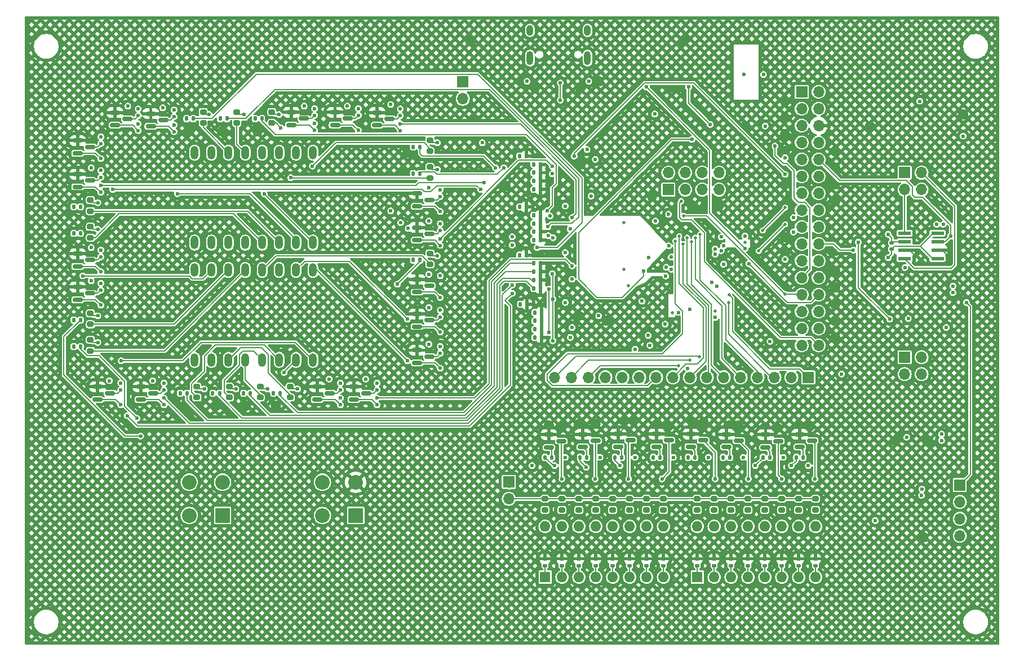
<source format=gbr>
%TF.GenerationSoftware,KiCad,Pcbnew,8.0.5*%
%TF.CreationDate,2024-11-21T16:50:38-07:00*%
%TF.ProjectId,CMPE2750,434d5045-3237-4353-902e-6b696361645f,rev?*%
%TF.SameCoordinates,Original*%
%TF.FileFunction,Copper,L6,Bot*%
%TF.FilePolarity,Positive*%
%FSLAX46Y46*%
G04 Gerber Fmt 4.6, Leading zero omitted, Abs format (unit mm)*
G04 Created by KiCad (PCBNEW 8.0.5) date 2024-11-21 16:50:38*
%MOMM*%
%LPD*%
G01*
G04 APERTURE LIST*
G04 Aperture macros list*
%AMRoundRect*
0 Rectangle with rounded corners*
0 $1 Rounding radius*
0 $2 $3 $4 $5 $6 $7 $8 $9 X,Y pos of 4 corners*
0 Add a 4 corners polygon primitive as box body*
4,1,4,$2,$3,$4,$5,$6,$7,$8,$9,$2,$3,0*
0 Add four circle primitives for the rounded corners*
1,1,$1+$1,$2,$3*
1,1,$1+$1,$4,$5*
1,1,$1+$1,$6,$7*
1,1,$1+$1,$8,$9*
0 Add four rect primitives between the rounded corners*
20,1,$1+$1,$2,$3,$4,$5,0*
20,1,$1+$1,$4,$5,$6,$7,0*
20,1,$1+$1,$6,$7,$8,$9,0*
20,1,$1+$1,$8,$9,$2,$3,0*%
G04 Aperture macros list end*
%TA.AperFunction,SMDPad,CuDef*%
%ADD10R,1.981200X0.558800*%
%TD*%
%TA.AperFunction,SMDPad,CuDef*%
%ADD11RoundRect,0.140000X-0.170000X0.140000X-0.170000X-0.140000X0.170000X-0.140000X0.170000X0.140000X0*%
%TD*%
%TA.AperFunction,ComponentPad*%
%ADD12R,1.600000X1.600000*%
%TD*%
%TA.AperFunction,ComponentPad*%
%ADD13O,1.600000X1.600000*%
%TD*%
%TA.AperFunction,ComponentPad*%
%ADD14O,1.000000X2.100000*%
%TD*%
%TA.AperFunction,ComponentPad*%
%ADD15O,1.000000X1.600000*%
%TD*%
%TA.AperFunction,ComponentPad*%
%ADD16R,1.700000X1.700000*%
%TD*%
%TA.AperFunction,ComponentPad*%
%ADD17O,1.700000X1.700000*%
%TD*%
%TA.AperFunction,ComponentPad*%
%ADD18O,1.200000X2.000000*%
%TD*%
%TA.AperFunction,ComponentPad*%
%ADD19R,2.209800X2.209800*%
%TD*%
%TA.AperFunction,ComponentPad*%
%ADD20C,2.209800*%
%TD*%
%TA.AperFunction,SMDPad,CuDef*%
%ADD21RoundRect,0.135000X0.135000X0.185000X-0.135000X0.185000X-0.135000X-0.185000X0.135000X-0.185000X0*%
%TD*%
%TA.AperFunction,SMDPad,CuDef*%
%ADD22RoundRect,0.150000X-0.587500X-0.150000X0.587500X-0.150000X0.587500X0.150000X-0.587500X0.150000X0*%
%TD*%
%TA.AperFunction,SMDPad,CuDef*%
%ADD23RoundRect,0.135000X0.185000X-0.135000X0.185000X0.135000X-0.185000X0.135000X-0.185000X-0.135000X0*%
%TD*%
%TA.AperFunction,SMDPad,CuDef*%
%ADD24RoundRect,0.200000X0.275000X-0.200000X0.275000X0.200000X-0.275000X0.200000X-0.275000X-0.200000X0*%
%TD*%
%TA.AperFunction,SMDPad,CuDef*%
%ADD25RoundRect,0.135000X-0.135000X-0.185000X0.135000X-0.185000X0.135000X0.185000X-0.135000X0.185000X0*%
%TD*%
%TA.AperFunction,ViaPad*%
%ADD26C,0.600000*%
%TD*%
%TA.AperFunction,ViaPad*%
%ADD27C,0.500000*%
%TD*%
%TA.AperFunction,Conductor*%
%ADD28C,0.200000*%
%TD*%
G04 APERTURE END LIST*
D10*
%TO.P,U14,1,CLKIN*%
%TO.N,-5V*%
X191400000Y-79100000D03*
%TO.P,U14,2,CLKR*%
%TO.N,/PA0*%
X191400000Y-80370000D03*
%TO.P,U14,3,LS*%
%TO.N,GND*%
X191400000Y-81640000D03*
%TO.P,U14,4,VCC-*%
%TO.N,-5V*%
X191400000Y-82910000D03*
%TO.P,U14,5,FILTEROUT*%
%TO.N,/filters and amps/output_filter*%
X186472400Y-82910000D03*
%TO.P,U14,6,AGND*%
%TO.N,GND*%
X186472400Y-81640000D03*
%TO.P,U14,7,VCC+*%
%TO.N,VBUS*%
X186472400Y-80370000D03*
%TO.P,U14,8,FILTERIN*%
%TO.N,/filters and amps/out_filt_input*%
X186472400Y-79100000D03*
%TD*%
D11*
%TO.P,C17,1*%
%TO.N,VBUS*%
X184500000Y-80520000D03*
%TO.P,C17,2*%
%TO.N,-5V*%
X184500000Y-81480000D03*
%TD*%
D12*
%TO.P,SW2,1*%
%TO.N,/b16*%
X132460000Y-130760000D03*
D13*
%TO.P,SW2,2*%
%TO.N,/b15*%
X135000000Y-130760000D03*
%TO.P,SW2,3*%
%TO.N,/b14*%
X137540000Y-130760000D03*
%TO.P,SW2,4*%
%TO.N,/b13*%
X140080000Y-130760000D03*
%TO.P,SW2,5*%
%TO.N,/b12*%
X142620000Y-130760000D03*
%TO.P,SW2,6*%
%TO.N,/b11*%
X145160000Y-130760000D03*
%TO.P,SW2,7*%
%TO.N,/b10*%
X147700000Y-130760000D03*
%TO.P,SW2,8*%
%TO.N,/b9*%
X150240000Y-130760000D03*
%TO.P,SW2,9*%
%TO.N,VDD*%
X150240000Y-123140000D03*
%TO.P,SW2,10*%
X147700000Y-123140000D03*
%TO.P,SW2,11*%
X145160000Y-123140000D03*
%TO.P,SW2,12*%
X142620000Y-123140000D03*
%TO.P,SW2,13*%
X140080000Y-123140000D03*
%TO.P,SW2,14*%
X137540000Y-123140000D03*
%TO.P,SW2,15*%
X135000000Y-123140000D03*
%TO.P,SW2,16*%
X132460000Y-123140000D03*
%TD*%
D14*
%TO.P,J6,S1,SHIELD*%
%TO.N,Net-(J6-SHIELD)*%
X138820000Y-52780000D03*
D15*
X138820000Y-48600000D03*
D14*
X130180000Y-52780000D03*
D15*
X130180000Y-48600000D03*
%TD*%
D16*
%TO.P,J8,1,Pin_1*%
%TO.N,/filters and amps/V_{DAC}*%
X186460000Y-70000000D03*
D17*
%TO.P,J8,2,Pin_2*%
%TO.N,/filters and amps/output_filter*%
X189000000Y-70000000D03*
%TO.P,J8,3,Pin_3*%
%TO.N,/filters and amps/out_filt_input*%
X186460000Y-72540000D03*
%TO.P,J8,4,Pin_4*%
%TO.N,/filters and amps/out_conditioning*%
X189000000Y-72540000D03*
%TD*%
D18*
%TO.P,U10,1*%
%TO.N,/Display/t1*%
X79800000Y-80500000D03*
%TO.P,U10,2*%
%TO.N,/Display/t2*%
X82340000Y-80500000D03*
%TO.P,U10,3*%
%TO.N,/Display/t3*%
X84880000Y-80500000D03*
%TO.P,U10,4*%
%TO.N,/Display/t4*%
X87420000Y-80500000D03*
%TO.P,U10,5*%
%TO.N,/Display/t5*%
X89960000Y-80500000D03*
%TO.P,U10,6*%
%TO.N,/Display/t6*%
X92500000Y-80500000D03*
%TO.P,U10,7*%
%TO.N,/Display/t7*%
X95040000Y-80500000D03*
%TO.P,U10,8*%
%TO.N,/Display/t8*%
X97580000Y-80500000D03*
%TO.P,U10,9*%
%TO.N,/Display/t9*%
X97580000Y-67000000D03*
%TO.P,U10,10*%
%TO.N,/Display/t10*%
X95040000Y-67000000D03*
%TO.P,U10,11*%
%TO.N,/Display/t11*%
X92500000Y-67000000D03*
%TO.P,U10,12*%
%TO.N,/Display/t12*%
X89960000Y-67000000D03*
%TO.P,U10,13*%
%TO.N,/Display/t13*%
X87420000Y-67000000D03*
%TO.P,U10,14*%
%TO.N,/Display/t14*%
X84880000Y-67000000D03*
%TO.P,U10,15*%
%TO.N,/Display/t15*%
X82340000Y-67000000D03*
%TO.P,U10,16*%
%TO.N,/Display/t16*%
X79800000Y-67000000D03*
%TD*%
D16*
%TO.P,J3,1,Pin_1*%
%TO.N,/ADC*%
X171000000Y-57850000D03*
D17*
%TO.P,J3,2,Pin_2*%
%TO.N,VBUS*%
X173540000Y-57850000D03*
%TO.P,J3,3,Pin_3*%
%TO.N,/PC1*%
X171000000Y-60390000D03*
%TO.P,J3,4,Pin_4*%
%TO.N,VDD*%
X173540000Y-60390000D03*
%TO.P,J3,5,Pin_5*%
%TO.N,/PC2*%
X171000000Y-62930000D03*
%TO.P,J3,6,Pin_6*%
%TO.N,GND*%
X173540000Y-62930000D03*
%TO.P,J3,7,Pin_7*%
%TO.N,/PC3*%
X171000000Y-65470000D03*
%TO.P,J3,8,Pin_8*%
%TO.N,-5V*%
X173540000Y-65470000D03*
%TO.P,J3,9,Pin_9*%
%TO.N,/~{SRCLR}*%
X171000000Y-68010000D03*
%TO.P,J3,10,Pin_10*%
%TO.N,/PA0*%
X173540000Y-68010000D03*
%TO.P,J3,11,Pin_11*%
%TO.N,/~{RCL}*%
X171000000Y-70550000D03*
%TO.P,J3,12,Pin_12*%
%TO.N,/PA1*%
X173540000Y-70550000D03*
%TO.P,J3,13,Pin_13*%
%TO.N,/PC6*%
X171000000Y-73090000D03*
%TO.P,J3,14,Pin_14*%
%TO.N,/PA2*%
X173540000Y-73090000D03*
%TO.P,J3,15,Pin_15*%
%TO.N,/PC7*%
X171000000Y-75630000D03*
%TO.P,J3,16,Pin_16*%
%TO.N,/PA3*%
X173540000Y-75630000D03*
%TO.P,J3,17,Pin_17*%
%TO.N,/PC8*%
X171000000Y-78170000D03*
%TO.P,J3,18,Pin_18*%
%TO.N,/DAC*%
X173540000Y-78170000D03*
%TO.P,J3,19,Pin_19*%
%TO.N,/PC9*%
X171000000Y-80710000D03*
%TO.P,J3,20,Pin_20*%
%TO.N,/1.25V*%
X173540000Y-80710000D03*
%TO.P,J3,21,Pin_21*%
%TO.N,/PC13*%
X171000000Y-83250000D03*
%TO.P,J3,22,Pin_22*%
%TO.N,/PA6*%
X173540000Y-83250000D03*
%TO.P,J3,23,Pin_23*%
%TO.N,/NRST*%
X171000000Y-85790000D03*
%TO.P,J3,24,Pin_24*%
%TO.N,/PA7*%
X173540000Y-85790000D03*
%TO.P,J3,25,Pin_25*%
%TO.N,/BOOT0*%
X171000000Y-88330000D03*
%TO.P,J3,26,Pin_26*%
%TO.N,/PA8*%
X173540000Y-88330000D03*
%TO.P,J3,27,Pin_27*%
%TO.N,unconnected-(J3-Pin_27-Pad27)*%
X171000000Y-90870000D03*
%TO.P,J3,28,Pin_28*%
%TO.N,/PH0*%
X173540000Y-90870000D03*
%TO.P,J3,29,Pin_29*%
%TO.N,unconnected-(J3-Pin_29-Pad29)*%
X171000000Y-93410000D03*
%TO.P,J3,30,Pin_30*%
%TO.N,/PH1*%
X173540000Y-93410000D03*
%TO.P,J3,31,Pin_31*%
%TO.N,VDDA*%
X171000000Y-95950000D03*
%TO.P,J3,32,Pin_32*%
%TO.N,/PD2*%
X173540000Y-95950000D03*
%TD*%
D12*
%TO.P,SW3,1*%
%TO.N,/b8*%
X155320000Y-130760000D03*
D13*
%TO.P,SW3,2*%
%TO.N,/b7*%
X157860000Y-130760000D03*
%TO.P,SW3,3*%
%TO.N,/b6*%
X160400000Y-130760000D03*
%TO.P,SW3,4*%
%TO.N,/b5*%
X162940000Y-130760000D03*
%TO.P,SW3,5*%
%TO.N,/b4*%
X165480000Y-130760000D03*
%TO.P,SW3,6*%
%TO.N,/b3*%
X168020000Y-130760000D03*
%TO.P,SW3,7*%
%TO.N,/b2*%
X170560000Y-130760000D03*
%TO.P,SW3,8*%
%TO.N,/b1*%
X173100000Y-130760000D03*
%TO.P,SW3,9*%
%TO.N,VDD*%
X173100000Y-123140000D03*
%TO.P,SW3,10*%
X170560000Y-123140000D03*
%TO.P,SW3,11*%
X168020000Y-123140000D03*
%TO.P,SW3,12*%
X165480000Y-123140000D03*
%TO.P,SW3,13*%
X162940000Y-123140000D03*
%TO.P,SW3,14*%
X160400000Y-123140000D03*
%TO.P,SW3,15*%
X157860000Y-123140000D03*
%TO.P,SW3,16*%
X155320000Y-123140000D03*
%TD*%
D16*
%TO.P,J2,1,Pin_1*%
%TO.N,/SER{slash}MOSI*%
X150960000Y-72540000D03*
D17*
%TO.P,J2,2,Pin_2*%
%TO.N,/Display/SER*%
X150960000Y-70000000D03*
%TO.P,J2,3,Pin_3*%
%TO.N,/SO{slash}MISO*%
X153500000Y-72540000D03*
%TO.P,J2,4,Pin_4*%
%TO.N,/Display/SO*%
X153500000Y-70000000D03*
%TO.P,J2,5,Pin_5*%
%TO.N,/SRCLK{slash}CLK*%
X156040000Y-72540000D03*
%TO.P,J2,6,Pin_6*%
%TO.N,/Display/SRCLK*%
X156040000Y-70000000D03*
%TO.P,J2,7,Pin_7*%
%TO.N,/RCLK{slash}CS*%
X158580000Y-72540000D03*
%TO.P,J2,8,Pin_8*%
%TO.N,/Display/RCLK*%
X158580000Y-70000000D03*
%TD*%
D16*
%TO.P,J9,1,Pin_1*%
%TO.N,VBUS*%
X120080000Y-56345000D03*
D17*
%TO.P,J9,2,Pin_2*%
%TO.N,/Display/V_{DISP}*%
X120080000Y-58885000D03*
%TD*%
D16*
%TO.P,J5,1,Pin_1*%
%TO.N,OUT*%
X194750000Y-116920000D03*
D17*
%TO.P,J5,2,Pin_2*%
%TO.N,Net-(J5-Pin_2)*%
X194750000Y-119460000D03*
%TO.P,J5,3,Pin_3*%
%TO.N,Net-(J5-Pin_3)*%
X194750000Y-122000000D03*
%TO.P,J5,4,Pin_4*%
%TO.N,Net-(J5-Pin_4)*%
X194750000Y-124540000D03*
%TD*%
D16*
%TO.P,J4,1,Pin_1*%
%TO.N,/b1*%
X171980000Y-100750000D03*
D17*
%TO.P,J4,2,Pin_2*%
%TO.N,/b2*%
X169440000Y-100750000D03*
%TO.P,J4,3,Pin_3*%
%TO.N,/b3*%
X166900000Y-100750000D03*
%TO.P,J4,4,Pin_4*%
%TO.N,/b4*%
X164360000Y-100750000D03*
%TO.P,J4,5,Pin_5*%
%TO.N,/b5*%
X161820000Y-100750000D03*
%TO.P,J4,6,Pin_6*%
%TO.N,/b6*%
X159280000Y-100750000D03*
%TO.P,J4,7,Pin_7*%
%TO.N,/b7*%
X156740000Y-100750000D03*
%TO.P,J4,8,Pin_8*%
%TO.N,/b8*%
X154200000Y-100750000D03*
%TO.P,J4,9,Pin_9*%
%TO.N,/b9*%
X151660000Y-100750000D03*
%TO.P,J4,10,Pin_10*%
%TO.N,/b10*%
X149120000Y-100750000D03*
%TO.P,J4,11,Pin_11*%
%TO.N,/b11*%
X146580000Y-100750000D03*
%TO.P,J4,12,Pin_12*%
%TO.N,/b12*%
X144040000Y-100750000D03*
%TO.P,J4,13,Pin_13*%
%TO.N,/b13*%
X141500000Y-100750000D03*
%TO.P,J4,14,Pin_14*%
%TO.N,/b14*%
X138960000Y-100750000D03*
%TO.P,J4,15,Pin_15*%
%TO.N,/b15*%
X136420000Y-100750000D03*
%TO.P,J4,16,Pin_16*%
%TO.N,/b16*%
X133880000Y-100750000D03*
%TD*%
D19*
%TO.P,SW4,1,1*%
%TO.N,/PH0*%
X84000000Y-121500000D03*
D20*
%TO.P,SW4,2,2*%
%TO.N,VDD*%
X84000000Y-116500000D03*
%TO.P,SW4,3,3*%
%TO.N,Net-(C32-Pad2)*%
X79000000Y-116500000D03*
%TO.P,SW4,4,4*%
%TO.N,Net-(C32-Pad1)*%
X79000000Y-121500000D03*
%TD*%
D17*
%TO.P,J7,4,Pin_4*%
%TO.N,/ADC*%
X189000000Y-100265000D03*
%TO.P,J7,3,Pin_3*%
%TO.N,/filters and amps/in_filter_input*%
X186460000Y-100265000D03*
%TO.P,J7,2,Pin_2*%
%TO.N,/filters and amps/input_filter*%
X189000000Y-97725000D03*
D16*
%TO.P,J7,1,Pin_1*%
%TO.N,/filters and amps/conditioned_input*%
X186460000Y-97725000D03*
%TD*%
%TO.P,J10,1,Pin_1*%
%TO.N,VBUS*%
X127000000Y-116460000D03*
D17*
%TO.P,J10,2,Pin_2*%
%TO.N,/switches/switch_leds/sl_power*%
X127000000Y-119000000D03*
%TD*%
D19*
%TO.P,SW1,1,1*%
%TO.N,/NRST*%
X104000000Y-121500000D03*
D20*
%TO.P,SW1,2,2*%
%TO.N,GND*%
X104000000Y-116500000D03*
%TO.P,SW1,3,3*%
%TO.N,Net-(C8-Pad2)*%
X99000000Y-116500000D03*
%TO.P,SW1,4,4*%
%TO.N,Net-(C8-Pad1)*%
X99000000Y-121500000D03*
%TD*%
D18*
%TO.P,U11,1*%
%TO.N,/Display/b1*%
X79800000Y-98120000D03*
%TO.P,U11,2*%
%TO.N,/Display/b2*%
X82340000Y-98120000D03*
%TO.P,U11,3*%
%TO.N,/Display/b3*%
X84880000Y-98120000D03*
%TO.P,U11,4*%
%TO.N,/Display/b4*%
X87420000Y-98120000D03*
%TO.P,U11,5*%
%TO.N,/Display/b5*%
X89960000Y-98120000D03*
%TO.P,U11,6*%
%TO.N,/Display/b6*%
X92500000Y-98120000D03*
%TO.P,U11,7*%
%TO.N,/Display/b7*%
X95040000Y-98120000D03*
%TO.P,U11,8*%
%TO.N,/Display/b8*%
X97580000Y-98120000D03*
%TO.P,U11,9*%
%TO.N,/Display/b9*%
X97580000Y-84620000D03*
%TO.P,U11,10*%
%TO.N,/Display/b10*%
X95040000Y-84620000D03*
%TO.P,U11,11*%
%TO.N,/Display/b11*%
X92500000Y-84620000D03*
%TO.P,U11,12*%
%TO.N,/Display/b12*%
X89960000Y-84620000D03*
%TO.P,U11,13*%
%TO.N,/Display/b13*%
X87420000Y-84620000D03*
%TO.P,U11,14*%
%TO.N,/Display/b14*%
X84880000Y-84620000D03*
%TO.P,U11,15*%
%TO.N,/Display/b15*%
X82340000Y-84620000D03*
%TO.P,U11,16*%
%TO.N,/Display/b16*%
X79800000Y-84620000D03*
%TD*%
D21*
%TO.P,R61,1*%
%TO.N,GND*%
X131760000Y-76375000D03*
%TO.P,R61,2*%
%TO.N,/Display/p11*%
X130740000Y-76375000D03*
%TD*%
%TO.P,R142,1*%
%TO.N,GND*%
X131760000Y-86125000D03*
%TO.P,R142,2*%
%TO.N,/Display/p21*%
X130740000Y-86125000D03*
%TD*%
D22*
%TO.P,Q15,1,G*%
%TO.N,Net-(Q15-G)*%
X94330000Y-62820000D03*
%TO.P,Q15,2,S*%
%TO.N,GND*%
X94330000Y-60920000D03*
%TO.P,Q15,3,D*%
%TO.N,Net-(Q15-D)*%
X96205000Y-61870000D03*
%TD*%
%TO.P,Q29,1,G*%
%TO.N,Net-(Q29-G)*%
X103705000Y-104070000D03*
%TO.P,Q29,2,S*%
%TO.N,GND*%
X103705000Y-102170000D03*
%TO.P,Q29,3,D*%
%TO.N,Net-(Q20-G)*%
X105580000Y-103120000D03*
%TD*%
D21*
%TO.P,R138,1*%
%TO.N,GND*%
X131897500Y-93500000D03*
%TO.P,R138,2*%
%TO.N,/Display/p29*%
X130877500Y-93500000D03*
%TD*%
D23*
%TO.P,R149,1*%
%TO.N,/b5*%
X162920000Y-129020000D03*
%TO.P,R149,2*%
%TO.N,GND*%
X162920000Y-128000000D03*
%TD*%
D21*
%TO.P,R115,1*%
%TO.N,GND*%
X131760000Y-77625000D03*
%TO.P,R115,2*%
%TO.N,/Display/p12*%
X130740000Y-77625000D03*
%TD*%
D24*
%TO.P,R183,1*%
%TO.N,Net-(D15-A)*%
X165470000Y-120650000D03*
%TO.P,R183,2*%
%TO.N,/switches/switch_leds/sl_power*%
X165470000Y-119000000D03*
%TD*%
D21*
%TO.P,R129,1*%
%TO.N,/Display/p28*%
X113662500Y-83120000D03*
%TO.P,R129,2*%
%TO.N,Net-(Q44-G)*%
X112642500Y-83120000D03*
%TD*%
%TO.P,R132,1*%
%TO.N,/Display/p20*%
X88162500Y-103120000D03*
%TO.P,R132,2*%
%TO.N,Net-(Q47-G)*%
X87142500Y-103120000D03*
%TD*%
%TO.P,R120,1*%
%TO.N,GND*%
X131760000Y-72500000D03*
%TO.P,R120,2*%
%TO.N,/Display/p6*%
X130740000Y-72500000D03*
%TD*%
D25*
%TO.P,R164,1*%
%TO.N,/b15*%
X132430000Y-112760000D03*
%TO.P,R164,2*%
%TO.N,Net-(Q52-G)*%
X133450000Y-112760000D03*
%TD*%
D21*
%TO.P,R121,1*%
%TO.N,GND*%
X131760000Y-71250000D03*
%TO.P,R121,2*%
%TO.N,/Display/p5*%
X130740000Y-71250000D03*
%TD*%
%TO.P,R108,1*%
%TO.N,/Display/p12*%
X89912500Y-61870000D03*
%TO.P,R108,2*%
%TO.N,Net-(Q37-G)*%
X88892500Y-61870000D03*
%TD*%
D24*
%TO.P,R107,1*%
%TO.N,/Display/t5*%
X64142500Y-79770000D03*
%TO.P,R107,2*%
%TO.N,Net-(Q43-D)*%
X64142500Y-78120000D03*
%TD*%
D22*
%TO.P,Q56,1,G*%
%TO.N,Net-(Q56-G)*%
X143450000Y-111160000D03*
%TO.P,Q56,2,S*%
%TO.N,GND*%
X143450000Y-109260000D03*
%TO.P,Q56,3,D*%
%TO.N,Net-(D8-K)*%
X145325000Y-110210000D03*
%TD*%
D24*
%TO.P,R170,1*%
%TO.N,Net-(D10-A)*%
X142610000Y-120650000D03*
%TO.P,R170,2*%
%TO.N,/switches/switch_leds/sl_power*%
X142610000Y-119000000D03*
%TD*%
%TO.P,R101,1*%
%TO.N,/Display/t12*%
X91392500Y-62520000D03*
%TO.P,R101,2*%
%TO.N,Net-(Q37-D)*%
X91392500Y-60870000D03*
%TD*%
D23*
%TO.P,R148,1*%
%TO.N,/b6*%
X160380000Y-129020000D03*
%TO.P,R148,2*%
%TO.N,GND*%
X160380000Y-128000000D03*
%TD*%
D24*
%TO.P,R184,1*%
%TO.N,Net-(D16-A)*%
X168010000Y-120650000D03*
%TO.P,R184,2*%
%TO.N,/switches/switch_leds/sl_power*%
X168010000Y-119000000D03*
%TD*%
D25*
%TO.P,R166,1*%
%TO.N,/b13*%
X137690000Y-112760000D03*
%TO.P,R166,2*%
%TO.N,Net-(Q54-G)*%
X138710000Y-112760000D03*
%TD*%
D24*
%TO.P,R105,1*%
%TO.N,/Display/t3*%
X115142500Y-70770000D03*
%TO.P,R105,2*%
%TO.N,Net-(Q41-D)*%
X115142500Y-69120000D03*
%TD*%
%TO.P,R124,1*%
%TO.N,/Display/b6*%
X80142500Y-103770000D03*
%TO.P,R124,2*%
%TO.N,Net-(Q49-D)*%
X80142500Y-102120000D03*
%TD*%
D25*
%TO.P,R181,1*%
%TO.N,/b5*%
X159190000Y-112760000D03*
%TO.P,R181,2*%
%TO.N,Net-(Q61-G)*%
X160210000Y-112760000D03*
%TD*%
D22*
%TO.P,Q28,1,G*%
%TO.N,Net-(Q28-G)*%
X62205000Y-84070000D03*
%TO.P,Q28,2,S*%
%TO.N,GND*%
X62205000Y-82170000D03*
%TO.P,Q28,3,D*%
%TO.N,Net-(Q19-G)*%
X64080000Y-83120000D03*
%TD*%
D24*
%TO.P,R123,1*%
%TO.N,/Display/b3*%
X94142500Y-103770000D03*
%TO.P,R123,2*%
%TO.N,Net-(Q48-D)*%
X94142500Y-102120000D03*
%TD*%
D22*
%TO.P,Q17,1,G*%
%TO.N,Net-(Q17-G)*%
X62205000Y-67070000D03*
%TO.P,Q17,2,S*%
%TO.N,GND*%
X62205000Y-65170000D03*
%TO.P,Q17,3,D*%
%TO.N,Net-(Q17-D)*%
X64080000Y-66120000D03*
%TD*%
D23*
%TO.P,R156,1*%
%TO.N,/b10*%
X147680000Y-129020000D03*
%TO.P,R156,2*%
%TO.N,GND*%
X147680000Y-128000000D03*
%TD*%
D21*
%TO.P,R118,1*%
%TO.N,GND*%
X131760000Y-70000000D03*
%TO.P,R118,2*%
%TO.N,/Display/p4*%
X130740000Y-70000000D03*
%TD*%
D23*
%TO.P,R152,1*%
%TO.N,/b12*%
X142600000Y-129020000D03*
%TO.P,R152,2*%
%TO.N,GND*%
X142600000Y-128000000D03*
%TD*%
D24*
%TO.P,R177,1*%
%TO.N,Net-(D13-A)*%
X162930000Y-120650000D03*
%TO.P,R177,2*%
%TO.N,/switches/switch_leds/sl_power*%
X162930000Y-119000000D03*
%TD*%
D21*
%TO.P,R130,1*%
%TO.N,/Display/p30*%
X62662500Y-92120000D03*
%TO.P,R130,2*%
%TO.N,Net-(Q45-G)*%
X61642500Y-92120000D03*
%TD*%
D24*
%TO.P,R178,1*%
%TO.N,Net-(D14-A)*%
X155310000Y-120650000D03*
%TO.P,R178,2*%
%TO.N,/switches/switch_leds/sl_power*%
X155310000Y-119000000D03*
%TD*%
D22*
%TO.P,Q10,1,G*%
%TO.N,Net-(Q10-G)*%
X67830000Y-62870000D03*
%TO.P,Q10,2,S*%
%TO.N,GND*%
X67830000Y-60970000D03*
%TO.P,Q10,3,D*%
%TO.N,Net-(Q1-G)*%
X69705000Y-61920000D03*
%TD*%
%TO.P,Q35,1,G*%
%TO.N,Net-(Q35-G)*%
X65205000Y-104070000D03*
%TO.P,Q35,2,S*%
%TO.N,GND*%
X65205000Y-102170000D03*
%TO.P,Q35,3,D*%
%TO.N,Net-(Q26-G)*%
X67080000Y-103120000D03*
%TD*%
D24*
%TO.P,R106,1*%
%TO.N,/Display/t6*%
X64142500Y-75770000D03*
%TO.P,R106,2*%
%TO.N,Net-(Q42-D)*%
X64142500Y-74120000D03*
%TD*%
%TO.P,R126,1*%
%TO.N,/Display/b4*%
X89642500Y-103770000D03*
%TO.P,R126,2*%
%TO.N,Net-(Q47-D)*%
X89642500Y-102120000D03*
%TD*%
%TO.P,R162,1*%
%TO.N,Net-(D6-A)*%
X140070000Y-120650000D03*
%TO.P,R162,2*%
%TO.N,/switches/switch_leds/sl_power*%
X140070000Y-119000000D03*
%TD*%
D23*
%TO.P,R157,1*%
%TO.N,/b9*%
X150220000Y-129020000D03*
%TO.P,R157,2*%
%TO.N,GND*%
X150220000Y-128000000D03*
%TD*%
D22*
%TO.P,Q13,1,G*%
%TO.N,Net-(Q13-G)*%
X113205000Y-75020000D03*
%TO.P,Q13,2,S*%
%TO.N,GND*%
X113205000Y-73120000D03*
%TO.P,Q13,3,D*%
%TO.N,Net-(Q13-D)*%
X115080000Y-74070000D03*
%TD*%
D24*
%TO.P,R160,1*%
%TO.N,Net-(D4-A)*%
X134990000Y-120650000D03*
%TO.P,R160,2*%
%TO.N,/switches/switch_leds/sl_power*%
X134990000Y-119000000D03*
%TD*%
%TO.P,R185,1*%
%TO.N,Net-(D17-A)*%
X170550000Y-120650000D03*
%TO.P,R185,2*%
%TO.N,/switches/switch_leds/sl_power*%
X170550000Y-119000000D03*
%TD*%
D21*
%TO.P,R88,1*%
%TO.N,GND*%
X131897500Y-91000000D03*
%TO.P,R88,2*%
%TO.N,/Display/p27*%
X130877500Y-91000000D03*
%TD*%
%TO.P,R133,1*%
%TO.N,/Display/p19*%
X92662500Y-103120000D03*
%TO.P,R133,2*%
%TO.N,Net-(Q48-G)*%
X91642500Y-103120000D03*
%TD*%
D24*
%TO.P,R128,1*%
%TO.N,/Display/b13*%
X64142500Y-96770000D03*
%TO.P,R128,2*%
%TO.N,Net-(Q46-D)*%
X64142500Y-95120000D03*
%TD*%
D22*
%TO.P,Q57,1,G*%
%TO.N,Net-(Q57-G)*%
X149200000Y-111160000D03*
%TO.P,Q57,2,S*%
%TO.N,GND*%
X149200000Y-109260000D03*
%TO.P,Q57,3,D*%
%TO.N,Net-(D9-K)*%
X151075000Y-110210000D03*
%TD*%
D24*
%TO.P,R102,1*%
%TO.N,/Display/t14*%
X81080000Y-62520000D03*
%TO.P,R102,2*%
%TO.N,Net-(Q38-D)*%
X81080000Y-60870000D03*
%TD*%
D21*
%TO.P,R119,1*%
%TO.N,GND*%
X131760000Y-68750000D03*
%TO.P,R119,2*%
%TO.N,/Display/p3*%
X130740000Y-68750000D03*
%TD*%
%TO.P,R110,1*%
%TO.N,/Display/p13*%
X84662500Y-61870000D03*
%TO.P,R110,2*%
%TO.N,Net-(Q39-G)*%
X83642500Y-61870000D03*
%TD*%
%TO.P,R111,1*%
%TO.N,/Display/p4*%
X113662500Y-66120000D03*
%TO.P,R111,2*%
%TO.N,Net-(Q40-G)*%
X112642500Y-66120000D03*
%TD*%
%TO.P,R114,1*%
%TO.N,/Display/p5*%
X62662500Y-79120000D03*
%TO.P,R114,2*%
%TO.N,Net-(Q43-G)*%
X61642500Y-79120000D03*
%TD*%
D25*
%TO.P,R190,1*%
%TO.N,/b1*%
X170190000Y-112760000D03*
%TO.P,R190,2*%
%TO.N,Net-(Q66-G)*%
X171210000Y-112760000D03*
%TD*%
%TO.P,R180,1*%
%TO.N,/b7*%
X153940000Y-112760000D03*
%TO.P,R180,2*%
%TO.N,Net-(Q60-G)*%
X154960000Y-112760000D03*
%TD*%
D23*
%TO.P,R150,1*%
%TO.N,/b13*%
X140060000Y-129020000D03*
%TO.P,R150,2*%
%TO.N,GND*%
X140060000Y-128000000D03*
%TD*%
D21*
%TO.P,R62,1*%
%TO.N,GND*%
X129610000Y-75125000D03*
%TO.P,R62,2*%
%TO.N,/Display/p10*%
X128590000Y-75125000D03*
%TD*%
D22*
%TO.P,Q14,1,G*%
%TO.N,Net-(Q14-G)*%
X62205000Y-72120000D03*
%TO.P,Q14,2,S*%
%TO.N,GND*%
X62205000Y-70220000D03*
%TO.P,Q14,3,D*%
%TO.N,Net-(Q14-D)*%
X64080000Y-71170000D03*
%TD*%
D24*
%TO.P,R122,1*%
%TO.N,/Display/b12*%
X115142500Y-83770000D03*
%TO.P,R122,2*%
%TO.N,Net-(Q44-D)*%
X115142500Y-82120000D03*
%TD*%
D22*
%TO.P,Q12,1,G*%
%TO.N,Net-(Q12-G)*%
X73205000Y-63020000D03*
%TO.P,Q12,2,S*%
%TO.N,GND*%
X73205000Y-61120000D03*
%TO.P,Q12,3,D*%
%TO.N,Net-(Q12-D)*%
X75080000Y-62070000D03*
%TD*%
D21*
%TO.P,R139,1*%
%TO.N,GND*%
X131760000Y-84875000D03*
%TO.P,R139,2*%
%TO.N,/Display/p20*%
X130740000Y-84875000D03*
%TD*%
D23*
%TO.P,R146,1*%
%TO.N,/b15*%
X134980000Y-129020000D03*
%TO.P,R146,2*%
%TO.N,GND*%
X134980000Y-128000000D03*
%TD*%
D22*
%TO.P,Q61,1,G*%
%TO.N,Net-(Q61-G)*%
X159700000Y-111210000D03*
%TO.P,Q61,2,S*%
%TO.N,GND*%
X159700000Y-109310000D03*
%TO.P,Q61,3,D*%
%TO.N,Net-(D13-K)*%
X161575000Y-110260000D03*
%TD*%
D21*
%TO.P,R89,1*%
%TO.N,GND*%
X129747500Y-89750000D03*
%TO.P,R89,2*%
%TO.N,/Display/p26*%
X128727500Y-89750000D03*
%TD*%
D24*
%TO.P,R161,1*%
%TO.N,Net-(D5-A)*%
X137530000Y-120650000D03*
%TO.P,R161,2*%
%TO.N,/switches/switch_leds/sl_power*%
X137530000Y-119000000D03*
%TD*%
D23*
%TO.P,R151,1*%
%TO.N,/b4*%
X165460000Y-129020000D03*
%TO.P,R151,2*%
%TO.N,GND*%
X165460000Y-128000000D03*
%TD*%
D21*
%TO.P,R137,1*%
%TO.N,GND*%
X131897500Y-94750000D03*
%TO.P,R137,2*%
%TO.N,/Display/p30*%
X130877500Y-94750000D03*
%TD*%
%TO.P,R136,1*%
%TO.N,GND*%
X131897500Y-92250000D03*
%TO.P,R136,2*%
%TO.N,/Display/p28*%
X130877500Y-92250000D03*
%TD*%
D25*
%TO.P,R188,1*%
%TO.N,/b3*%
X165190000Y-112760000D03*
%TO.P,R188,2*%
%TO.N,Net-(Q64-G)*%
X166210000Y-112760000D03*
%TD*%
D22*
%TO.P,Q60,1,G*%
%TO.N,Net-(Q60-G)*%
X154325000Y-111160000D03*
%TO.P,Q60,2,S*%
%TO.N,GND*%
X154325000Y-109260000D03*
%TO.P,Q60,3,D*%
%TO.N,Net-(D12-K)*%
X156200000Y-110210000D03*
%TD*%
%TO.P,Q64,1,G*%
%TO.N,Net-(Q64-G)*%
X165575000Y-111260000D03*
%TO.P,Q64,2,S*%
%TO.N,GND*%
X165575000Y-109360000D03*
%TO.P,Q64,3,D*%
%TO.N,Net-(D16-K)*%
X167450000Y-110310000D03*
%TD*%
D21*
%TO.P,R113,1*%
%TO.N,/Display/p6*%
X62662500Y-75120000D03*
%TO.P,R113,2*%
%TO.N,Net-(Q42-G)*%
X61642500Y-75120000D03*
%TD*%
D24*
%TO.P,R175,1*%
%TO.N,Net-(D11-A)*%
X160390000Y-120650000D03*
%TO.P,R175,2*%
%TO.N,/switches/switch_leds/sl_power*%
X160390000Y-119000000D03*
%TD*%
D23*
%TO.P,R153,1*%
%TO.N,/b3*%
X168000000Y-129020000D03*
%TO.P,R153,2*%
%TO.N,GND*%
X168000000Y-128000000D03*
%TD*%
D21*
%TO.P,R134,1*%
%TO.N,/Display/p22*%
X78662500Y-103120000D03*
%TO.P,R134,2*%
%TO.N,Net-(Q49-G)*%
X77642500Y-103120000D03*
%TD*%
D24*
%TO.P,R127,1*%
%TO.N,/Display/b5*%
X85017500Y-103770000D03*
%TO.P,R127,2*%
%TO.N,Net-(Q50-D)*%
X85017500Y-102120000D03*
%TD*%
%TO.P,R103,1*%
%TO.N,/Display/t13*%
X86142500Y-62520000D03*
%TO.P,R103,2*%
%TO.N,Net-(Q39-D)*%
X86142500Y-60870000D03*
%TD*%
D21*
%TO.P,R116,1*%
%TO.N,GND*%
X131760000Y-80125000D03*
%TO.P,R116,2*%
%TO.N,/Display/p14*%
X130740000Y-80125000D03*
%TD*%
D23*
%TO.P,R145,1*%
%TO.N,/b7*%
X157840000Y-129020000D03*
%TO.P,R145,2*%
%TO.N,GND*%
X157840000Y-128000000D03*
%TD*%
D22*
%TO.P,Q54,1,G*%
%TO.N,Net-(Q54-G)*%
X138137500Y-111210000D03*
%TO.P,Q54,2,S*%
%TO.N,GND*%
X138137500Y-109310000D03*
%TO.P,Q54,3,D*%
%TO.N,Net-(D6-K)*%
X140012500Y-110260000D03*
%TD*%
%TO.P,Q31,1,G*%
%TO.N,Net-(Q31-G)*%
X98205000Y-104070000D03*
%TO.P,Q31,2,S*%
%TO.N,GND*%
X98205000Y-102170000D03*
%TO.P,Q31,3,D*%
%TO.N,Net-(Q22-G)*%
X100080000Y-103120000D03*
%TD*%
D21*
%TO.P,R109,1*%
%TO.N,/Display/p14*%
X79600000Y-61870000D03*
%TO.P,R109,2*%
%TO.N,Net-(Q38-G)*%
X78580000Y-61870000D03*
%TD*%
D24*
%TO.P,R168,1*%
%TO.N,Net-(D8-A)*%
X145150000Y-120650000D03*
%TO.P,R168,2*%
%TO.N,/switches/switch_leds/sl_power*%
X145150000Y-119000000D03*
%TD*%
D25*
%TO.P,R173,1*%
%TO.N,/b9*%
X148690000Y-112760000D03*
%TO.P,R173,2*%
%TO.N,Net-(Q57-G)*%
X149710000Y-112760000D03*
%TD*%
D21*
%TO.P,R141,1*%
%TO.N,GND*%
X131760000Y-87375000D03*
%TO.P,R141,2*%
%TO.N,/Display/p22*%
X130740000Y-87375000D03*
%TD*%
D24*
%TO.P,R125,1*%
%TO.N,/Display/b14*%
X64142500Y-92770000D03*
%TO.P,R125,2*%
%TO.N,Net-(Q45-D)*%
X64142500Y-91120000D03*
%TD*%
D23*
%TO.P,R155,1*%
%TO.N,/b2*%
X170540000Y-129020000D03*
%TO.P,R155,2*%
%TO.N,GND*%
X170540000Y-128000000D03*
%TD*%
D21*
%TO.P,R86,1*%
%TO.N,GND*%
X129610000Y-82375000D03*
%TO.P,R86,2*%
%TO.N,/Display/p18*%
X128590000Y-82375000D03*
%TD*%
D22*
%TO.P,Q36,1,G*%
%TO.N,Net-(Q36-G)*%
X113205000Y-98570000D03*
%TO.P,Q36,2,S*%
%TO.N,GND*%
X113205000Y-96670000D03*
%TO.P,Q36,3,D*%
%TO.N,Net-(Q27-G)*%
X115080000Y-97620000D03*
%TD*%
D23*
%TO.P,R143,1*%
%TO.N,/b8*%
X155300000Y-129020000D03*
%TO.P,R143,2*%
%TO.N,GND*%
X155300000Y-128000000D03*
%TD*%
D22*
%TO.P,Q11,1,G*%
%TO.N,Net-(Q11-G)*%
X113205000Y-80120000D03*
%TO.P,Q11,2,S*%
%TO.N,GND*%
X113205000Y-78220000D03*
%TO.P,Q11,3,D*%
%TO.N,Net-(Q11-D)*%
X115080000Y-79170000D03*
%TD*%
%TO.P,Q66,1,G*%
%TO.N,Net-(Q66-G)*%
X170700000Y-111210000D03*
%TO.P,Q66,2,S*%
%TO.N,GND*%
X170700000Y-109310000D03*
%TO.P,Q66,3,D*%
%TO.N,Net-(D18-K)*%
X172575000Y-110260000D03*
%TD*%
%TO.P,Q16,1,G*%
%TO.N,Net-(Q16-G)*%
X100892500Y-62820000D03*
%TO.P,Q16,2,S*%
%TO.N,GND*%
X100892500Y-60920000D03*
%TO.P,Q16,3,D*%
%TO.N,Net-(Q16-D)*%
X102767500Y-61870000D03*
%TD*%
D21*
%TO.P,R135,1*%
%TO.N,/Display/p21*%
X83537500Y-103120000D03*
%TO.P,R135,2*%
%TO.N,Net-(Q50-G)*%
X82517500Y-103120000D03*
%TD*%
D22*
%TO.P,Q18,1,G*%
%TO.N,Net-(Q18-G)*%
X107205000Y-62870000D03*
%TO.P,Q18,2,S*%
%TO.N,GND*%
X107205000Y-60970000D03*
%TO.P,Q18,3,D*%
%TO.N,Net-(Q18-D)*%
X109080000Y-61920000D03*
%TD*%
D21*
%TO.P,R59,1*%
%TO.N,GND*%
X129610000Y-67500000D03*
%TO.P,R59,2*%
%TO.N,/Display/p2*%
X128590000Y-67500000D03*
%TD*%
%TO.P,R112,1*%
%TO.N,/Display/p3*%
X113662500Y-70120000D03*
%TO.P,R112,2*%
%TO.N,Net-(Q41-G)*%
X112642500Y-70120000D03*
%TD*%
D24*
%TO.P,R167,1*%
%TO.N,Net-(D7-A)*%
X147690000Y-120650000D03*
%TO.P,R167,2*%
%TO.N,/switches/switch_leds/sl_power*%
X147690000Y-119000000D03*
%TD*%
D21*
%TO.P,R117,1*%
%TO.N,GND*%
X131760000Y-78875000D03*
%TO.P,R117,2*%
%TO.N,/Display/p13*%
X130740000Y-78875000D03*
%TD*%
D24*
%TO.P,R186,1*%
%TO.N,Net-(D18-A)*%
X173090000Y-120650000D03*
%TO.P,R186,2*%
%TO.N,/switches/switch_leds/sl_power*%
X173090000Y-119000000D03*
%TD*%
%TO.P,R176,1*%
%TO.N,Net-(D12-A)*%
X157850000Y-120650000D03*
%TO.P,R176,2*%
%TO.N,/switches/switch_leds/sl_power*%
X157850000Y-119000000D03*
%TD*%
%TO.P,R159,1*%
%TO.N,Net-(D3-A)*%
X132450000Y-120650000D03*
%TO.P,R159,2*%
%TO.N,/switches/switch_leds/sl_power*%
X132450000Y-119000000D03*
%TD*%
D23*
%TO.P,R147,1*%
%TO.N,/b14*%
X137520000Y-129020000D03*
%TO.P,R147,2*%
%TO.N,GND*%
X137520000Y-128000000D03*
%TD*%
D25*
%TO.P,R172,1*%
%TO.N,/b11*%
X142950000Y-112760000D03*
%TO.P,R172,2*%
%TO.N,Net-(Q56-G)*%
X143970000Y-112760000D03*
%TD*%
D23*
%TO.P,R144,1*%
%TO.N,/b16*%
X132440000Y-129020000D03*
%TO.P,R144,2*%
%TO.N,GND*%
X132440000Y-128000000D03*
%TD*%
D22*
%TO.P,Q30,1,G*%
%TO.N,Net-(Q30-G)*%
X62205000Y-89070000D03*
%TO.P,Q30,2,S*%
%TO.N,GND*%
X62205000Y-87170000D03*
%TO.P,Q30,3,D*%
%TO.N,Net-(Q21-G)*%
X64080000Y-88120000D03*
%TD*%
D23*
%TO.P,R158,1*%
%TO.N,/b1*%
X173080000Y-129020000D03*
%TO.P,R158,2*%
%TO.N,GND*%
X173080000Y-128000000D03*
%TD*%
D22*
%TO.P,Q32,1,G*%
%TO.N,Net-(Q32-G)*%
X71705000Y-104070000D03*
%TO.P,Q32,2,S*%
%TO.N,GND*%
X71705000Y-102170000D03*
%TO.P,Q32,3,D*%
%TO.N,Net-(Q23-G)*%
X73580000Y-103120000D03*
%TD*%
%TO.P,Q52,1,G*%
%TO.N,Net-(Q52-G)*%
X133012500Y-111260000D03*
%TO.P,Q52,2,S*%
%TO.N,GND*%
X133012500Y-109360000D03*
%TO.P,Q52,3,D*%
%TO.N,Net-(D4-K)*%
X134887500Y-110310000D03*
%TD*%
D24*
%TO.P,R169,1*%
%TO.N,Net-(D9-A)*%
X150230000Y-120650000D03*
%TO.P,R169,2*%
%TO.N,/switches/switch_leds/sl_power*%
X150230000Y-119000000D03*
%TD*%
D21*
%TO.P,R131,1*%
%TO.N,/Display/p29*%
X62662500Y-96120000D03*
%TO.P,R131,2*%
%TO.N,Net-(Q46-G)*%
X61642500Y-96120000D03*
%TD*%
%TO.P,R140,1*%
%TO.N,GND*%
X131760000Y-83625000D03*
%TO.P,R140,2*%
%TO.N,/Display/p19*%
X130740000Y-83625000D03*
%TD*%
D22*
%TO.P,Q33,1,G*%
%TO.N,Net-(Q33-G)*%
X113205000Y-87945000D03*
%TO.P,Q33,2,S*%
%TO.N,GND*%
X113205000Y-86045000D03*
%TO.P,Q33,3,D*%
%TO.N,Net-(Q24-G)*%
X115080000Y-86995000D03*
%TD*%
%TO.P,Q34,1,G*%
%TO.N,Net-(Q34-G)*%
X113205000Y-93120000D03*
%TO.P,Q34,2,S*%
%TO.N,GND*%
X113205000Y-91220000D03*
%TO.P,Q34,3,D*%
%TO.N,Net-(Q25-G)*%
X115080000Y-92170000D03*
%TD*%
D24*
%TO.P,R104,1*%
%TO.N,/Display/t4*%
X115142500Y-66770000D03*
%TO.P,R104,2*%
%TO.N,Net-(Q40-D)*%
X115142500Y-65120000D03*
%TD*%
D23*
%TO.P,R154,1*%
%TO.N,/b11*%
X145140000Y-129020000D03*
%TO.P,R154,2*%
%TO.N,GND*%
X145140000Y-128000000D03*
%TD*%
D26*
%TO.N,GND*%
X141750000Y-92250000D03*
%TO.N,/PA0*%
X186750000Y-109750000D03*
X193400000Y-79500000D03*
%TO.N,-5V*%
X192000000Y-110230000D03*
X184000000Y-82750000D03*
%TO.N,VBUS*%
X184000000Y-79250000D03*
%TO.N,GND*%
X193250000Y-83750000D03*
X190000000Y-110290000D03*
%TO.N,VBUS*%
X192000000Y-109270000D03*
%TO.N,VDD*%
X162500000Y-79520000D03*
X157250000Y-62750000D03*
X149040000Y-77250000D03*
X135500000Y-89500000D03*
X135460000Y-82000000D03*
X140000000Y-68000000D03*
X154006600Y-57124400D03*
X152500000Y-91000000D03*
X130500000Y-114000000D03*
X135460000Y-75000000D03*
X151000000Y-76250000D03*
X158020000Y-91750000D03*
X147000000Y-89287500D03*
X165500000Y-63000000D03*
%TO.N,GND*%
X148926600Y-57124400D03*
X152736600Y-57124400D03*
X157840000Y-128000000D03*
X84000000Y-63750000D03*
X130925000Y-57250000D03*
X176000000Y-87240000D03*
X60750000Y-93000000D03*
X168500000Y-66730000D03*
X176000000Y-84750000D03*
X156250000Y-107500000D03*
X129610000Y-82375000D03*
X147680000Y-128000000D03*
X94330000Y-60920000D03*
X161500000Y-108000000D03*
X172250000Y-108000000D03*
X176000000Y-66750000D03*
X135980000Y-67500000D03*
X111500000Y-70000000D03*
X195250000Y-61250000D03*
X137510000Y-91500000D03*
X98205000Y-102170000D03*
X168500000Y-71740000D03*
X145750000Y-107250000D03*
X137520000Y-128000000D03*
X150220000Y-128000000D03*
X133000000Y-108000000D03*
D27*
X150000000Y-77250000D03*
D26*
X155300000Y-128000000D03*
X176000000Y-69250000D03*
X162300000Y-55250000D03*
X165500000Y-108250000D03*
D27*
X145000000Y-87000000D03*
D26*
X134540000Y-89500000D03*
X113205000Y-73120000D03*
X168500000Y-61730000D03*
X168500000Y-69230000D03*
X134980000Y-128000000D03*
X137500000Y-107750000D03*
X78250000Y-105000000D03*
X176000000Y-92240000D03*
X113205000Y-96670000D03*
X129610000Y-67500000D03*
X176000000Y-74240000D03*
X128750000Y-56250000D03*
X168500000Y-81990000D03*
X153250000Y-50250000D03*
X140500000Y-56250000D03*
X176000000Y-71740000D03*
X131760000Y-80125000D03*
X129610000Y-75125000D03*
D27*
X162500000Y-80480000D03*
D26*
X62205000Y-70220000D03*
D27*
X151960000Y-76250000D03*
D26*
X136500000Y-85010000D03*
X140000000Y-107750000D03*
X168500000Y-59250000D03*
X126490000Y-72000000D03*
X168500000Y-76750000D03*
X170540000Y-128000000D03*
D27*
X151540000Y-91000000D03*
D26*
X168500000Y-79700000D03*
X122055000Y-62120000D03*
X113205000Y-91220000D03*
X73205000Y-61120000D03*
X176000000Y-94740000D03*
X160380000Y-128000000D03*
D27*
X144250000Y-84500000D03*
D26*
X65205000Y-102170000D03*
X154750000Y-107500000D03*
X176000000Y-89740000D03*
X107205000Y-60970000D03*
X113205000Y-86045000D03*
X165460000Y-128000000D03*
X61000000Y-80000000D03*
X134500000Y-82000000D03*
X162550000Y-63000000D03*
X127000000Y-82250000D03*
X67830000Y-60970000D03*
X134500000Y-75000000D03*
X168500000Y-64250000D03*
X160000000Y-108000000D03*
X137760000Y-68750000D03*
X131760000Y-87375000D03*
X112000000Y-84000000D03*
D27*
X144250000Y-77500000D03*
X158020000Y-90750000D03*
D26*
X61000000Y-76000000D03*
X140060000Y-128000000D03*
X121250000Y-50250000D03*
X169250000Y-73500000D03*
X167250000Y-108250000D03*
X170750000Y-108000000D03*
X62205000Y-65170000D03*
X176000000Y-81750000D03*
X137750000Y-57250000D03*
X151466600Y-57124400D03*
X113205000Y-78220000D03*
X151000000Y-108000000D03*
X144320000Y-107250000D03*
X100892500Y-60920000D03*
X136500000Y-75740000D03*
X132440000Y-128000000D03*
X103705000Y-102170000D03*
X131760000Y-72500000D03*
X181250000Y-63000000D03*
X89250000Y-63750000D03*
X162920000Y-128000000D03*
X92000000Y-105000000D03*
D27*
X156500000Y-75000000D03*
D26*
X83000000Y-105000000D03*
X129747500Y-89750000D03*
X168500000Y-87230000D03*
X145140000Y-128000000D03*
X149290000Y-107750000D03*
X173080000Y-128000000D03*
X60750000Y-97000000D03*
X126627500Y-94250000D03*
X131897500Y-94750000D03*
X111750000Y-67000000D03*
X189250000Y-124750000D03*
X62205000Y-87170000D03*
X126490000Y-86875000D03*
X87500000Y-105000000D03*
D27*
X158500000Y-75000000D03*
D26*
X79000000Y-63750000D03*
X71705000Y-102170000D03*
D27*
X148500000Y-73510000D03*
X154500000Y-75000000D03*
D26*
X168000000Y-128000000D03*
X62205000Y-82170000D03*
X135000000Y-108000000D03*
X142600000Y-128000000D03*
X126490000Y-79625000D03*
%TO.N,VBUS*%
X129750000Y-56250000D03*
X192250000Y-77750000D03*
X165250000Y-55250000D03*
X188750000Y-59250000D03*
X139000000Y-56250000D03*
X189025000Y-118475000D03*
%TO.N,-5V*%
X191290000Y-77750000D03*
X186500000Y-84250000D03*
X182050000Y-122270000D03*
X189050000Y-117540000D03*
X195250000Y-64500000D03*
%TO.N,/Display/V_{DISP}*%
X73500000Y-101250000D03*
X69750000Y-60000000D03*
X96250000Y-60000000D03*
X109250000Y-59750000D03*
X97830000Y-60360000D03*
X116705000Y-96110000D03*
X105500000Y-101000000D03*
X116705000Y-85485000D03*
X110705000Y-60410000D03*
X100000000Y-101000000D03*
X115000000Y-77250000D03*
X115000000Y-72250000D03*
X64250000Y-86250000D03*
X116705000Y-72560000D03*
X75205000Y-101610000D03*
X115000000Y-95750000D03*
X116705000Y-77660000D03*
X67000000Y-101250000D03*
X104392500Y-60360000D03*
X101705000Y-101610000D03*
X115000000Y-85250000D03*
X65705000Y-69660000D03*
X71330000Y-60410000D03*
X115000000Y-90250000D03*
X64250000Y-81250000D03*
X65705000Y-86610000D03*
X65705000Y-64610000D03*
X116705000Y-90660000D03*
X102750000Y-60000000D03*
X65705000Y-81610000D03*
X64250000Y-69250000D03*
X75000000Y-60250000D03*
X76705000Y-60560000D03*
X107205000Y-101610000D03*
X68705000Y-101610000D03*
%TO.N,Net-(D3-A)*%
X132450000Y-120650000D03*
%TO.N,Net-(D4-K)*%
X135000000Y-116000000D03*
%TO.N,Net-(D4-A)*%
X134990000Y-120650000D03*
%TO.N,Net-(D5-A)*%
X137530000Y-120650000D03*
%TO.N,Net-(D6-K)*%
X140000000Y-116000000D03*
%TO.N,Net-(D6-A)*%
X140070000Y-120650000D03*
%TO.N,Net-(D7-A)*%
X147690000Y-120650000D03*
%TO.N,Net-(D8-K)*%
X145000000Y-116000000D03*
%TO.N,Net-(D8-A)*%
X145150000Y-120650000D03*
%TO.N,Net-(D9-A)*%
X150230000Y-120650000D03*
%TO.N,Net-(D9-K)*%
X150000000Y-116000000D03*
%TO.N,Net-(D10-A)*%
X142610000Y-120650000D03*
%TO.N,Net-(D11-A)*%
X160390000Y-120650000D03*
%TO.N,Net-(D12-K)*%
X158000000Y-116000000D03*
%TO.N,Net-(D12-A)*%
X157850000Y-120650000D03*
%TO.N,Net-(D13-A)*%
X162930000Y-120650000D03*
%TO.N,Net-(D13-K)*%
X163000000Y-116000000D03*
%TO.N,Net-(D14-A)*%
X155310000Y-120650000D03*
%TO.N,Net-(D15-A)*%
X165470000Y-120650000D03*
%TO.N,Net-(D16-K)*%
X168000000Y-116000000D03*
%TO.N,Net-(D16-A)*%
X168010000Y-120650000D03*
%TO.N,Net-(D17-A)*%
X170550000Y-120650000D03*
%TO.N,Net-(D18-A)*%
X173090000Y-120650000D03*
%TO.N,Net-(D18-K)*%
X173000000Y-116000000D03*
%TO.N,VDDA*%
X148200000Y-95950000D03*
%TO.N,Net-(J1-Pin_13)*%
X147656600Y-57124400D03*
X162500000Y-81401470D03*
%TO.N,/NRST*%
X153879265Y-99381597D03*
X148000000Y-82750000D03*
X167000000Y-66000000D03*
X148926600Y-61188400D03*
%TO.N,/Display/SO*%
X136250000Y-94750000D03*
%TO.N,/Display/RCLK*%
X136200735Y-78450735D03*
X138750000Y-66515000D03*
X136500000Y-93250000D03*
X136500000Y-86000000D03*
%TO.N,/PC1*%
X154500000Y-65000000D03*
X147250000Y-84750000D03*
%TO.N,/PC2*%
X150653321Y-84212816D03*
%TO.N,/ADC*%
X145972100Y-96515072D03*
%TO.N,/~{RCL}*%
X136828529Y-67500000D03*
X132910999Y-79470545D03*
X133000000Y-94000000D03*
X168500000Y-70250000D03*
X133000000Y-87500000D03*
X133500000Y-70151472D03*
%TO.N,/PC13*%
X168500000Y-83010000D03*
X151016940Y-80983060D03*
%TO.N,/PC3*%
X150580442Y-85523362D03*
D27*
%TO.N,/PC7*%
X168500000Y-75250000D03*
X165150000Y-78678529D03*
%TO.N,/PC8*%
X168500000Y-77750000D03*
X164550000Y-81750000D03*
D26*
%TO.N,/PC9*%
X159250000Y-83750000D03*
%TO.N,/~{SRCLR}*%
X139350000Y-73500000D03*
X133655756Y-79770005D03*
X133510999Y-85190472D03*
X133600000Y-89000000D03*
X168500000Y-67750000D03*
X133600000Y-95250000D03*
X133225000Y-76500000D03*
%TO.N,/b3*%
X164040000Y-114000000D03*
D27*
X160000000Y-89500000D03*
D26*
%TO.N,/b5*%
X159190000Y-112760000D03*
D27*
X155000000Y-79750000D03*
D26*
%TO.N,/b1*%
X169460000Y-114000000D03*
D27*
X160075000Y-88344063D03*
%TO.N,/b6*%
X154400000Y-80376102D03*
D26*
X162210000Y-112760000D03*
D27*
%TO.N,/b4*%
X155750000Y-79250000D03*
D26*
X168210000Y-112760000D03*
%TO.N,/b2*%
X172000000Y-114000000D03*
%TO.N,/D-*%
X158892228Y-81715544D03*
X169750000Y-78900000D03*
%TO.N,/D+*%
X169750000Y-76750000D03*
X159250000Y-81000000D03*
X134750000Y-56500000D03*
X134750000Y-59091400D03*
%TO.N,Net-(Q1-G)*%
X71330000Y-61430000D03*
X69705000Y-61920000D03*
%TO.N,/Display/t1*%
X111877739Y-78372261D03*
%TO.N,Net-(Q11-D)*%
X116705000Y-78680000D03*
X115080000Y-79170000D03*
%TO.N,Net-(Q12-D)*%
X75080000Y-62070000D03*
X76705000Y-61580000D03*
%TO.N,/Display/t2*%
X109250000Y-75750000D03*
%TO.N,Net-(Q13-D)*%
X115080000Y-74070000D03*
X116705000Y-73580000D03*
%TO.N,/Display/t7*%
X77192734Y-73150000D03*
%TO.N,Net-(Q14-D)*%
X65705000Y-70680000D03*
X64080000Y-71170000D03*
%TO.N,Net-(Q15-D)*%
X96205000Y-61870000D03*
X97830000Y-61380000D03*
%TO.N,Net-(Q16-D)*%
X102767500Y-61870000D03*
X104392500Y-61380000D03*
%TO.N,Net-(Q17-D)*%
X64080000Y-66120000D03*
X65705000Y-65630000D03*
%TO.N,/Display/t8*%
X90230000Y-73150000D03*
%TO.N,Net-(Q18-D)*%
X109080000Y-61920000D03*
X110705000Y-61430000D03*
%TO.N,Net-(Q10-G)*%
X71330000Y-63680000D03*
%TO.N,Net-(Q11-G)*%
X116705000Y-80930000D03*
%TO.N,Net-(Q12-G)*%
X76705000Y-63830000D03*
%TO.N,Net-(Q13-G)*%
X116705000Y-75830000D03*
%TO.N,Net-(Q14-G)*%
X65705000Y-72930000D03*
%TO.N,Net-(Q15-G)*%
X97830000Y-63630000D03*
%TO.N,Net-(Q16-G)*%
X104392500Y-63630000D03*
%TO.N,Net-(Q17-G)*%
X65705000Y-67880000D03*
%TO.N,Net-(Q18-G)*%
X110705000Y-63680000D03*
%TO.N,Net-(Q19-G)*%
X64080000Y-83120000D03*
X65705000Y-82630000D03*
%TO.N,Net-(Q20-G)*%
X105580000Y-103120000D03*
X107205000Y-102630000D03*
%TO.N,Net-(Q21-G)*%
X65705000Y-87630000D03*
X64080000Y-88120000D03*
%TO.N,/Display/b15*%
X63000000Y-85500000D03*
%TO.N,Net-(Q22-G)*%
X101705000Y-102630000D03*
X100080000Y-103120000D03*
%TO.N,/Display/b7*%
X93250000Y-100020000D03*
%TO.N,Net-(Q23-G)*%
X73580000Y-103120000D03*
X75205000Y-102630000D03*
%TO.N,Net-(Q24-G)*%
X115080000Y-86995000D03*
%TO.N,Net-(Q25-G)*%
X116705000Y-91680000D03*
X115080000Y-92170000D03*
%TO.N,/Display/b10*%
X111750000Y-92000000D03*
%TO.N,Net-(Q26-G)*%
X67080000Y-103120000D03*
X68705000Y-102630000D03*
%TO.N,/Display/b8*%
X68750000Y-98250000D03*
%TO.N,/Display/b9*%
X111750000Y-98250000D03*
%TO.N,Net-(Q27-G)*%
X115080000Y-97620000D03*
X116705000Y-97130000D03*
%TO.N,Net-(Q28-G)*%
X65705000Y-84880000D03*
%TO.N,Net-(Q29-G)*%
X107205000Y-104880000D03*
%TO.N,Net-(Q30-G)*%
X65705000Y-89880000D03*
%TO.N,Net-(Q31-G)*%
X101705000Y-104880000D03*
%TO.N,Net-(Q32-G)*%
X75205000Y-104880000D03*
%TO.N,Net-(Q33-G)*%
X116705000Y-88755000D03*
%TO.N,Net-(Q34-G)*%
X116705000Y-93930000D03*
%TO.N,Net-(Q35-G)*%
X68705000Y-104880000D03*
%TO.N,Net-(Q36-G)*%
X116705000Y-99380000D03*
%TO.N,Net-(Q37-G)*%
X88892500Y-61870000D03*
%TO.N,Net-(Q37-D)*%
X92500000Y-61250000D03*
%TO.N,Net-(Q38-G)*%
X78580000Y-61870000D03*
%TO.N,Net-(Q38-D)*%
X82000000Y-61250000D03*
%TO.N,Net-(Q39-G)*%
X83642500Y-61870000D03*
%TO.N,Net-(Q39-D)*%
X87250000Y-61250000D03*
%TO.N,Net-(Q40-G)*%
X112642500Y-66120000D03*
%TO.N,Net-(Q40-D)*%
X116250000Y-65500000D03*
%TO.N,Net-(Q41-D)*%
X116250000Y-69500000D03*
%TO.N,Net-(Q41-G)*%
X112642500Y-70120000D03*
%TO.N,Net-(Q42-D)*%
X65250000Y-74500000D03*
%TO.N,Net-(Q42-G)*%
X61642500Y-75120000D03*
%TO.N,Net-(Q43-G)*%
X61642500Y-79120000D03*
%TO.N,Net-(Q43-D)*%
X65250000Y-78500000D03*
%TO.N,Net-(Q44-G)*%
X112642500Y-83120000D03*
%TO.N,Net-(Q44-D)*%
X116250000Y-82500000D03*
%TO.N,Net-(Q45-G)*%
X61642500Y-92120000D03*
%TO.N,Net-(Q45-D)*%
X65250000Y-91500000D03*
%TO.N,Net-(Q46-G)*%
X61642500Y-96120000D03*
%TO.N,Net-(Q46-D)*%
X65250000Y-95500000D03*
%TO.N,Net-(Q47-D)*%
X90750000Y-102500000D03*
%TO.N,Net-(Q47-G)*%
X87142500Y-103120000D03*
%TO.N,Net-(Q48-G)*%
X91642500Y-103120000D03*
%TO.N,Net-(Q48-D)*%
X95250000Y-102500000D03*
%TO.N,Net-(Q49-G)*%
X77642500Y-103120000D03*
%TO.N,Net-(Q49-D)*%
X81250000Y-102500000D03*
%TO.N,Net-(Q50-D)*%
X86000000Y-102500000D03*
%TO.N,Net-(Q50-G)*%
X82517500Y-103120000D03*
D27*
%TO.N,/BOOT0*%
X153250000Y-76500000D03*
X168500000Y-88250000D03*
D26*
%TO.N,/PA0*%
X158901471Y-79651471D03*
%TO.N,/PA1*%
X158000000Y-81449997D03*
%TO.N,/PA2*%
X158000000Y-82250000D03*
%TO.N,/PA3*%
X147950735Y-94450735D03*
%TO.N,/PA6*%
X154150000Y-90500000D03*
X166250000Y-95350000D03*
%TO.N,/PA7*%
X158250000Y-87100000D03*
%TO.N,/PA8*%
X163051472Y-83650000D03*
%TO.N,/PH0*%
X151400000Y-82669063D03*
X177000000Y-100250000D03*
%TO.N,/PH1*%
X151400000Y-84500000D03*
D27*
%TO.N,/PD2*%
X152890000Y-74250000D03*
D26*
%TO.N,/filters and amps/V_{OFF}*%
X179500000Y-80435000D03*
%TO.N,/Display/p16*%
X127510000Y-80875000D03*
X71330000Y-62660000D03*
%TO.N,/Display/p1*%
X133500000Y-69000000D03*
X116705000Y-79910000D03*
%TO.N,/Display/p15*%
X127510000Y-79625000D03*
X76705000Y-62810000D03*
%TO.N,/Display/p2*%
X128590000Y-67500000D03*
%TO.N,/Display/p7*%
X65705000Y-71910000D03*
X123250000Y-71500000D03*
%TO.N,/Display/p11*%
X130740000Y-76375000D03*
X110750000Y-77500000D03*
X97830000Y-62610000D03*
%TO.N,/Display/p10*%
X123000000Y-65500000D03*
X128590000Y-75125000D03*
%TO.N,/Display/p8*%
X122750000Y-72500000D03*
X67500000Y-72510000D03*
%TO.N,/Display/p9*%
X110705000Y-62660000D03*
X136500000Y-76760000D03*
%TO.N,/Display/p17*%
X107205000Y-103860000D03*
X136495000Y-83995000D03*
%TO.N,/Display/p18*%
X101705000Y-103860000D03*
X128590000Y-82375000D03*
%TO.N,/Display/p23*%
X75205000Y-103860000D03*
X127510000Y-86875000D03*
%TO.N,/Display/p27*%
X130877500Y-91000000D03*
%TO.N,/Display/p26*%
X128727500Y-89750000D03*
%TO.N,/Display/p24*%
X127510000Y-88125000D03*
X69661317Y-106500000D03*
%TO.N,/Display/t12*%
X92750000Y-63250000D03*
%TO.N,/Display/t4*%
X97500000Y-69000000D03*
%TO.N,/Display/t3*%
X94230000Y-70750000D03*
%TO.N,/Display/p12*%
X132737500Y-75737500D03*
X130740000Y-77625000D03*
%TO.N,/Display/p14*%
X131250000Y-81250000D03*
X130740000Y-80125000D03*
%TO.N,/Display/p13*%
X130740000Y-78875000D03*
X132864767Y-78114767D03*
%TO.N,/Display/p4*%
X125000000Y-69250000D03*
X130740000Y-70000000D03*
%TO.N,/Display/p3*%
X126250000Y-69250000D03*
X130740000Y-68750000D03*
%TO.N,/Display/p6*%
X130740000Y-72500000D03*
X62662500Y-75120000D03*
%TO.N,/Display/p5*%
X62662500Y-79120000D03*
X130740000Y-71250000D03*
%TO.N,/Display/p28*%
X130877500Y-92250000D03*
X110250000Y-86750000D03*
%TO.N,/Display/p30*%
X71685582Y-109564418D03*
X130877500Y-94750000D03*
%TO.N,/Display/p29*%
X71125000Y-106875000D03*
X130877500Y-93500000D03*
%TO.N,/Display/p20*%
X130740000Y-84875000D03*
%TO.N,/Display/p19*%
X130740000Y-83625000D03*
%TO.N,/Display/p22*%
X130740000Y-87375000D03*
%TO.N,/Display/p21*%
X130740000Y-86125000D03*
%TO.N,/b8*%
X156960000Y-112760000D03*
D27*
X153200000Y-80750000D03*
%TO.N,/b16*%
X155605862Y-97605862D03*
D26*
X135487500Y-112760000D03*
%TO.N,/b7*%
X153940000Y-112760000D03*
D27*
X153800000Y-79750000D03*
%TO.N,/b15*%
X154181597Y-98181597D03*
D26*
X133900000Y-114000000D03*
D27*
%TO.N,/b14*%
X152507332Y-99007332D03*
D26*
X140700000Y-112760000D03*
%TO.N,/b13*%
X138640000Y-114250000D03*
%TO.N,/b12*%
X145960000Y-112760000D03*
%TO.N,/b11*%
X143720000Y-114000000D03*
D27*
%TO.N,/b10*%
X152000000Y-80250000D03*
D26*
X151710000Y-112760000D03*
D27*
%TO.N,/b9*%
X152600000Y-79528379D03*
D26*
X148690000Y-112760000D03*
%TO.N,/1.25V*%
X178750000Y-81635000D03*
X150500000Y-92750000D03*
%TO.N,/DAC*%
X157500000Y-86500000D03*
%TO.N,VBUS*%
X193725000Y-88000000D03*
%TO.N,-5V*%
X193725000Y-87040000D03*
X192715000Y-93250000D03*
%TO.N,/filters and amps/V_{OFF}*%
X184215000Y-92000000D03*
%TO.N,-5V*%
X187000000Y-91905000D03*
%TO.N,GND*%
X195735000Y-90500000D03*
%TO.N,OUT*%
X195735000Y-89500000D03*
%TO.N,GND*%
X185072400Y-110290000D03*
%TO.N,VDD*%
X140500000Y-91500000D03*
%TD*%
D28*
%TO.N,/PA0*%
X193400000Y-79500000D02*
X193400000Y-77900000D01*
X193400000Y-77900000D02*
X189190000Y-73690000D01*
X186696346Y-71150000D02*
X176680000Y-71150000D01*
X189190000Y-73690000D02*
X187940000Y-73690000D01*
X187610000Y-72063654D02*
X186696346Y-71150000D01*
X187940000Y-73690000D02*
X187610000Y-73360000D01*
X187610000Y-73360000D02*
X187610000Y-72063654D01*
X176680000Y-71150000D02*
X173540000Y-68010000D01*
X191400000Y-80370000D02*
X192530000Y-80370000D01*
X192530000Y-80370000D02*
X193400000Y-79500000D01*
%TO.N,-5V*%
X184500000Y-82250000D02*
X184000000Y-82750000D01*
X184500000Y-81480000D02*
X184500000Y-82250000D01*
%TO.N,VBUS*%
X184500000Y-79750000D02*
X184000000Y-79250000D01*
X184500000Y-80520000D02*
X184500000Y-79750000D01*
%TO.N,/filters and amps/out_filt_input*%
X186472400Y-79100000D02*
X186472400Y-72552400D01*
X186472400Y-72552400D02*
X186460000Y-72540000D01*
%TO.N,/filters and amps/output_filter*%
X186472400Y-82910000D02*
X187912400Y-84350000D01*
X187912400Y-84350000D02*
X193498529Y-84350000D01*
X194000000Y-75000000D02*
X189000000Y-70000000D01*
X193498529Y-84350000D02*
X194000000Y-83848529D01*
X194000000Y-83848529D02*
X194000000Y-75000000D01*
%TO.N,GND*%
X191400000Y-81640000D02*
X192111200Y-81640000D01*
X192111200Y-81640000D02*
X193250000Y-82778800D01*
X193250000Y-82778800D02*
X193250000Y-83750000D01*
X189293600Y-83750000D02*
X193250000Y-83750000D01*
X187183600Y-81640000D02*
X189293600Y-83750000D01*
X186472400Y-81640000D02*
X187183600Y-81640000D01*
%TO.N,-5V*%
X191400000Y-79100000D02*
X190800000Y-79100000D01*
X190800000Y-79100000D02*
X188839400Y-81060600D01*
X184500000Y-81480000D02*
X184919400Y-81060600D01*
X190688800Y-82910000D02*
X191400000Y-82910000D01*
X184919400Y-81060600D02*
X188839400Y-81060600D01*
X188839400Y-81060600D02*
X190688800Y-82910000D01*
%TO.N,VBUS*%
X186472400Y-80370000D02*
X184650000Y-80370000D01*
X184650000Y-80370000D02*
X184500000Y-80520000D01*
%TO.N,VDD*%
X154006600Y-59506600D02*
X157250000Y-62750000D01*
X154006600Y-57124400D02*
X154006600Y-59506600D01*
%TO.N,GND*%
X131760000Y-76375000D02*
X131760000Y-80125000D01*
X154325000Y-109260000D02*
X154325000Y-107925000D01*
X156500000Y-75000000D02*
X156500000Y-75250000D01*
X159700000Y-109310000D02*
X159700000Y-108300000D01*
X165575000Y-109360000D02*
X165575000Y-108325000D01*
X154325000Y-107925000D02*
X154750000Y-107500000D01*
X170700000Y-109310000D02*
X170700000Y-108050000D01*
X149200000Y-107840000D02*
X149290000Y-107750000D01*
X159700000Y-108300000D02*
X160000000Y-108000000D01*
X138137500Y-109310000D02*
X138137500Y-108387500D01*
X131760000Y-68750000D02*
X131760000Y-72500000D01*
X149200000Y-109260000D02*
X149200000Y-107840000D01*
X170700000Y-108050000D02*
X170750000Y-108000000D01*
X133012500Y-109360000D02*
X133012500Y-108012500D01*
X138137500Y-108387500D02*
X137500000Y-107750000D01*
X165575000Y-108325000D02*
X165500000Y-108250000D01*
X144320000Y-108390000D02*
X144320000Y-107250000D01*
X133012500Y-108012500D02*
X133000000Y-108000000D01*
X131897500Y-91000000D02*
X131897500Y-94750000D01*
X143450000Y-109260000D02*
X144320000Y-108390000D01*
X131760000Y-83625000D02*
X131760000Y-87375000D01*
%TO.N,VBUS*%
X127070000Y-117335000D02*
X127000000Y-117265000D01*
%TO.N,Net-(D4-K)*%
X134887500Y-115887500D02*
X135000000Y-116000000D01*
X134887500Y-110310000D02*
X134887500Y-115887500D01*
%TO.N,Net-(D6-K)*%
X140012500Y-115987500D02*
X140000000Y-116000000D01*
X140012500Y-110260000D02*
X140012500Y-115987500D01*
%TO.N,Net-(D8-K)*%
X145000000Y-110535000D02*
X145000000Y-116000000D01*
X145325000Y-110210000D02*
X145000000Y-110535000D01*
%TO.N,Net-(D9-K)*%
X151075000Y-114925000D02*
X150000000Y-116000000D01*
X151075000Y-110210000D02*
X151075000Y-114925000D01*
%TO.N,Net-(D12-K)*%
X156200000Y-110210000D02*
X158000000Y-112010000D01*
X158000000Y-112010000D02*
X158000000Y-116000000D01*
%TO.N,Net-(D13-K)*%
X163000000Y-111685000D02*
X163000000Y-116000000D01*
X161575000Y-110260000D02*
X163000000Y-111685000D01*
%TO.N,Net-(D16-K)*%
X167450000Y-115450000D02*
X168000000Y-116000000D01*
X167450000Y-110310000D02*
X167450000Y-115450000D01*
%TO.N,Net-(D18-K)*%
X173000000Y-110685000D02*
X173000000Y-116000000D01*
X172575000Y-110260000D02*
X173000000Y-110685000D01*
%TO.N,Net-(J1-Pin_13)*%
X157190000Y-66657800D02*
X147656600Y-57124400D01*
X157190000Y-76091470D02*
X157190000Y-66657800D01*
X162500000Y-81401470D02*
X157190000Y-76091470D01*
%TO.N,/NRST*%
X167000000Y-66000000D02*
X167000000Y-67378529D01*
X168251471Y-68630000D02*
X168748529Y-68630000D01*
X171476346Y-74480000D02*
X172250000Y-75253654D01*
X167000000Y-67378529D02*
X168251471Y-68630000D01*
X172250000Y-75253654D02*
X172250000Y-84540000D01*
X170523654Y-74480000D02*
X171476346Y-74480000D01*
X168748529Y-68630000D02*
X169850000Y-69731471D01*
X169850000Y-69731471D02*
X169850000Y-73806346D01*
X172250000Y-84540000D02*
X171000000Y-85790000D01*
X169850000Y-73806346D02*
X170523654Y-74480000D01*
%TO.N,/PC1*%
X151500000Y-65000000D02*
X154500000Y-65000000D01*
X144027818Y-88750000D02*
X140250000Y-88750000D01*
X147250000Y-85527818D02*
X144027818Y-88750000D01*
X147250000Y-84750000D02*
X147250000Y-85527818D01*
X140250000Y-88750000D02*
X137500000Y-86000000D01*
X137500000Y-79000000D02*
X151500000Y-65000000D01*
X137500000Y-86000000D02*
X137500000Y-79000000D01*
%TO.N,/~{RCL}*%
X136828529Y-67500000D02*
X136828529Y-67103942D01*
X133000000Y-94000000D02*
X133000000Y-87500000D01*
X147408071Y-56524400D02*
X154774400Y-56524400D01*
X154774400Y-56524400D02*
X168500000Y-70250000D01*
X136828529Y-67103942D02*
X147408071Y-56524400D01*
%TO.N,/PC7*%
X170620000Y-75250000D02*
X171000000Y-75630000D01*
X168500000Y-75328529D02*
X168500000Y-75250000D01*
X165150000Y-78678529D02*
X168500000Y-75328529D01*
%TO.N,/PC8*%
X164550000Y-81750000D02*
X164550000Y-81700000D01*
X164550000Y-81700000D02*
X168500000Y-77750000D01*
%TO.N,/~{SRCLR}*%
X133600000Y-85279473D02*
X133600000Y-89000000D01*
X133510999Y-85190472D02*
X133600000Y-85279473D01*
X133600000Y-89000000D02*
X133600000Y-95250000D01*
%TO.N,/b3*%
X160000000Y-89500000D02*
X160000000Y-94250000D01*
X166500000Y-100750000D02*
X166900000Y-100750000D01*
X168000000Y-129020000D02*
X168000000Y-130740000D01*
X168000000Y-130740000D02*
X168020000Y-130760000D01*
X165190000Y-112760000D02*
X165190000Y-112850000D01*
X160000000Y-94250000D02*
X166500000Y-100750000D01*
X165190000Y-112850000D02*
X164040000Y-114000000D01*
%TO.N,/b5*%
X162920000Y-129020000D02*
X162920000Y-130740000D01*
X155000000Y-86000000D02*
X159000000Y-90000000D01*
X159000000Y-97930000D02*
X161820000Y-100750000D01*
X162920000Y-130740000D02*
X162940000Y-130760000D01*
X155000000Y-79750000D02*
X155000000Y-86000000D01*
X159000000Y-90000000D02*
X159000000Y-97930000D01*
%TO.N,/b1*%
X166250000Y-99500000D02*
X170730000Y-99500000D01*
X160607843Y-93857843D02*
X166250000Y-99500000D01*
X170730000Y-99500000D02*
X171980000Y-100750000D01*
X160607843Y-88876906D02*
X160607843Y-93857843D01*
X173080000Y-129020000D02*
X173080000Y-130740000D01*
X160075000Y-88344063D02*
X160607843Y-88876906D01*
X170190000Y-113270000D02*
X169460000Y-114000000D01*
X170190000Y-112760000D02*
X170190000Y-113270000D01*
X173080000Y-130740000D02*
X173100000Y-130760000D01*
%TO.N,/b6*%
X157420000Y-98890000D02*
X159280000Y-100750000D01*
X154400000Y-86768628D02*
X157420000Y-89788628D01*
X160380000Y-130740000D02*
X160400000Y-130760000D01*
X160380000Y-129020000D02*
X160380000Y-130740000D01*
X154400000Y-80376102D02*
X154400000Y-86768628D01*
X157420000Y-89788628D02*
X157420000Y-98890000D01*
%TO.N,/b4*%
X159600000Y-89948529D02*
X159600000Y-95100000D01*
X155750000Y-79250000D02*
X155750000Y-86098529D01*
X164360000Y-99860000D02*
X164360000Y-100750000D01*
X165480000Y-130760000D02*
X165480000Y-129040000D01*
X165480000Y-129040000D02*
X165460000Y-129020000D01*
X155750000Y-86098529D02*
X159600000Y-89948529D01*
X159600000Y-95100000D02*
X164360000Y-99860000D01*
%TO.N,/b2*%
X170560000Y-130760000D02*
X170560000Y-129040000D01*
X170560000Y-129040000D02*
X170540000Y-129020000D01*
%TO.N,OUT*%
X196335000Y-115335000D02*
X194750000Y-116920000D01*
%TO.N,/D+*%
X134750000Y-59091400D02*
X134750000Y-56500000D01*
%TO.N,/switches/switch_leds/sl_power*%
X127000000Y-119000000D02*
X173090000Y-119000000D01*
%TO.N,Net-(Q1-G)*%
X69705000Y-61920000D02*
X70840000Y-61920000D01*
X70840000Y-61920000D02*
X71330000Y-61430000D01*
%TO.N,Net-(Q11-D)*%
X115080000Y-79170000D02*
X116215000Y-79170000D01*
X116215000Y-79170000D02*
X116705000Y-78680000D01*
%TO.N,Net-(Q12-D)*%
X76215000Y-62070000D02*
X76705000Y-61580000D01*
X75080000Y-62070000D02*
X76215000Y-62070000D01*
%TO.N,Net-(Q13-D)*%
X116215000Y-74070000D02*
X116705000Y-73580000D01*
X115080000Y-74070000D02*
X116215000Y-74070000D01*
%TO.N,/Display/t7*%
X95040000Y-80040000D02*
X95040000Y-80500000D01*
X77192734Y-73150000D02*
X88150000Y-73150000D01*
X88150000Y-73150000D02*
X95040000Y-80040000D01*
%TO.N,Net-(Q14-D)*%
X64080000Y-71170000D02*
X65215000Y-71170000D01*
X65215000Y-71170000D02*
X65705000Y-70680000D01*
%TO.N,Net-(Q15-D)*%
X96205000Y-61870000D02*
X97340000Y-61870000D01*
X97340000Y-61870000D02*
X97830000Y-61380000D01*
%TO.N,Net-(Q16-D)*%
X102767500Y-61870000D02*
X103902500Y-61870000D01*
X103902500Y-61870000D02*
X104392500Y-61380000D01*
%TO.N,Net-(Q17-D)*%
X65215000Y-66120000D02*
X65705000Y-65630000D01*
X64080000Y-66120000D02*
X65215000Y-66120000D01*
%TO.N,/Display/t8*%
X90230000Y-73150000D02*
X97580000Y-80500000D01*
%TO.N,Net-(Q18-D)*%
X109080000Y-61920000D02*
X110215000Y-61920000D01*
X110215000Y-61920000D02*
X110705000Y-61430000D01*
%TO.N,Net-(Q10-G)*%
X67830000Y-62870000D02*
X70520000Y-62870000D01*
X70520000Y-62870000D02*
X71330000Y-63680000D01*
%TO.N,Net-(Q11-G)*%
X113205000Y-80120000D02*
X115895000Y-80120000D01*
X115895000Y-80120000D02*
X116705000Y-80930000D01*
%TO.N,Net-(Q12-G)*%
X73205000Y-63020000D02*
X75895000Y-63020000D01*
X75895000Y-63020000D02*
X76705000Y-63830000D01*
%TO.N,Net-(Q13-G)*%
X113205000Y-75020000D02*
X115895000Y-75020000D01*
X115895000Y-75020000D02*
X116705000Y-75830000D01*
%TO.N,Net-(Q14-G)*%
X62205000Y-72120000D02*
X64895000Y-72120000D01*
X64895000Y-72120000D02*
X65705000Y-72930000D01*
%TO.N,Net-(Q15-G)*%
X97020000Y-62820000D02*
X97830000Y-63630000D01*
X94330000Y-62820000D02*
X97020000Y-62820000D01*
%TO.N,Net-(Q16-G)*%
X100892500Y-62820000D02*
X103582500Y-62820000D01*
X103582500Y-62820000D02*
X104392500Y-63630000D01*
%TO.N,Net-(Q17-G)*%
X64895000Y-67070000D02*
X65705000Y-67880000D01*
X62205000Y-67070000D02*
X64895000Y-67070000D01*
%TO.N,Net-(Q18-G)*%
X107205000Y-62870000D02*
X109895000Y-62870000D01*
X109895000Y-62870000D02*
X110705000Y-63680000D01*
%TO.N,Net-(Q19-G)*%
X65215000Y-83120000D02*
X65705000Y-82630000D01*
X64080000Y-83120000D02*
X65215000Y-83120000D01*
%TO.N,Net-(Q20-G)*%
X106715000Y-103120000D02*
X107205000Y-102630000D01*
X105580000Y-103120000D02*
X106715000Y-103120000D01*
%TO.N,Net-(Q21-G)*%
X64080000Y-88120000D02*
X65215000Y-88120000D01*
X65215000Y-88120000D02*
X65705000Y-87630000D01*
%TO.N,/Display/b15*%
X79427208Y-85920000D02*
X81040000Y-85920000D01*
X79007208Y-85500000D02*
X79427208Y-85920000D01*
X81040000Y-85920000D02*
X82340000Y-84620000D01*
X63000000Y-85500000D02*
X79007208Y-85500000D01*
%TO.N,Net-(Q22-G)*%
X100080000Y-103120000D02*
X101215000Y-103120000D01*
X101215000Y-103120000D02*
X101705000Y-102630000D01*
%TO.N,/Display/b7*%
X93250000Y-100020000D02*
X93250000Y-99910000D01*
X93250000Y-99910000D02*
X95040000Y-98120000D01*
%TO.N,Net-(Q23-G)*%
X73580000Y-103120000D02*
X74715000Y-103120000D01*
X74715000Y-103120000D02*
X75205000Y-102630000D01*
%TO.N,Net-(Q25-G)*%
X116215000Y-92170000D02*
X116705000Y-91680000D01*
X115080000Y-92170000D02*
X116215000Y-92170000D01*
%TO.N,/Display/b10*%
X96340000Y-83320000D02*
X95040000Y-84620000D01*
X111750000Y-92000000D02*
X103070000Y-83320000D01*
X103070000Y-83320000D02*
X96340000Y-83320000D01*
%TO.N,Net-(Q26-G)*%
X67080000Y-103120000D02*
X68215000Y-103120000D01*
X68215000Y-103120000D02*
X68705000Y-102630000D01*
%TO.N,/Display/b8*%
X68750000Y-98250000D02*
X77997208Y-98250000D01*
X94960000Y-95500000D02*
X97580000Y-98120000D01*
X80747208Y-95500000D02*
X94960000Y-95500000D01*
X77997208Y-98250000D02*
X80747208Y-95500000D01*
%TO.N,/Display/b9*%
X98120000Y-84620000D02*
X97580000Y-84620000D01*
X111750000Y-98250000D02*
X98120000Y-84620000D01*
%TO.N,Net-(Q27-G)*%
X116215000Y-97620000D02*
X116705000Y-97130000D01*
X115080000Y-97620000D02*
X116215000Y-97620000D01*
%TO.N,Net-(Q28-G)*%
X64895000Y-84070000D02*
X65705000Y-84880000D01*
X62205000Y-84070000D02*
X64895000Y-84070000D01*
%TO.N,Net-(Q29-G)*%
X106395000Y-104070000D02*
X107205000Y-104880000D01*
X103705000Y-104070000D02*
X106395000Y-104070000D01*
%TO.N,Net-(Q30-G)*%
X64895000Y-89070000D02*
X65705000Y-89880000D01*
X62205000Y-89070000D02*
X64895000Y-89070000D01*
%TO.N,Net-(Q31-G)*%
X98205000Y-104070000D02*
X100895000Y-104070000D01*
X100895000Y-104070000D02*
X101705000Y-104880000D01*
%TO.N,Net-(Q32-G)*%
X71705000Y-104070000D02*
X74395000Y-104070000D01*
X74395000Y-104070000D02*
X75205000Y-104880000D01*
%TO.N,Net-(Q33-G)*%
X115895000Y-87945000D02*
X116705000Y-88755000D01*
X113205000Y-87945000D02*
X115895000Y-87945000D01*
%TO.N,Net-(Q34-G)*%
X113205000Y-93120000D02*
X115895000Y-93120000D01*
X115895000Y-93120000D02*
X116705000Y-93930000D01*
%TO.N,Net-(Q35-G)*%
X67895000Y-104070000D02*
X68705000Y-104880000D01*
X65205000Y-104070000D02*
X67895000Y-104070000D01*
%TO.N,Net-(Q36-G)*%
X115895000Y-98570000D02*
X116705000Y-99380000D01*
X113205000Y-98570000D02*
X115895000Y-98570000D01*
%TO.N,Net-(Q37-D)*%
X92500000Y-61250000D02*
X91772500Y-61250000D01*
X91772500Y-61250000D02*
X91392500Y-60870000D01*
%TO.N,Net-(Q38-D)*%
X82000000Y-61250000D02*
X81460000Y-61250000D01*
X81460000Y-61250000D02*
X81080000Y-60870000D01*
%TO.N,Net-(Q39-D)*%
X87250000Y-61250000D02*
X86522500Y-61250000D01*
X86522500Y-61250000D02*
X86142500Y-60870000D01*
%TO.N,Net-(Q40-D)*%
X116250000Y-65500000D02*
X115522500Y-65500000D01*
X115522500Y-65500000D02*
X115142500Y-65120000D01*
%TO.N,Net-(Q41-D)*%
X116250000Y-69500000D02*
X115522500Y-69500000D01*
X115522500Y-69500000D02*
X115142500Y-69120000D01*
%TO.N,Net-(Q42-D)*%
X65250000Y-74500000D02*
X64522500Y-74500000D01*
X64522500Y-74500000D02*
X64142500Y-74120000D01*
%TO.N,Net-(Q43-D)*%
X65250000Y-78500000D02*
X64522500Y-78500000D01*
X64522500Y-78500000D02*
X64142500Y-78120000D01*
%TO.N,Net-(Q44-D)*%
X116250000Y-82500000D02*
X115522500Y-82500000D01*
X115522500Y-82500000D02*
X115142500Y-82120000D01*
%TO.N,Net-(Q45-D)*%
X65250000Y-91500000D02*
X64522500Y-91500000D01*
X64522500Y-91500000D02*
X64142500Y-91120000D01*
%TO.N,Net-(Q46-D)*%
X64522500Y-95500000D02*
X64142500Y-95120000D01*
X65250000Y-95500000D02*
X64522500Y-95500000D01*
%TO.N,Net-(Q47-D)*%
X90022500Y-102500000D02*
X89642500Y-102120000D01*
X90750000Y-102500000D02*
X90022500Y-102500000D01*
%TO.N,Net-(Q48-D)*%
X95250000Y-102500000D02*
X94522500Y-102500000D01*
X94522500Y-102500000D02*
X94142500Y-102120000D01*
%TO.N,Net-(Q49-D)*%
X80522500Y-102500000D02*
X80142500Y-102120000D01*
X81250000Y-102500000D02*
X80522500Y-102500000D01*
%TO.N,Net-(Q50-D)*%
X85397500Y-102500000D02*
X85017500Y-102120000D01*
X86000000Y-102500000D02*
X85397500Y-102500000D01*
%TO.N,Net-(Q52-G)*%
X133450000Y-112760000D02*
X133450000Y-111697500D01*
X133450000Y-111697500D02*
X133012500Y-111260000D01*
%TO.N,Net-(Q54-G)*%
X138710000Y-111782500D02*
X138137500Y-111210000D01*
X138710000Y-112760000D02*
X138710000Y-111782500D01*
%TO.N,Net-(Q56-G)*%
X143970000Y-112760000D02*
X143970000Y-111680000D01*
X143970000Y-111680000D02*
X143450000Y-111160000D01*
%TO.N,Net-(Q57-G)*%
X149710000Y-112760000D02*
X149710000Y-111670000D01*
X149710000Y-111670000D02*
X149200000Y-111160000D01*
%TO.N,Net-(Q60-G)*%
X154960000Y-112760000D02*
X154960000Y-111795000D01*
X154960000Y-111795000D02*
X154325000Y-111160000D01*
%TO.N,Net-(Q61-G)*%
X160210000Y-111720000D02*
X159700000Y-111210000D01*
X160210000Y-112760000D02*
X160210000Y-111720000D01*
%TO.N,Net-(Q64-G)*%
X166210000Y-112760000D02*
X166210000Y-111895000D01*
X166210000Y-111895000D02*
X165575000Y-111260000D01*
%TO.N,Net-(Q66-G)*%
X171210000Y-111720000D02*
X170700000Y-111210000D01*
X171210000Y-112760000D02*
X171210000Y-111720000D01*
%TO.N,/BOOT0*%
X170920000Y-88250000D02*
X171000000Y-88330000D01*
X168500000Y-88250000D02*
X170920000Y-88250000D01*
X156750000Y-76500000D02*
X168500000Y-88250000D01*
X153250000Y-76500000D02*
X156750000Y-76500000D01*
%TO.N,/PA8*%
X168830000Y-89480000D02*
X172390000Y-89480000D01*
X163051472Y-83701472D02*
X168830000Y-89480000D01*
X163051472Y-83650000D02*
X163051472Y-83701472D01*
X172390000Y-89480000D02*
X173540000Y-88330000D01*
%TO.N,/PD2*%
X152890000Y-74250000D02*
X152650000Y-74490000D01*
X156350000Y-83350000D02*
X167800000Y-94800000D01*
X156350000Y-79001471D02*
X156350000Y-83350000D01*
X167800000Y-94800000D02*
X172390000Y-94800000D01*
X154448529Y-77100000D02*
X156350000Y-79001471D01*
X152650000Y-76748529D02*
X153001471Y-77100000D01*
X153001471Y-77100000D02*
X154448529Y-77100000D01*
X152650000Y-74490000D02*
X152650000Y-76748529D01*
X172390000Y-94800000D02*
X173540000Y-95950000D01*
%TO.N,/Display/p1*%
X133500000Y-69000000D02*
X132630000Y-68130000D01*
X132630000Y-68130000D02*
X128485000Y-68130000D01*
X128485000Y-68130000D02*
X116705000Y-79910000D01*
%TO.N,/Display/p7*%
X113036948Y-71910000D02*
X65705000Y-71910000D01*
X123250000Y-71500000D02*
X113446948Y-71500000D01*
X113446948Y-71500000D02*
X113036948Y-71910000D01*
%TO.N,/Display/p8*%
X115248530Y-72850000D02*
X114350000Y-72850000D01*
X114350000Y-72850000D02*
X114010000Y-72510000D01*
X122210000Y-71960000D02*
X116138530Y-71960000D01*
X116138530Y-71960000D02*
X115248530Y-72850000D01*
X114010000Y-72510000D02*
X67500000Y-72510000D01*
X122750000Y-72500000D02*
X122210000Y-71960000D01*
%TO.N,/Display/p9*%
X128755000Y-62720000D02*
X110765000Y-62720000D01*
X110765000Y-62720000D02*
X110705000Y-62660000D01*
X136500000Y-76760000D02*
X137100000Y-76160000D01*
X137100000Y-76160000D02*
X137100000Y-71065000D01*
X137100000Y-71065000D02*
X128755000Y-62720000D01*
%TO.N,/Display/p17*%
X124027500Y-86226227D02*
X124027500Y-101709756D01*
X127248727Y-83005000D02*
X124027500Y-86226227D01*
X121877256Y-103860000D02*
X107205000Y-103860000D01*
X136495000Y-83995000D02*
X135505000Y-83005000D01*
X124027500Y-101709756D02*
X121877256Y-103860000D01*
X135505000Y-83005000D02*
X127248727Y-83005000D01*
%TO.N,/Display/p23*%
X126027500Y-102538186D02*
X120915686Y-107650000D01*
X126027500Y-88357500D02*
X126027500Y-102538186D01*
X120915686Y-107650000D02*
X78995000Y-107650000D01*
X78995000Y-107650000D02*
X75205000Y-103860000D01*
X127510000Y-86875000D02*
X126027500Y-88357500D01*
%TO.N,/Display/p24*%
X127510000Y-88125000D02*
X126427500Y-89207500D01*
X127227500Y-101903872D02*
X121081372Y-108050000D01*
X121081372Y-108050000D02*
X71211317Y-108050000D01*
X127227500Y-90007500D02*
X127227500Y-101903872D01*
X126427500Y-89207500D02*
X127227500Y-90007500D01*
X71211317Y-108050000D02*
X69661317Y-106500000D01*
%TO.N,/Display/t12*%
X92020000Y-62520000D02*
X92750000Y-63250000D01*
X91392500Y-62520000D02*
X92020000Y-62520000D01*
%TO.N,/Display/t14*%
X81080000Y-63200000D02*
X84880000Y-67000000D01*
X81080000Y-62520000D02*
X81080000Y-63200000D01*
%TO.N,/Display/t13*%
X86142500Y-65722500D02*
X87420000Y-67000000D01*
X86142500Y-62520000D02*
X86142500Y-65722500D01*
%TO.N,/Display/t4*%
X115142500Y-66370000D02*
X114272500Y-65500000D01*
X114272500Y-65500000D02*
X101000000Y-65500000D01*
X101000000Y-65500000D02*
X97500000Y-69000000D01*
X115142500Y-66770000D02*
X115142500Y-66370000D01*
%TO.N,/Display/t3*%
X94230000Y-70750000D02*
X94250000Y-70770000D01*
X94250000Y-70770000D02*
X115142500Y-70770000D01*
%TO.N,/Display/t6*%
X87770000Y-75770000D02*
X92500000Y-80500000D01*
X64142500Y-75770000D02*
X87770000Y-75770000D01*
%TO.N,/Display/t5*%
X64828529Y-79770000D02*
X68428529Y-76170000D01*
X85630000Y-76170000D02*
X89960000Y-80500000D01*
X68428529Y-76170000D02*
X85630000Y-76170000D01*
X64142500Y-79770000D02*
X64828529Y-79770000D01*
%TO.N,/Display/p12*%
X132737500Y-75737500D02*
X133500000Y-74975000D01*
X134100000Y-71650000D02*
X134100000Y-68751471D01*
X129628529Y-64280000D02*
X91964852Y-64280000D01*
X91964852Y-64280000D02*
X89912500Y-62227648D01*
X133500000Y-74975000D02*
X133500000Y-72250000D01*
X134100000Y-68751471D02*
X129628529Y-64280000D01*
X89912500Y-62227648D02*
X89912500Y-61870000D01*
X133500000Y-72250000D02*
X134100000Y-71650000D01*
%TO.N,/Display/p14*%
X138000000Y-70833628D02*
X122361372Y-55195000D01*
X81570000Y-61820000D02*
X79650000Y-61820000D01*
X79650000Y-61820000D02*
X79600000Y-61870000D01*
X122361372Y-55195000D02*
X89055000Y-55195000D01*
X134250000Y-81250000D02*
X138000000Y-77500000D01*
X131250000Y-81250000D02*
X134250000Y-81250000D01*
X89055000Y-55195000D02*
X82400000Y-61850000D01*
X138000000Y-77500000D02*
X138000000Y-70833628D01*
X82400000Y-61850000D02*
X81600000Y-61850000D01*
X81600000Y-61850000D02*
X81570000Y-61820000D01*
%TO.N,/Display/p13*%
X133366968Y-77612566D02*
X136495963Y-77612566D01*
X136495963Y-77612566D02*
X137500000Y-76608529D01*
X84728149Y-61804351D02*
X84662500Y-61870000D01*
X132864767Y-78114767D02*
X133366968Y-77612566D01*
X87498529Y-61850000D02*
X87001471Y-61850000D01*
X137500000Y-70899314D02*
X124100686Y-57500000D01*
X137500000Y-76608529D02*
X137500000Y-70899314D01*
X87001471Y-61850000D02*
X86955822Y-61804351D01*
X124100686Y-57500000D02*
X91848529Y-57500000D01*
X86955822Y-61804351D02*
X84728149Y-61804351D01*
X91848529Y-57500000D02*
X87498529Y-61850000D01*
%TO.N,/Display/p4*%
X113662500Y-67162500D02*
X113662500Y-66120000D01*
X123220000Y-67470000D02*
X113970000Y-67470000D01*
X113970000Y-67470000D02*
X113662500Y-67162500D01*
X125000000Y-69250000D02*
X123220000Y-67470000D01*
%TO.N,/Display/p3*%
X116151471Y-70250000D02*
X115801471Y-69900000D01*
X126250000Y-69250000D02*
X125250000Y-70250000D01*
X113882500Y-69900000D02*
X113662500Y-70120000D01*
X125250000Y-70250000D02*
X116151471Y-70250000D01*
X115801471Y-69900000D02*
X113882500Y-69900000D01*
%TO.N,/Display/b12*%
X113981424Y-82500000D02*
X92080000Y-82500000D01*
X92080000Y-82500000D02*
X89960000Y-84620000D01*
X115142500Y-83770000D02*
X115142500Y-83661076D01*
X115142500Y-83661076D02*
X113981424Y-82500000D01*
%TO.N,/Display/b3*%
X89812792Y-96300000D02*
X86700000Y-96300000D01*
X86700000Y-96300000D02*
X84880000Y-98120000D01*
X94142500Y-103770000D02*
X94142500Y-103370000D01*
X94142500Y-103370000D02*
X90860000Y-100087500D01*
X90860000Y-100087500D02*
X90860000Y-97347208D01*
X90860000Y-97347208D02*
X89812792Y-96300000D01*
%TO.N,/Display/b6*%
X81250000Y-97537208D02*
X82887208Y-95900000D01*
X79367500Y-102995000D02*
X79367500Y-101707352D01*
X82887208Y-95900000D02*
X90280000Y-95900000D01*
X79367500Y-101707352D02*
X81250000Y-99824852D01*
X90280000Y-95900000D02*
X92500000Y-98120000D01*
X80142500Y-103770000D02*
X79367500Y-102995000D01*
X81250000Y-99824852D02*
X81250000Y-97537208D01*
%TO.N,/Display/b14*%
X76730000Y-92770000D02*
X84880000Y-84620000D01*
X64142500Y-92770000D02*
X76730000Y-92770000D01*
%TO.N,/Display/b4*%
X89642500Y-103770000D02*
X89642500Y-103370000D01*
X89642500Y-103370000D02*
X87420000Y-101147500D01*
X87420000Y-101147500D02*
X87420000Y-98120000D01*
%TO.N,/Display/b5*%
X88660000Y-96820000D02*
X89960000Y-98120000D01*
X87047208Y-96820000D02*
X88660000Y-96820000D01*
X84242500Y-101170292D02*
X86520000Y-98892792D01*
X85017500Y-103770000D02*
X84242500Y-102995000D01*
X86520000Y-98892792D02*
X86520000Y-97347208D01*
X86520000Y-97347208D02*
X87047208Y-96820000D01*
X84242500Y-102995000D02*
X84242500Y-101170292D01*
%TO.N,/Display/b13*%
X75270000Y-96770000D02*
X87420000Y-84620000D01*
X64142500Y-96770000D02*
X75270000Y-96770000D01*
%TO.N,/Display/p28*%
X110250000Y-86750000D02*
X113662500Y-83337500D01*
X113662500Y-83337500D02*
X113662500Y-83120000D01*
%TO.N,/Display/p30*%
X60150000Y-94632500D02*
X62662500Y-92120000D01*
X69321366Y-109564418D02*
X60150000Y-100393052D01*
X71685582Y-109564418D02*
X69321366Y-109564418D01*
X60150000Y-100393052D02*
X60150000Y-94632500D01*
%TO.N,/Display/p29*%
X65443529Y-97500000D02*
X63684852Y-97500000D01*
X63684852Y-97500000D02*
X62662500Y-96477648D01*
X71125000Y-106875000D02*
X69305000Y-105055000D01*
X69305000Y-105055000D02*
X69305000Y-101361471D01*
X69305000Y-101361471D02*
X65443529Y-97500000D01*
X62662500Y-96477648D02*
X62662500Y-96120000D01*
%TO.N,/Display/p20*%
X126510099Y-84875000D02*
X124827500Y-86557599D01*
X120418628Y-106450000D02*
X91134852Y-106450000D01*
X124827500Y-102041128D02*
X120418628Y-106450000D01*
X130740000Y-84875000D02*
X126510099Y-84875000D01*
X88162500Y-103477648D02*
X88162500Y-103120000D01*
X124827500Y-86557599D02*
X124827500Y-102041128D01*
X91134852Y-106450000D02*
X88162500Y-103477648D01*
%TO.N,/Display/p19*%
X95234852Y-106050000D02*
X92662500Y-103477648D01*
X120252942Y-106050000D02*
X95234852Y-106050000D01*
X130740000Y-83625000D02*
X127194413Y-83625000D01*
X124427500Y-86391913D02*
X124427500Y-101875442D01*
X92662500Y-103477648D02*
X92662500Y-103120000D01*
X127194413Y-83625000D02*
X124427500Y-86391913D01*
X124427500Y-101875442D02*
X120252942Y-106050000D01*
%TO.N,/Display/p22*%
X125627500Y-86888971D02*
X125627500Y-102372500D01*
X120750000Y-107250000D02*
X81750000Y-107250000D01*
X125627500Y-102372500D02*
X120750000Y-107250000D01*
X130740000Y-87375000D02*
X129640000Y-86275000D01*
X81750000Y-107250000D02*
X78662500Y-104162500D01*
X126241471Y-86275000D02*
X125627500Y-86888971D01*
X129640000Y-86275000D02*
X126241471Y-86275000D01*
X78662500Y-104162500D02*
X78662500Y-103120000D01*
%TO.N,/Display/p21*%
X126075785Y-85875000D02*
X125227500Y-86723285D01*
X125227500Y-86723285D02*
X125227500Y-102206814D01*
X130740000Y-86125000D02*
X130375000Y-86125000D01*
X125227500Y-102206814D02*
X120584314Y-106850000D01*
X83537500Y-103477648D02*
X83537500Y-103120000D01*
X130125000Y-85875000D02*
X126075785Y-85875000D01*
X130375000Y-86125000D02*
X130125000Y-85875000D01*
X120584314Y-106850000D02*
X86909852Y-106850000D01*
X86909852Y-106850000D02*
X83537500Y-103477648D01*
%TO.N,/b8*%
X156605862Y-90105862D02*
X156605862Y-98344138D01*
X156605862Y-98344138D02*
X154200000Y-100750000D01*
X153200000Y-86700000D02*
X156605862Y-90105862D01*
X153200000Y-80750000D02*
X153200000Y-86700000D01*
X155300000Y-130740000D02*
X155320000Y-130760000D01*
X155300000Y-129020000D02*
X155300000Y-130740000D01*
%TO.N,/b16*%
X132440000Y-130740000D02*
X132460000Y-130760000D01*
X132440000Y-129020000D02*
X132440000Y-130740000D01*
X137048403Y-97581597D02*
X133880000Y-100750000D01*
X155581597Y-97581597D02*
X137048403Y-97581597D01*
X155605862Y-97605862D02*
X155581597Y-97581597D01*
%TO.N,/b7*%
X157840000Y-130740000D02*
X157860000Y-130760000D01*
X157005862Y-100484138D02*
X156740000Y-100750000D01*
X153800000Y-86734314D02*
X157005862Y-89940176D01*
X153800000Y-79750000D02*
X153800000Y-86734314D01*
X157005862Y-89940176D02*
X157005862Y-100484138D01*
X157840000Y-129020000D02*
X157840000Y-130740000D01*
%TO.N,/b15*%
X134980000Y-130740000D02*
X135000000Y-130760000D01*
X134980000Y-129020000D02*
X134980000Y-130740000D01*
X154181597Y-98181597D02*
X138988403Y-98181597D01*
X138988403Y-98181597D02*
X136420000Y-100750000D01*
X132430000Y-112760000D02*
X133670000Y-114000000D01*
X133670000Y-114000000D02*
X133900000Y-114000000D01*
%TO.N,/b14*%
X137520000Y-129020000D02*
X137520000Y-130740000D01*
X137520000Y-130740000D02*
X137540000Y-130760000D01*
X152507332Y-99007332D02*
X140702668Y-99007332D01*
X140702668Y-99007332D02*
X138960000Y-100750000D01*
%TO.N,/b13*%
X137690000Y-112760000D02*
X137690000Y-113300000D01*
X140080000Y-130760000D02*
X140080000Y-129040000D01*
X137690000Y-113300000D02*
X138640000Y-114250000D01*
X140080000Y-129040000D02*
X140060000Y-129020000D01*
%TO.N,/b12*%
X142600000Y-130740000D02*
X142620000Y-130760000D01*
X142600000Y-129020000D02*
X142600000Y-130740000D01*
%TO.N,/b11*%
X145140000Y-130740000D02*
X145160000Y-130760000D01*
X142950000Y-112760000D02*
X142950000Y-113230000D01*
X142950000Y-113230000D02*
X143720000Y-114000000D01*
X145140000Y-129020000D02*
X145140000Y-130740000D01*
%TO.N,/b10*%
X153100000Y-94150000D02*
X150068403Y-97181597D01*
X152000000Y-89651471D02*
X153100000Y-90751471D01*
X147680000Y-129020000D02*
X147680000Y-130740000D01*
X152000000Y-80250000D02*
X152000000Y-89651471D01*
X147870000Y-102000000D02*
X149120000Y-100750000D01*
X133503654Y-102000000D02*
X147870000Y-102000000D01*
X132730000Y-101226346D02*
X133503654Y-102000000D01*
X150068403Y-97181597D02*
X135822057Y-97181597D01*
X153100000Y-90751471D02*
X153100000Y-94150000D01*
X132730000Y-100273654D02*
X132730000Y-101226346D01*
X147680000Y-130740000D02*
X147700000Y-130760000D01*
X135822057Y-97181597D02*
X132730000Y-100273654D01*
%TO.N,/b9*%
X153628403Y-98781597D02*
X151660000Y-100750000D01*
X150220000Y-130740000D02*
X150240000Y-130760000D01*
X152600000Y-86665686D02*
X156205862Y-90271548D01*
X156205862Y-90271548D02*
X156205862Y-97854391D01*
X150220000Y-129020000D02*
X150220000Y-130740000D01*
X152600000Y-79528379D02*
X152600000Y-86665686D01*
X156205862Y-97854391D02*
X155278656Y-98781597D01*
X155278656Y-98781597D02*
X153628403Y-98781597D01*
%TO.N,/1.25V*%
X173540000Y-80710000D02*
X175808529Y-80710000D01*
X176733529Y-81635000D02*
X178750000Y-81635000D01*
X175808529Y-80710000D02*
X176733529Y-81635000D01*
%TO.N,/filters and amps/V_{OFF}*%
X179500000Y-87285000D02*
X184215000Y-92000000D01*
X179500000Y-80435000D02*
X179500000Y-87285000D01*
%TO.N,OUT*%
X195735000Y-89500000D02*
X196335000Y-90100000D01*
X196335000Y-90100000D02*
X196335000Y-115335000D01*
%TD*%
%TA.AperFunction,Conductor*%
%TO.N,GND*%
G36*
X86142206Y-96220185D02*
G01*
X86187961Y-96272989D01*
X86197905Y-96342147D01*
X86168880Y-96405703D01*
X86162848Y-96412181D01*
X85514117Y-97060910D01*
X85452794Y-97094395D01*
X85383102Y-97089411D01*
X85357546Y-97076331D01*
X85259190Y-97010612D01*
X85259172Y-97010602D01*
X85113501Y-96950264D01*
X85113489Y-96950261D01*
X84958845Y-96919500D01*
X84958842Y-96919500D01*
X84801158Y-96919500D01*
X84801155Y-96919500D01*
X84646510Y-96950261D01*
X84646498Y-96950264D01*
X84500827Y-97010602D01*
X84500814Y-97010609D01*
X84369711Y-97098210D01*
X84369707Y-97098213D01*
X84258213Y-97209707D01*
X84258210Y-97209711D01*
X84170609Y-97340814D01*
X84170602Y-97340827D01*
X84110264Y-97486498D01*
X84110261Y-97486510D01*
X84079500Y-97641153D01*
X84079500Y-98598846D01*
X84110261Y-98753489D01*
X84110264Y-98753501D01*
X84170602Y-98899172D01*
X84170609Y-98899185D01*
X84258210Y-99030288D01*
X84258213Y-99030292D01*
X84369707Y-99141786D01*
X84369711Y-99141789D01*
X84500814Y-99229390D01*
X84500827Y-99229397D01*
X84642172Y-99287943D01*
X84646503Y-99289737D01*
X84784221Y-99317131D01*
X84801153Y-99320499D01*
X84801156Y-99320500D01*
X84801158Y-99320500D01*
X84958844Y-99320500D01*
X84958845Y-99320499D01*
X85113497Y-99289737D01*
X85231403Y-99240899D01*
X85259172Y-99229397D01*
X85259172Y-99229396D01*
X85259179Y-99229394D01*
X85390289Y-99141789D01*
X85501789Y-99030289D01*
X85589394Y-98899179D01*
X85597535Y-98879526D01*
X85608610Y-98852788D01*
X85649737Y-98753497D01*
X85680500Y-98598842D01*
X85680500Y-97795833D01*
X85700185Y-97728794D01*
X85716819Y-97708152D01*
X86007819Y-97417152D01*
X86069142Y-97383667D01*
X86138834Y-97388651D01*
X86194767Y-97430523D01*
X86219184Y-97495987D01*
X86219500Y-97504833D01*
X86219500Y-98716959D01*
X86199815Y-98783998D01*
X86183181Y-98804640D01*
X84002041Y-100985779D01*
X84002035Y-100985787D01*
X83962482Y-101054296D01*
X83962479Y-101054301D01*
X83942000Y-101130731D01*
X83942000Y-102495845D01*
X83922315Y-102562884D01*
X83869511Y-102608639D01*
X83800353Y-102618583D01*
X83765599Y-102608229D01*
X83760671Y-102605931D01*
X83760672Y-102605931D01*
X83711817Y-102599500D01*
X83711816Y-102599500D01*
X83363184Y-102599500D01*
X83363183Y-102599500D01*
X83314328Y-102605931D01*
X83207095Y-102655935D01*
X83115764Y-102747267D01*
X83112940Y-102744443D01*
X83074458Y-102775183D01*
X83004958Y-102782352D01*
X82942614Y-102750808D01*
X82939401Y-102747101D01*
X82939236Y-102747267D01*
X82847904Y-102655935D01*
X82825475Y-102645476D01*
X82740673Y-102605932D01*
X82740671Y-102605931D01*
X82740672Y-102605931D01*
X82691817Y-102599500D01*
X82691816Y-102599500D01*
X82343184Y-102599500D01*
X82343183Y-102599500D01*
X82294328Y-102605931D01*
X82187095Y-102655935D01*
X82103435Y-102739595D01*
X82053431Y-102846828D01*
X82047000Y-102895683D01*
X82047000Y-102918456D01*
X82035794Y-102969968D01*
X82032335Y-102977540D01*
X82032334Y-102977543D01*
X82011853Y-103120000D01*
X82032334Y-103262453D01*
X82032336Y-103262461D01*
X82035794Y-103270032D01*
X82047000Y-103321543D01*
X82047000Y-103344316D01*
X82053431Y-103393171D01*
X82087982Y-103467265D01*
X82103435Y-103500404D01*
X82187096Y-103584065D01*
X82294327Y-103634068D01*
X82343183Y-103640500D01*
X82343184Y-103640500D01*
X82691817Y-103640500D01*
X82708101Y-103638356D01*
X82740673Y-103634068D01*
X82847904Y-103584065D01*
X82931565Y-103500404D01*
X82931565Y-103500403D01*
X82939236Y-103492733D01*
X82942064Y-103495561D01*
X82980477Y-103464843D01*
X83049974Y-103457635D01*
X83112335Y-103489143D01*
X83115593Y-103492903D01*
X83115764Y-103492733D01*
X83123435Y-103500404D01*
X83207096Y-103584065D01*
X83233044Y-103596164D01*
X83285482Y-103642335D01*
X83288027Y-103646548D01*
X83297037Y-103662155D01*
X83297041Y-103662160D01*
X86372700Y-106737819D01*
X86406185Y-106799142D01*
X86401201Y-106868834D01*
X86359329Y-106924767D01*
X86293865Y-106949184D01*
X86285019Y-106949500D01*
X81925833Y-106949500D01*
X81858794Y-106929815D01*
X81838152Y-106913181D01*
X81352893Y-106427922D01*
X82497680Y-106427922D01*
X82521258Y-106451500D01*
X83184038Y-106451500D01*
X83207616Y-106427922D01*
X83911894Y-106427922D01*
X83935472Y-106451500D01*
X84598252Y-106451500D01*
X84621830Y-106427922D01*
X84266862Y-106072954D01*
X83911894Y-106427922D01*
X83207616Y-106427922D01*
X82852648Y-106072954D01*
X82497680Y-106427922D01*
X81352893Y-106427922D01*
X80645786Y-105720815D01*
X81790573Y-105720815D01*
X82145542Y-106075783D01*
X82479753Y-105741572D01*
X83225544Y-105741572D01*
X83559755Y-106075783D01*
X83914723Y-105720815D01*
X83914722Y-105720814D01*
X84619000Y-105720814D01*
X84973968Y-106075782D01*
X84990176Y-106059573D01*
X84635209Y-105704606D01*
X84619000Y-105720814D01*
X83914722Y-105720814D01*
X83635601Y-105441693D01*
X83592154Y-105504636D01*
X83572332Y-105527010D01*
X83454181Y-105631683D01*
X83429580Y-105648665D01*
X83289812Y-105722021D01*
X83261861Y-105732621D01*
X83225544Y-105741572D01*
X82479753Y-105741572D01*
X82500510Y-105720815D01*
X82145542Y-105365847D01*
X81790573Y-105720815D01*
X80645786Y-105720815D01*
X79938680Y-105013709D01*
X81083467Y-105013709D01*
X81438435Y-105368677D01*
X81793403Y-105013709D01*
X83911894Y-105013709D01*
X84266862Y-105368677D01*
X84283071Y-105352468D01*
X83928103Y-104997500D01*
X83911894Y-105013709D01*
X81793403Y-105013709D01*
X81438435Y-104658741D01*
X81083467Y-105013709D01*
X79938680Y-105013709D01*
X78999319Y-104074348D01*
X78965834Y-104013025D01*
X78963000Y-103986667D01*
X78963000Y-103665331D01*
X78982685Y-103598292D01*
X78999319Y-103577650D01*
X79037154Y-103539815D01*
X79076565Y-103500404D01*
X79119825Y-103407632D01*
X79165996Y-103355195D01*
X79233190Y-103336043D01*
X79300071Y-103356259D01*
X79319887Y-103372358D01*
X79430681Y-103483152D01*
X79464166Y-103544475D01*
X79467000Y-103570833D01*
X79467000Y-104001517D01*
X79468823Y-104013025D01*
X79481854Y-104095304D01*
X79539450Y-104208342D01*
X79539452Y-104208344D01*
X79539454Y-104208347D01*
X79629152Y-104298045D01*
X79629154Y-104298046D01*
X79629158Y-104298050D01*
X79733735Y-104351335D01*
X79742198Y-104355647D01*
X79835975Y-104370499D01*
X79835981Y-104370500D01*
X80449018Y-104370499D01*
X80542804Y-104355646D01*
X80639060Y-104306601D01*
X81790573Y-104306601D01*
X82145542Y-104661570D01*
X82500510Y-104306602D01*
X82332363Y-104138455D01*
X82330973Y-104138433D01*
X82322795Y-104138165D01*
X82318746Y-104137967D01*
X82302481Y-104136901D01*
X82298436Y-104136569D01*
X82290294Y-104135767D01*
X82286265Y-104135303D01*
X82210452Y-104125323D01*
X82201119Y-104123730D01*
X82182425Y-104119799D01*
X82173240Y-104117498D01*
X82136688Y-104106843D01*
X82127708Y-104103849D01*
X82109836Y-104097122D01*
X82101113Y-104093453D01*
X82034693Y-104062481D01*
X81790573Y-104306601D01*
X80639060Y-104306601D01*
X80655842Y-104298050D01*
X80745550Y-104208342D01*
X80803146Y-104095304D01*
X80803146Y-104095302D01*
X80803147Y-104095301D01*
X80817851Y-104002457D01*
X80818000Y-104001519D01*
X80817999Y-103538482D01*
X80811667Y-103498500D01*
X81314392Y-103498500D01*
X81315232Y-103509174D01*
X81315519Y-103514033D01*
X81315904Y-103523838D01*
X81315999Y-103528703D01*
X81315999Y-103832027D01*
X81438434Y-103954462D01*
X81661638Y-103731259D01*
X81661292Y-103730594D01*
X81594047Y-103586387D01*
X81590378Y-103577664D01*
X81583651Y-103559792D01*
X81580657Y-103550812D01*
X81570002Y-103514260D01*
X81567701Y-103505075D01*
X81563770Y-103486381D01*
X81562177Y-103477048D01*
X81558621Y-103450035D01*
X81445185Y-103483342D01*
X81436609Y-103485531D01*
X81419159Y-103489327D01*
X81410446Y-103490899D01*
X81375214Y-103495964D01*
X81366416Y-103496910D01*
X81348605Y-103498184D01*
X81339758Y-103498500D01*
X81314392Y-103498500D01*
X80811667Y-103498500D01*
X80803146Y-103444696D01*
X80745550Y-103331658D01*
X80745546Y-103331654D01*
X80745545Y-103331652D01*
X80655847Y-103241954D01*
X80655844Y-103241952D01*
X80655842Y-103241950D01*
X80579017Y-103202805D01*
X80542801Y-103184352D01*
X80449024Y-103169500D01*
X80449019Y-103169500D01*
X80018333Y-103169500D01*
X79951294Y-103149815D01*
X79930652Y-103133181D01*
X79727979Y-102930508D01*
X79694494Y-102869185D01*
X79699478Y-102799493D01*
X79741350Y-102743560D01*
X79806814Y-102719143D01*
X79831111Y-102720185D01*
X79831117Y-102720118D01*
X79833026Y-102720268D01*
X79835071Y-102720355D01*
X79835981Y-102720500D01*
X80270189Y-102720499D01*
X80332188Y-102737111D01*
X80337989Y-102740460D01*
X80406511Y-102780021D01*
X80482938Y-102800500D01*
X80791499Y-102800500D01*
X80858538Y-102820185D01*
X80885211Y-102843296D01*
X80918872Y-102882143D01*
X81039947Y-102959953D01*
X81039950Y-102959954D01*
X81039949Y-102959954D01*
X81146093Y-102991120D01*
X81164208Y-102996439D01*
X81178036Y-103000499D01*
X81178038Y-103000500D01*
X81178039Y-103000500D01*
X81321962Y-103000500D01*
X81321962Y-103000499D01*
X81452758Y-102962095D01*
X81460050Y-102959954D01*
X81460050Y-102959953D01*
X81460053Y-102959953D01*
X81581128Y-102882143D01*
X81675377Y-102773373D01*
X81735165Y-102642457D01*
X81755647Y-102500000D01*
X81735165Y-102357543D01*
X81675377Y-102226627D01*
X81581128Y-102117857D01*
X81555676Y-102101500D01*
X82581462Y-102101500D01*
X82699966Y-102101500D01*
X82704027Y-102101567D01*
X82712205Y-102101835D01*
X82716254Y-102102033D01*
X82732519Y-102103099D01*
X82736564Y-102103431D01*
X82744706Y-102104233D01*
X82748735Y-102104697D01*
X82824548Y-102114677D01*
X82833881Y-102116270D01*
X82852575Y-102120201D01*
X82861760Y-102122502D01*
X82898312Y-102133157D01*
X82907292Y-102136151D01*
X82925164Y-102142878D01*
X82933887Y-102146547D01*
X83027500Y-102190199D01*
X83121113Y-102146547D01*
X83129836Y-102142878D01*
X83147708Y-102136151D01*
X83155790Y-102133456D01*
X82852648Y-101830313D01*
X82581462Y-102101500D01*
X81555676Y-102101500D01*
X81460053Y-102040047D01*
X81460051Y-102040046D01*
X81460049Y-102040045D01*
X81460050Y-102040045D01*
X81321963Y-101999500D01*
X81321961Y-101999500D01*
X81178039Y-101999500D01*
X81178036Y-101999500D01*
X81039949Y-102040045D01*
X81014235Y-102056571D01*
X81009040Y-102059910D01*
X81009038Y-102059911D01*
X80941998Y-102079595D01*
X80874959Y-102059910D01*
X80829204Y-102007106D01*
X80817999Y-101955595D01*
X80817999Y-101888482D01*
X80813044Y-101857196D01*
X80803146Y-101794696D01*
X80745550Y-101681658D01*
X80745546Y-101681654D01*
X80745545Y-101681652D01*
X80655847Y-101591954D01*
X80655844Y-101591952D01*
X80655842Y-101591950D01*
X80573456Y-101549972D01*
X80542801Y-101534352D01*
X80449024Y-101519500D01*
X80449019Y-101519500D01*
X80279684Y-101519500D01*
X80212645Y-101499815D01*
X80193894Y-101478175D01*
X81790574Y-101478175D01*
X82145542Y-101833143D01*
X82500510Y-101478175D01*
X83204787Y-101478175D01*
X83444000Y-101717388D01*
X83444000Y-101238962D01*
X83204787Y-101478175D01*
X82500510Y-101478175D01*
X82145542Y-101123207D01*
X81790574Y-101478175D01*
X80193894Y-101478175D01*
X80166890Y-101447011D01*
X80156946Y-101377853D01*
X80185971Y-101314297D01*
X80192003Y-101307819D01*
X80553972Y-100945850D01*
X81258249Y-100945850D01*
X81438435Y-101126036D01*
X81793403Y-100771068D01*
X82497680Y-100771068D01*
X82852648Y-101126036D01*
X83207616Y-100771068D01*
X82852648Y-100416100D01*
X82497680Y-100771068D01*
X81793403Y-100771068D01*
X81613217Y-100590882D01*
X81258249Y-100945850D01*
X80553972Y-100945850D01*
X80732976Y-100766846D01*
X81281550Y-100218273D01*
X81944886Y-100218273D01*
X82145542Y-100418929D01*
X82500510Y-100063961D01*
X83204787Y-100063961D01*
X83559755Y-100418929D01*
X83914723Y-100063961D01*
X83559755Y-99708993D01*
X83204787Y-100063961D01*
X82500510Y-100063961D01*
X82255049Y-99818500D01*
X82248930Y-99818500D01*
X82242847Y-99818351D01*
X82230590Y-99817749D01*
X82224521Y-99817301D01*
X82200180Y-99814904D01*
X82194141Y-99814159D01*
X82181997Y-99812358D01*
X82175996Y-99811317D01*
X82065248Y-99789287D01*
X82048500Y-99806035D01*
X82048500Y-99880727D01*
X82048234Y-99888839D01*
X82047163Y-99905175D01*
X82046368Y-99913251D01*
X82042109Y-99945595D01*
X82040787Y-99953599D01*
X82037594Y-99969651D01*
X82035752Y-99977553D01*
X82006830Y-100085490D01*
X82004476Y-100093251D01*
X81999216Y-100108748D01*
X81996354Y-100116351D01*
X81992849Y-100124809D01*
X81990816Y-100137858D01*
X81986025Y-100147018D01*
X81969469Y-100175691D01*
X81969452Y-100175726D01*
X81954030Y-100202433D01*
X81954031Y-100202434D01*
X81944886Y-100218273D01*
X81281550Y-100218273D01*
X81490460Y-100009363D01*
X81512313Y-99971512D01*
X81530021Y-99940841D01*
X81550500Y-99864414D01*
X81550500Y-99591834D01*
X84146874Y-99591834D01*
X84266861Y-99711821D01*
X84295434Y-99683249D01*
X84293385Y-99682341D01*
X84282291Y-99677094D01*
X84276855Y-99674358D01*
X84255285Y-99662829D01*
X84249996Y-99659833D01*
X84239465Y-99653522D01*
X84234315Y-99650261D01*
X84146874Y-99591834D01*
X81550500Y-99591834D01*
X81550500Y-99161941D01*
X81570185Y-99094902D01*
X81622989Y-99049147D01*
X81692147Y-99039203D01*
X81755703Y-99068228D01*
X81762181Y-99074260D01*
X81829707Y-99141786D01*
X81829711Y-99141789D01*
X81960814Y-99229390D01*
X81960827Y-99229397D01*
X82102172Y-99287943D01*
X82106503Y-99289737D01*
X82244221Y-99317131D01*
X82261153Y-99320499D01*
X82261156Y-99320500D01*
X82261158Y-99320500D01*
X82418844Y-99320500D01*
X82418845Y-99320499D01*
X82573497Y-99289737D01*
X82691403Y-99240899D01*
X82719172Y-99229397D01*
X82719172Y-99229396D01*
X82719179Y-99229394D01*
X82850289Y-99141789D01*
X82961789Y-99030289D01*
X82985985Y-98994077D01*
X83549116Y-98994077D01*
X83559754Y-99004715D01*
X83641738Y-98922731D01*
X83639168Y-98915547D01*
X83637259Y-98909766D01*
X83630159Y-98886361D01*
X83628538Y-98880506D01*
X83625554Y-98868598D01*
X83624218Y-98862648D01*
X83610000Y-98791169D01*
X83595782Y-98862648D01*
X83594446Y-98868598D01*
X83591462Y-98880506D01*
X83589841Y-98886361D01*
X83582741Y-98909766D01*
X83580832Y-98915547D01*
X83576698Y-98927100D01*
X83574508Y-98932775D01*
X83549116Y-98994077D01*
X82985985Y-98994077D01*
X83049394Y-98899179D01*
X83057535Y-98879526D01*
X83068610Y-98852788D01*
X83109737Y-98753497D01*
X83140500Y-98598842D01*
X83140500Y-97641158D01*
X83140500Y-97641155D01*
X83140499Y-97641153D01*
X83130424Y-97590502D01*
X83109737Y-97486503D01*
X83103458Y-97471344D01*
X83049397Y-97340827D01*
X83049390Y-97340814D01*
X82961789Y-97209711D01*
X82961786Y-97209707D01*
X82850292Y-97098213D01*
X82850288Y-97098210D01*
X82720994Y-97011818D01*
X83428501Y-97011818D01*
X83470261Y-97074315D01*
X83473522Y-97079465D01*
X83479833Y-97089996D01*
X83482829Y-97095285D01*
X83494358Y-97116855D01*
X83497094Y-97122291D01*
X83502341Y-97133385D01*
X83504807Y-97138949D01*
X83574508Y-97307225D01*
X83576698Y-97312900D01*
X83580832Y-97324453D01*
X83582741Y-97330234D01*
X83589841Y-97353639D01*
X83591462Y-97359494D01*
X83594446Y-97371402D01*
X83595782Y-97377352D01*
X83610000Y-97448830D01*
X83624218Y-97377352D01*
X83625554Y-97371402D01*
X83628538Y-97359494D01*
X83630159Y-97353639D01*
X83637259Y-97330234D01*
X83639168Y-97324453D01*
X83643302Y-97312900D01*
X83645492Y-97307225D01*
X83715193Y-97138949D01*
X83717659Y-97133385D01*
X83722906Y-97122291D01*
X83725642Y-97116855D01*
X83737171Y-97095285D01*
X83740167Y-97089996D01*
X83746478Y-97079465D01*
X83749739Y-97074316D01*
X83751247Y-97072058D01*
X83559754Y-96880565D01*
X83428501Y-97011818D01*
X82720994Y-97011818D01*
X82719185Y-97010609D01*
X82719172Y-97010602D01*
X82573501Y-96950264D01*
X82573491Y-96950261D01*
X82541139Y-96943826D01*
X82479228Y-96911441D01*
X82444654Y-96850725D01*
X82448395Y-96780955D01*
X82477648Y-96734530D01*
X82975360Y-96236819D01*
X83036683Y-96203334D01*
X83063041Y-96200500D01*
X86075167Y-96200500D01*
X86142206Y-96220185D01*
G37*
%TD.AperFunction*%
%TA.AperFunction,Conductor*%
G36*
X86846176Y-99094101D02*
G01*
X86890523Y-99122602D01*
X86909710Y-99141789D01*
X87040814Y-99229389D01*
X87040821Y-99229394D01*
X87042945Y-99230274D01*
X87043885Y-99231031D01*
X87046192Y-99232264D01*
X87045958Y-99232701D01*
X87097349Y-99274107D01*
X87119421Y-99340399D01*
X87119500Y-99344837D01*
X87119500Y-101187062D01*
X87121486Y-101194472D01*
X87139979Y-101263490D01*
X87161230Y-101300296D01*
X87161231Y-101300300D01*
X87161232Y-101300300D01*
X87179539Y-101332009D01*
X87179541Y-101332012D01*
X88235348Y-102387819D01*
X88268833Y-102449142D01*
X88263849Y-102518834D01*
X88221977Y-102574767D01*
X88156513Y-102599184D01*
X88147667Y-102599500D01*
X87988183Y-102599500D01*
X87939328Y-102605931D01*
X87832095Y-102655935D01*
X87740764Y-102747267D01*
X87737940Y-102744443D01*
X87699458Y-102775183D01*
X87629958Y-102782352D01*
X87567614Y-102750808D01*
X87564401Y-102747101D01*
X87564236Y-102747267D01*
X87472904Y-102655935D01*
X87450475Y-102645476D01*
X87365673Y-102605932D01*
X87365671Y-102605931D01*
X87365672Y-102605931D01*
X87316817Y-102599500D01*
X87316816Y-102599500D01*
X86968184Y-102599500D01*
X86968183Y-102599500D01*
X86919328Y-102605931D01*
X86812095Y-102655935D01*
X86728435Y-102739595D01*
X86678431Y-102846828D01*
X86672000Y-102895683D01*
X86672000Y-102918456D01*
X86660794Y-102969968D01*
X86657335Y-102977540D01*
X86657334Y-102977543D01*
X86636853Y-103120000D01*
X86657334Y-103262453D01*
X86657336Y-103262461D01*
X86660794Y-103270032D01*
X86672000Y-103321543D01*
X86672000Y-103344316D01*
X86678431Y-103393171D01*
X86712982Y-103467265D01*
X86728435Y-103500404D01*
X86812096Y-103584065D01*
X86919327Y-103634068D01*
X86968183Y-103640500D01*
X86968184Y-103640500D01*
X87316817Y-103640500D01*
X87333101Y-103638356D01*
X87365673Y-103634068D01*
X87472904Y-103584065D01*
X87556565Y-103500404D01*
X87556565Y-103500403D01*
X87564236Y-103492733D01*
X87567064Y-103495561D01*
X87605477Y-103464843D01*
X87674974Y-103457635D01*
X87737335Y-103489143D01*
X87740593Y-103492903D01*
X87740764Y-103492733D01*
X87748435Y-103500404D01*
X87832096Y-103584065D01*
X87858044Y-103596164D01*
X87910482Y-103642335D01*
X87913027Y-103646548D01*
X87922037Y-103662155D01*
X87922041Y-103662160D01*
X90597700Y-106337819D01*
X90631185Y-106399142D01*
X90626201Y-106468834D01*
X90584329Y-106524767D01*
X90518865Y-106549184D01*
X90510019Y-106549500D01*
X87085685Y-106549500D01*
X87018646Y-106529815D01*
X86998004Y-106513181D01*
X86258823Y-105774000D01*
X87500613Y-105774000D01*
X87778112Y-106051500D01*
X87826680Y-106051500D01*
X88157364Y-105720815D01*
X88157363Y-105720814D01*
X88861640Y-105720814D01*
X89192325Y-106051500D01*
X89240892Y-106051500D01*
X89423996Y-105868393D01*
X89069029Y-105513426D01*
X88861640Y-105720814D01*
X88157363Y-105720814D01*
X88014655Y-105578106D01*
X87954181Y-105631683D01*
X87929580Y-105648665D01*
X87789812Y-105722021D01*
X87761861Y-105732621D01*
X87608599Y-105770397D01*
X87578924Y-105774000D01*
X87500613Y-105774000D01*
X86258823Y-105774000D01*
X85608646Y-105123823D01*
X88264649Y-105123823D01*
X88509502Y-105368676D01*
X88716891Y-105161288D01*
X88361922Y-104806319D01*
X88267617Y-104900624D01*
X88277870Y-104985053D01*
X88277870Y-105014947D01*
X88264649Y-105123823D01*
X85608646Y-105123823D01*
X85067003Y-104582180D01*
X85033518Y-104520857D01*
X85038502Y-104451165D01*
X85080374Y-104395232D01*
X85145838Y-104370815D01*
X85154684Y-104370499D01*
X85324017Y-104370499D01*
X85324018Y-104370499D01*
X85325136Y-104370322D01*
X86096934Y-104370322D01*
X86388182Y-104661570D01*
X86743150Y-104306602D01*
X86662548Y-104226000D01*
X87528030Y-104226000D01*
X87578924Y-104226000D01*
X87608599Y-104229603D01*
X87761861Y-104267379D01*
X87789812Y-104277979D01*
X87881928Y-104326325D01*
X87654816Y-104099213D01*
X87528030Y-104226000D01*
X86662548Y-104226000D01*
X86388181Y-103951633D01*
X86170656Y-104169158D01*
X86166952Y-104192550D01*
X86165051Y-104202102D01*
X86160464Y-104221207D01*
X86157821Y-104230578D01*
X86145718Y-104267825D01*
X86142348Y-104276959D01*
X86134831Y-104295106D01*
X86130755Y-104303948D01*
X86096934Y-104370322D01*
X85325136Y-104370322D01*
X85417804Y-104355646D01*
X85530842Y-104298050D01*
X85620550Y-104208342D01*
X85678146Y-104095304D01*
X85678146Y-104095302D01*
X85678147Y-104095301D01*
X85692851Y-104002457D01*
X85693000Y-104001519D01*
X85692999Y-103538482D01*
X85678146Y-103444696D01*
X85620550Y-103331658D01*
X85620546Y-103331654D01*
X85620545Y-103331652D01*
X85530847Y-103241954D01*
X85530844Y-103241952D01*
X85530842Y-103241950D01*
X85454017Y-103202805D01*
X85417801Y-103184352D01*
X85324024Y-103169500D01*
X85324019Y-103169500D01*
X84893333Y-103169500D01*
X84826294Y-103149815D01*
X84805652Y-103133181D01*
X84602979Y-102930508D01*
X84569494Y-102869185D01*
X84574478Y-102799493D01*
X84616350Y-102743560D01*
X84681814Y-102719143D01*
X84706111Y-102720185D01*
X84706117Y-102720118D01*
X84708026Y-102720268D01*
X84710071Y-102720355D01*
X84710981Y-102720500D01*
X85145189Y-102720499D01*
X85207188Y-102737111D01*
X85212989Y-102740460D01*
X85281511Y-102780021D01*
X85357938Y-102800500D01*
X85541499Y-102800500D01*
X85608538Y-102820185D01*
X85635211Y-102843296D01*
X85668872Y-102882143D01*
X85789947Y-102959953D01*
X85789950Y-102959954D01*
X85789949Y-102959954D01*
X85896093Y-102991120D01*
X85914208Y-102996439D01*
X85928036Y-103000499D01*
X85928038Y-103000500D01*
X85928039Y-103000500D01*
X86071962Y-103000500D01*
X86071962Y-103000499D01*
X86202758Y-102962095D01*
X86210050Y-102959954D01*
X86210050Y-102959953D01*
X86210053Y-102959953D01*
X86331128Y-102882143D01*
X86425377Y-102773373D01*
X86485165Y-102642457D01*
X86505647Y-102500000D01*
X86485165Y-102357543D01*
X86425377Y-102226627D01*
X86331128Y-102117857D01*
X86210053Y-102040047D01*
X86210051Y-102040046D01*
X86210049Y-102040045D01*
X86210050Y-102040045D01*
X86205173Y-102038613D01*
X86886988Y-102038613D01*
X86916883Y-102104076D01*
X86923436Y-102103431D01*
X86927481Y-102103099D01*
X86943746Y-102102033D01*
X86947795Y-102101835D01*
X86955973Y-102101567D01*
X86960034Y-102101500D01*
X87244751Y-102101500D01*
X87034426Y-101891175D01*
X86886988Y-102038613D01*
X86205173Y-102038613D01*
X86071963Y-101999500D01*
X86071961Y-101999500D01*
X85928039Y-101999500D01*
X85851932Y-102021846D01*
X85782063Y-102021845D01*
X85723285Y-101984070D01*
X85694261Y-101920513D01*
X85692999Y-101902868D01*
X85692999Y-101888482D01*
X85688044Y-101857196D01*
X85678146Y-101794696D01*
X85620550Y-101681658D01*
X85620546Y-101681654D01*
X85620545Y-101681652D01*
X85530847Y-101591954D01*
X85530844Y-101591952D01*
X85530842Y-101591950D01*
X85448456Y-101549972D01*
X85417801Y-101534352D01*
X85324024Y-101519500D01*
X84710978Y-101519500D01*
X84686394Y-101523394D01*
X84617101Y-101514437D01*
X84563650Y-101469439D01*
X84557631Y-101449970D01*
X86061417Y-101449970D01*
X86087673Y-101501500D01*
X86089758Y-101501500D01*
X86098605Y-101501816D01*
X86116416Y-101503090D01*
X86125214Y-101504036D01*
X86160446Y-101509101D01*
X86169159Y-101510673D01*
X86186609Y-101514469D01*
X86195185Y-101516658D01*
X86367432Y-101567233D01*
X86375835Y-101570029D01*
X86392569Y-101576271D01*
X86400746Y-101579659D01*
X86433125Y-101594447D01*
X86441038Y-101598408D01*
X86456709Y-101606965D01*
X86464321Y-101611481D01*
X86552910Y-101668413D01*
X86708748Y-101512575D01*
X86700545Y-101498367D01*
X86696722Y-101491216D01*
X86689480Y-101476533D01*
X86686127Y-101469132D01*
X86673643Y-101438991D01*
X86670784Y-101431396D01*
X86665524Y-101415899D01*
X86663170Y-101408139D01*
X86659530Y-101394555D01*
X86388181Y-101123206D01*
X86061417Y-101449970D01*
X84557631Y-101449970D01*
X84543013Y-101402686D01*
X84543000Y-101400920D01*
X84543000Y-101346125D01*
X84562685Y-101279086D01*
X84579319Y-101258444D01*
X84844263Y-100993500D01*
X85548539Y-100993500D01*
X85647520Y-101092481D01*
X85691976Y-101115133D01*
X86036043Y-100771067D01*
X85903507Y-100638531D01*
X85548539Y-100993500D01*
X84844263Y-100993500D01*
X85551370Y-100286393D01*
X86255646Y-100286393D01*
X86388182Y-100418929D01*
X86621500Y-100185611D01*
X86621500Y-99942311D01*
X86610614Y-99931425D01*
X86255646Y-100286393D01*
X85551370Y-100286393D01*
X86715161Y-99122602D01*
X86776484Y-99089117D01*
X86846176Y-99094101D01*
G37*
%TD.AperFunction*%
%TA.AperFunction,Conductor*%
G36*
X89832188Y-102737111D02*
G01*
X89837989Y-102740460D01*
X89906511Y-102780021D01*
X89982938Y-102800500D01*
X90291499Y-102800500D01*
X90358538Y-102820185D01*
X90385211Y-102843296D01*
X90418872Y-102882143D01*
X90539947Y-102959953D01*
X90539950Y-102959954D01*
X90539949Y-102959954D01*
X90646093Y-102991120D01*
X90664208Y-102996439D01*
X90678036Y-103000499D01*
X90678038Y-103000500D01*
X90678039Y-103000500D01*
X90821962Y-103000500D01*
X90821962Y-103000499D01*
X90909510Y-102974793D01*
X90960047Y-102959955D01*
X90960048Y-102959954D01*
X90960053Y-102959953D01*
X90960056Y-102959950D01*
X90967335Y-102956627D01*
X91036494Y-102946682D01*
X91100050Y-102975705D01*
X91137826Y-103034482D01*
X91141588Y-103087067D01*
X91136853Y-103120000D01*
X91157334Y-103262453D01*
X91157336Y-103262461D01*
X91160794Y-103270032D01*
X91172000Y-103321543D01*
X91172000Y-103344316D01*
X91178431Y-103393171D01*
X91212982Y-103467265D01*
X91228435Y-103500404D01*
X91312096Y-103584065D01*
X91419327Y-103634068D01*
X91468183Y-103640500D01*
X91468184Y-103640500D01*
X91816817Y-103640500D01*
X91833101Y-103638356D01*
X91865673Y-103634068D01*
X91972904Y-103584065D01*
X92056565Y-103500404D01*
X92056565Y-103500403D01*
X92064236Y-103492733D01*
X92067064Y-103495561D01*
X92105477Y-103464843D01*
X92174974Y-103457635D01*
X92237335Y-103489143D01*
X92240593Y-103492903D01*
X92240764Y-103492733D01*
X92248435Y-103500404D01*
X92332096Y-103584065D01*
X92358044Y-103596164D01*
X92410482Y-103642335D01*
X92413027Y-103646548D01*
X92422037Y-103662155D01*
X92422041Y-103662160D01*
X94697700Y-105937819D01*
X94731185Y-105999142D01*
X94726201Y-106068834D01*
X94684329Y-106124767D01*
X94618865Y-106149184D01*
X94610019Y-106149500D01*
X91310685Y-106149500D01*
X91243646Y-106129815D01*
X91223004Y-106113181D01*
X90761323Y-105651500D01*
X93173597Y-105651500D01*
X93707103Y-105651500D01*
X93440350Y-105384747D01*
X93173597Y-105651500D01*
X90761323Y-105651500D01*
X90123532Y-105013709D01*
X90982962Y-105013709D01*
X91296202Y-105326949D01*
X91294382Y-105322151D01*
X92705617Y-105322151D01*
X92752142Y-105368676D01*
X93088211Y-105032608D01*
X92733242Y-104677639D01*
X92713155Y-104697726D01*
X92751689Y-104799332D01*
X92758843Y-104828355D01*
X92777870Y-104985053D01*
X92777870Y-105014947D01*
X92758843Y-105171645D01*
X92751689Y-105200668D01*
X92705617Y-105322151D01*
X91294382Y-105322151D01*
X91248311Y-105200668D01*
X91241157Y-105171645D01*
X91222130Y-105014947D01*
X91222130Y-104985053D01*
X91241157Y-104828355D01*
X91248311Y-104799332D01*
X91279451Y-104717219D01*
X90982962Y-105013709D01*
X90123532Y-105013709D01*
X89704282Y-104594459D01*
X90563712Y-104594459D01*
X90630823Y-104661570D01*
X90985791Y-104306602D01*
X90951973Y-104272784D01*
X91723885Y-104272784D01*
X91738139Y-104267379D01*
X91891401Y-104229603D01*
X91921076Y-104226000D01*
X92078924Y-104226000D01*
X92108599Y-104229603D01*
X92261861Y-104267379D01*
X92289812Y-104277979D01*
X92380847Y-104325758D01*
X92381104Y-104325501D01*
X92120380Y-104064777D01*
X92058887Y-104093453D01*
X92050164Y-104097122D01*
X92032292Y-104103849D01*
X92023312Y-104106843D01*
X91986760Y-104117498D01*
X91977575Y-104119799D01*
X91958881Y-104123730D01*
X91949548Y-104125323D01*
X91873735Y-104135303D01*
X91869706Y-104135767D01*
X91861564Y-104136569D01*
X91859971Y-104136699D01*
X91723885Y-104272784D01*
X90951973Y-104272784D01*
X90802860Y-104123671D01*
X90791951Y-104192552D01*
X90790051Y-104202102D01*
X90785464Y-104221207D01*
X90782821Y-104230578D01*
X90770718Y-104267825D01*
X90767348Y-104276959D01*
X90759831Y-104295106D01*
X90755756Y-104303947D01*
X90680382Y-104451875D01*
X90675624Y-104460370D01*
X90665362Y-104477116D01*
X90659957Y-104485206D01*
X90636939Y-104516891D01*
X90630909Y-104524540D01*
X90618148Y-104539482D01*
X90611537Y-104546634D01*
X90563712Y-104594459D01*
X89704282Y-104594459D01*
X89692003Y-104582180D01*
X89658518Y-104520857D01*
X89663502Y-104451165D01*
X89705374Y-104395232D01*
X89770838Y-104370815D01*
X89779684Y-104370499D01*
X89949017Y-104370499D01*
X89949018Y-104370499D01*
X90042804Y-104355646D01*
X90155842Y-104298050D01*
X90245550Y-104208342D01*
X90303146Y-104095304D01*
X90303146Y-104095302D01*
X90303147Y-104095301D01*
X90317851Y-104002457D01*
X90318000Y-104001519D01*
X90317999Y-103538482D01*
X90303146Y-103444696D01*
X90245550Y-103331658D01*
X90245546Y-103331654D01*
X90245545Y-103331652D01*
X90155847Y-103241954D01*
X90155844Y-103241952D01*
X90155842Y-103241950D01*
X90079017Y-103202805D01*
X90042801Y-103184352D01*
X89949024Y-103169500D01*
X89949019Y-103169500D01*
X89918333Y-103169500D01*
X89851294Y-103149815D01*
X89830652Y-103133181D01*
X89629651Y-102932180D01*
X89596166Y-102870857D01*
X89601150Y-102801165D01*
X89643022Y-102745232D01*
X89708486Y-102720815D01*
X89717332Y-102720499D01*
X89770189Y-102720499D01*
X89832188Y-102737111D01*
G37*
%TD.AperFunction*%
%TA.AperFunction,Conductor*%
G36*
X126533203Y-89738620D02*
G01*
X126539681Y-89744652D01*
X126890681Y-90095652D01*
X126924166Y-90156975D01*
X126927000Y-90183333D01*
X126927000Y-101728039D01*
X126907315Y-101795078D01*
X126890681Y-101815720D01*
X126539681Y-102166720D01*
X126478358Y-102200205D01*
X126408666Y-102195221D01*
X126352733Y-102153349D01*
X126328316Y-102087885D01*
X126328000Y-102079039D01*
X126328000Y-89832333D01*
X126347685Y-89765294D01*
X126400489Y-89719539D01*
X126469647Y-89709595D01*
X126533203Y-89738620D01*
G37*
%TD.AperFunction*%
%TA.AperFunction,Conductor*%
G36*
X126972341Y-86595185D02*
G01*
X127018096Y-86647989D01*
X127028040Y-86717147D01*
X127025116Y-86730587D01*
X127004353Y-86875000D01*
X127004353Y-86875001D01*
X127005661Y-86884103D01*
X126995713Y-86953261D01*
X126970603Y-86989424D01*
X126139681Y-87820347D01*
X126078358Y-87853832D01*
X126008667Y-87848848D01*
X125952733Y-87806976D01*
X125928316Y-87741512D01*
X125928000Y-87732666D01*
X125928000Y-87064804D01*
X125947685Y-86997765D01*
X125964319Y-86977123D01*
X126329623Y-86611819D01*
X126390946Y-86578334D01*
X126417304Y-86575500D01*
X126905302Y-86575500D01*
X126972341Y-86595185D01*
G37*
%TD.AperFunction*%
%TA.AperFunction,Conductor*%
G36*
X155156812Y-65060640D02*
G01*
X155192984Y-65085755D01*
X156853181Y-66745952D01*
X156886666Y-66807275D01*
X156889500Y-66833633D01*
X156889500Y-69076017D01*
X156869815Y-69143056D01*
X156817011Y-69188811D01*
X156747853Y-69198755D01*
X156686836Y-69171871D01*
X156626453Y-69122317D01*
X156626451Y-69122316D01*
X156626450Y-69122315D01*
X156443954Y-69024768D01*
X156245934Y-68964700D01*
X156245932Y-68964699D01*
X156245934Y-68964699D01*
X156040000Y-68944417D01*
X155834067Y-68964699D01*
X155699736Y-69005448D01*
X155642554Y-69022794D01*
X155636043Y-69024769D01*
X155540167Y-69076017D01*
X155453550Y-69122315D01*
X155453548Y-69122316D01*
X155453547Y-69122317D01*
X155293589Y-69253589D01*
X155166235Y-69408773D01*
X155162315Y-69413550D01*
X155137512Y-69459953D01*
X155064769Y-69596043D01*
X155064768Y-69596045D01*
X155064768Y-69596046D01*
X155061769Y-69605932D01*
X155004699Y-69794067D01*
X154984417Y-70000000D01*
X155004699Y-70205932D01*
X155032584Y-70297855D01*
X155064768Y-70403954D01*
X155162315Y-70586450D01*
X155182811Y-70611425D01*
X155293589Y-70746410D01*
X155376986Y-70814851D01*
X155453550Y-70877685D01*
X155636046Y-70975232D01*
X155834066Y-71035300D01*
X155834065Y-71035300D01*
X155852529Y-71037118D01*
X156040000Y-71055583D01*
X156245934Y-71035300D01*
X156443954Y-70975232D01*
X156626450Y-70877685D01*
X156661286Y-70849095D01*
X156686835Y-70828129D01*
X156751145Y-70800816D01*
X156820013Y-70812607D01*
X156871573Y-70859760D01*
X156889500Y-70923982D01*
X156889500Y-71616017D01*
X156869815Y-71683056D01*
X156817011Y-71728811D01*
X156747853Y-71738755D01*
X156686836Y-71711871D01*
X156626453Y-71662317D01*
X156626451Y-71662316D01*
X156626450Y-71662315D01*
X156471020Y-71579235D01*
X156443956Y-71564769D01*
X156443955Y-71564768D01*
X156443954Y-71564768D01*
X156245934Y-71504700D01*
X156245932Y-71504699D01*
X156245934Y-71504699D01*
X156040000Y-71484417D01*
X155834067Y-71504699D01*
X155636043Y-71564769D01*
X155525898Y-71623643D01*
X155453550Y-71662315D01*
X155453548Y-71662316D01*
X155453547Y-71662317D01*
X155293589Y-71793589D01*
X155166459Y-71948500D01*
X155162315Y-71953550D01*
X155129795Y-72014390D01*
X155064769Y-72136043D01*
X155004699Y-72334067D01*
X154984417Y-72540000D01*
X155004699Y-72745932D01*
X155025809Y-72815523D01*
X155064768Y-72943954D01*
X155162315Y-73126450D01*
X155183071Y-73151741D01*
X155293589Y-73286410D01*
X155353570Y-73335634D01*
X155453550Y-73417685D01*
X155636046Y-73515232D01*
X155834066Y-73575300D01*
X155834065Y-73575300D01*
X155852529Y-73577118D01*
X156040000Y-73595583D01*
X156245934Y-73575300D01*
X156443954Y-73515232D01*
X156626450Y-73417685D01*
X156666906Y-73384484D01*
X156686835Y-73368129D01*
X156751145Y-73340816D01*
X156820013Y-73352607D01*
X156871573Y-73399760D01*
X156889500Y-73463982D01*
X156889500Y-76075500D01*
X156869815Y-76142539D01*
X156817011Y-76188294D01*
X156765500Y-76199500D01*
X153642343Y-76199500D01*
X153575304Y-76179815D01*
X153548631Y-76156704D01*
X153548050Y-76156034D01*
X153548049Y-76156033D01*
X153439069Y-76085996D01*
X153439065Y-76085994D01*
X153439064Y-76085994D01*
X153314774Y-76049500D01*
X153314772Y-76049500D01*
X153185228Y-76049500D01*
X153109433Y-76071754D01*
X153039563Y-76071753D01*
X152980786Y-76033977D01*
X152951762Y-75970421D01*
X152950500Y-75952776D01*
X152950500Y-75637869D01*
X154945217Y-75637869D01*
X154977540Y-75670192D01*
X155332508Y-75315224D01*
X155242412Y-75225128D01*
X155195716Y-75348259D01*
X155181823Y-75374730D01*
X155092154Y-75504636D01*
X155072332Y-75527010D01*
X154954181Y-75631683D01*
X154945217Y-75637869D01*
X152950500Y-75637869D01*
X152950500Y-75075082D01*
X153448500Y-75075082D01*
X153448500Y-75555366D01*
X153468851Y-75575717D01*
X153596449Y-75613183D01*
X153604851Y-75615979D01*
X153614092Y-75619425D01*
X153834760Y-75398757D01*
X153818176Y-75374730D01*
X153804284Y-75348259D01*
X153748311Y-75200668D01*
X153741157Y-75171645D01*
X153736518Y-75133447D01*
X153563326Y-74960255D01*
X153448500Y-75075082D01*
X152950500Y-75075082D01*
X152950500Y-74794580D01*
X152970185Y-74727541D01*
X153022989Y-74681786D01*
X153039560Y-74675604D01*
X153079069Y-74664004D01*
X153166031Y-74608117D01*
X155329679Y-74608117D01*
X155684646Y-74963084D01*
X155730345Y-74917384D01*
X155741157Y-74828354D01*
X155748311Y-74799332D01*
X155804284Y-74651741D01*
X155818177Y-74625270D01*
X155907846Y-74495364D01*
X155916778Y-74485280D01*
X155684647Y-74253149D01*
X155329679Y-74608117D01*
X153166031Y-74608117D01*
X153188049Y-74593967D01*
X153272882Y-74496063D01*
X153326697Y-74378226D01*
X153345133Y-74250000D01*
X153326697Y-74121774D01*
X153272882Y-74003937D01*
X153188049Y-73906033D01*
X153180231Y-73901009D01*
X154622571Y-73901009D01*
X154977540Y-74255978D01*
X155321655Y-73911862D01*
X155208010Y-73851117D01*
X155202717Y-73848118D01*
X155192194Y-73841811D01*
X155187055Y-73838558D01*
X155166720Y-73824972D01*
X155161743Y-73821467D01*
X155151879Y-73814152D01*
X155147078Y-73810405D01*
X154968210Y-73663613D01*
X154963596Y-73659633D01*
X154954501Y-73651389D01*
X154950098Y-73647196D01*
X154932804Y-73629902D01*
X154928611Y-73625499D01*
X154920367Y-73616404D01*
X154916387Y-73611790D01*
X154914315Y-73609265D01*
X154622571Y-73901009D01*
X153180231Y-73901009D01*
X153079069Y-73835996D01*
X153079065Y-73835994D01*
X153079064Y-73835994D01*
X152954774Y-73799500D01*
X152954772Y-73799500D01*
X152825228Y-73799500D01*
X152825226Y-73799500D01*
X152700935Y-73835994D01*
X152700932Y-73835995D01*
X152700931Y-73835996D01*
X152649677Y-73868934D01*
X152591950Y-73906033D01*
X152507118Y-74003937D01*
X152507117Y-74003938D01*
X152453302Y-74121774D01*
X152435505Y-74245560D01*
X152413301Y-74298275D01*
X152413603Y-74298450D01*
X152412217Y-74300850D01*
X152411145Y-74303396D01*
X152409539Y-74305489D01*
X152369982Y-74374004D01*
X152369979Y-74374009D01*
X152356326Y-74424962D01*
X152349500Y-74450438D01*
X152349500Y-76788091D01*
X152359452Y-76825233D01*
X152369979Y-76864520D01*
X152369981Y-76864523D01*
X152391883Y-76902457D01*
X152398550Y-76914004D01*
X152409540Y-76933040D01*
X152409542Y-76933043D01*
X152409543Y-76933044D01*
X152587432Y-77110932D01*
X152761011Y-77284511D01*
X152816960Y-77340460D01*
X152816962Y-77340461D01*
X152816966Y-77340464D01*
X152851069Y-77360153D01*
X152885482Y-77380021D01*
X152961909Y-77400500D01*
X154272696Y-77400500D01*
X154339735Y-77420185D01*
X154360377Y-77436819D01*
X155573040Y-78649482D01*
X155606525Y-78710805D01*
X155601541Y-78780497D01*
X155559669Y-78836430D01*
X155552399Y-78841478D01*
X155451951Y-78906032D01*
X155367118Y-79003937D01*
X155367117Y-79003938D01*
X155313302Y-79121774D01*
X155299083Y-79220673D01*
X155270058Y-79284228D01*
X155211279Y-79322002D01*
X155141411Y-79322002D01*
X155064774Y-79299500D01*
X155064772Y-79299500D01*
X154935228Y-79299500D01*
X154935226Y-79299500D01*
X154810935Y-79335994D01*
X154810932Y-79335995D01*
X154810931Y-79335996D01*
X154784068Y-79353260D01*
X154701950Y-79406033D01*
X154617118Y-79503937D01*
X154617117Y-79503938D01*
X154563302Y-79621774D01*
X154544867Y-79749999D01*
X154544867Y-79750000D01*
X154547377Y-79767456D01*
X154549749Y-79783955D01*
X154539805Y-79853114D01*
X154494050Y-79905918D01*
X154427011Y-79925602D01*
X154372989Y-79925602D01*
X154305950Y-79905917D01*
X154260195Y-79853113D01*
X154250251Y-79783955D01*
X154251159Y-79777639D01*
X154255133Y-79750000D01*
X154236697Y-79621774D01*
X154182882Y-79503937D01*
X154098049Y-79406033D01*
X153989069Y-79335996D01*
X153989065Y-79335994D01*
X153989064Y-79335994D01*
X153864774Y-79299500D01*
X153864772Y-79299500D01*
X153735228Y-79299500D01*
X153735226Y-79299500D01*
X153610935Y-79335994D01*
X153610932Y-79335995D01*
X153610931Y-79335996D01*
X153584068Y-79353260D01*
X153501950Y-79406033D01*
X153417118Y-79503937D01*
X153417117Y-79503938D01*
X153363302Y-79621774D01*
X153344867Y-79750000D01*
X153363302Y-79878225D01*
X153411419Y-79983584D01*
X153417118Y-79996063D01*
X153469214Y-80056186D01*
X153498238Y-80119738D01*
X153499500Y-80137386D01*
X153499500Y-80202776D01*
X153479815Y-80269815D01*
X153427011Y-80315570D01*
X153357853Y-80325514D01*
X153340567Y-80321754D01*
X153264772Y-80299500D01*
X153135228Y-80299500D01*
X153059433Y-80321754D01*
X152989563Y-80321753D01*
X152930786Y-80283977D01*
X152901762Y-80220421D01*
X152900500Y-80202776D01*
X152900500Y-79915765D01*
X152920185Y-79848726D01*
X152930778Y-79834573D01*
X152982882Y-79774442D01*
X153036697Y-79656605D01*
X153055133Y-79528379D01*
X153036697Y-79400153D01*
X152982882Y-79282316D01*
X152898049Y-79184412D01*
X152789069Y-79114375D01*
X152789065Y-79114373D01*
X152789064Y-79114373D01*
X152664774Y-79077879D01*
X152664772Y-79077879D01*
X152535228Y-79077879D01*
X152535226Y-79077879D01*
X152410935Y-79114373D01*
X152410932Y-79114374D01*
X152410931Y-79114375D01*
X152376196Y-79136698D01*
X152301950Y-79184412D01*
X152217118Y-79282316D01*
X152217117Y-79282317D01*
X152163302Y-79400153D01*
X152144867Y-79528379D01*
X152163482Y-79657854D01*
X152153538Y-79727012D01*
X152107783Y-79779816D01*
X152040744Y-79799500D01*
X151935226Y-79799500D01*
X151810935Y-79835994D01*
X151810932Y-79835995D01*
X151810931Y-79835996D01*
X151784295Y-79853114D01*
X151701950Y-79906033D01*
X151617118Y-80003937D01*
X151617117Y-80003938D01*
X151563302Y-80121774D01*
X151544867Y-80250000D01*
X151563302Y-80378225D01*
X151614655Y-80490670D01*
X151617118Y-80496063D01*
X151669214Y-80556186D01*
X151698238Y-80619738D01*
X151699500Y-80637386D01*
X151699500Y-80702820D01*
X151679815Y-80769859D01*
X151627011Y-80815614D01*
X151557853Y-80825558D01*
X151494297Y-80796533D01*
X151462706Y-80754332D01*
X151456350Y-80740415D01*
X151442317Y-80709687D01*
X151348068Y-80600917D01*
X151226993Y-80523107D01*
X151226991Y-80523106D01*
X151226989Y-80523105D01*
X151226990Y-80523105D01*
X151088903Y-80482560D01*
X151088901Y-80482560D01*
X150944979Y-80482560D01*
X150944976Y-80482560D01*
X150806889Y-80523105D01*
X150733328Y-80570380D01*
X150666288Y-80590064D01*
X150599249Y-80570379D01*
X150576139Y-80551205D01*
X149637983Y-79557864D01*
X150379930Y-79557864D01*
X150734899Y-79912833D01*
X151089867Y-79557864D01*
X150734899Y-79202896D01*
X150379930Y-79557864D01*
X149637983Y-79557864D01*
X148970161Y-78850758D01*
X149672824Y-78850758D01*
X150027792Y-79205726D01*
X150382761Y-78850758D01*
X151087038Y-78850758D01*
X151442006Y-79205726D01*
X151796974Y-78850758D01*
X151755907Y-78809691D01*
X153956531Y-78809691D01*
X153961967Y-78810672D01*
X153979418Y-78814468D01*
X153987995Y-78816658D01*
X154146449Y-78863183D01*
X154154851Y-78865979D01*
X154171588Y-78872222D01*
X154179768Y-78875611D01*
X154212146Y-78890399D01*
X154220058Y-78894359D01*
X154235725Y-78902914D01*
X154243336Y-78907430D01*
X154382258Y-78996709D01*
X154389525Y-79001754D01*
X154400000Y-79009594D01*
X154410475Y-79001754D01*
X154417742Y-78996709D01*
X154556664Y-78907430D01*
X154564275Y-78902914D01*
X154579942Y-78894359D01*
X154583658Y-78892498D01*
X154625400Y-78850757D01*
X154270433Y-78495790D01*
X153956531Y-78809691D01*
X151755907Y-78809691D01*
X151535444Y-78589228D01*
X152762781Y-78589228D01*
X152779418Y-78592847D01*
X152787995Y-78595037D01*
X152946449Y-78641562D01*
X152954851Y-78644358D01*
X152971588Y-78650601D01*
X152979768Y-78653990D01*
X153012146Y-78668778D01*
X153020058Y-78672738D01*
X153035725Y-78681293D01*
X153043336Y-78685809D01*
X153051459Y-78691029D01*
X152856219Y-78495789D01*
X152762781Y-78589228D01*
X151535444Y-78589228D01*
X151442006Y-78495790D01*
X151087038Y-78850758D01*
X150382761Y-78850758D01*
X150027792Y-78495789D01*
X149672824Y-78850758D01*
X148970161Y-78850758D01*
X148401362Y-78248500D01*
X149086356Y-78248500D01*
X149321659Y-78497645D01*
X149675654Y-78143651D01*
X150379931Y-78143651D01*
X150734899Y-78498619D01*
X151089867Y-78143651D01*
X151794145Y-78143651D01*
X152149113Y-78498619D01*
X152504081Y-78143651D01*
X153208358Y-78143651D01*
X153563326Y-78498619D01*
X153918294Y-78143651D01*
X153673143Y-77898500D01*
X153453509Y-77898500D01*
X153208358Y-78143651D01*
X152504081Y-78143651D01*
X152149113Y-77788683D01*
X151794145Y-78143651D01*
X151089867Y-78143651D01*
X150734899Y-77788683D01*
X150379931Y-78143651D01*
X149675654Y-78143651D01*
X149605499Y-78073496D01*
X149504321Y-78138519D01*
X149496709Y-78143035D01*
X149481038Y-78151592D01*
X149473125Y-78155553D01*
X149440746Y-78170341D01*
X149432569Y-78173729D01*
X149415835Y-78179971D01*
X149407432Y-78182767D01*
X149235185Y-78233342D01*
X149226609Y-78235531D01*
X149209159Y-78239327D01*
X149200446Y-78240899D01*
X149165214Y-78245964D01*
X149156416Y-78246910D01*
X149138605Y-78248184D01*
X149129758Y-78248500D01*
X149086356Y-78248500D01*
X148401362Y-78248500D01*
X147458334Y-77250000D01*
X148534353Y-77250000D01*
X148554834Y-77392456D01*
X148604634Y-77501500D01*
X148614623Y-77523373D01*
X148708872Y-77632143D01*
X148829947Y-77709953D01*
X148829950Y-77709954D01*
X148829949Y-77709954D01*
X148907158Y-77732624D01*
X148966336Y-77750000D01*
X148968036Y-77750499D01*
X148968038Y-77750500D01*
X148968039Y-77750500D01*
X149111962Y-77750500D01*
X149111962Y-77750499D01*
X149250053Y-77709953D01*
X149371128Y-77632143D01*
X149465377Y-77523373D01*
X149505031Y-77436543D01*
X151087037Y-77436543D01*
X151442006Y-77791512D01*
X151796974Y-77436544D01*
X151485401Y-77124971D01*
X151464322Y-77138518D01*
X151456709Y-77143035D01*
X151441038Y-77151592D01*
X151433125Y-77155553D01*
X151400746Y-77170341D01*
X151392569Y-77173729D01*
X151375835Y-77179971D01*
X151367431Y-77182768D01*
X151329749Y-77193831D01*
X151087037Y-77436543D01*
X149505031Y-77436543D01*
X149525165Y-77392457D01*
X149545647Y-77250000D01*
X149525165Y-77107543D01*
X149465377Y-76976627D01*
X149371128Y-76867857D01*
X149250053Y-76790047D01*
X149250051Y-76790046D01*
X149250049Y-76790045D01*
X149250050Y-76790045D01*
X149111963Y-76749500D01*
X149111961Y-76749500D01*
X148968039Y-76749500D01*
X148968036Y-76749500D01*
X148829949Y-76790045D01*
X148708873Y-76867856D01*
X148614623Y-76976626D01*
X148614622Y-76976628D01*
X148554834Y-77107543D01*
X148534353Y-77250000D01*
X147458334Y-77250000D01*
X146918031Y-76677915D01*
X147603025Y-76677915D01*
X147947851Y-77043024D01*
X148111612Y-76879263D01*
X148169020Y-76753560D01*
X148172983Y-76745643D01*
X148181541Y-76729971D01*
X148186056Y-76722361D01*
X148205299Y-76692418D01*
X148210346Y-76685149D01*
X148213259Y-76681256D01*
X147906471Y-76374468D01*
X147603025Y-76677915D01*
X146918031Y-76677915D01*
X146750000Y-76500000D01*
X140724333Y-76500000D01*
X140657294Y-76480315D01*
X140611539Y-76427511D01*
X140601595Y-76358353D01*
X140630620Y-76294797D01*
X140636652Y-76288319D01*
X140914255Y-76010716D01*
X146856011Y-76010716D01*
X146876168Y-76014876D01*
X146900192Y-76022445D01*
X146994065Y-76062909D01*
X147016065Y-76075178D01*
X147057893Y-76104442D01*
X147076959Y-76120904D01*
X147260948Y-76315715D01*
X147554332Y-76022331D01*
X148258611Y-76022331D01*
X148589729Y-76353449D01*
X148598962Y-76348408D01*
X148606875Y-76344447D01*
X148639254Y-76329659D01*
X148647431Y-76326271D01*
X148664165Y-76320029D01*
X148672565Y-76317234D01*
X148674091Y-76316785D01*
X148968545Y-76022331D01*
X149672824Y-76022331D01*
X150006468Y-76355974D01*
X149998889Y-76303255D01*
X149997943Y-76294456D01*
X149996669Y-76276645D01*
X149996353Y-76267798D01*
X149996353Y-76250000D01*
X150494353Y-76250000D01*
X150514834Y-76392456D01*
X150563949Y-76500000D01*
X150574623Y-76523373D01*
X150668872Y-76632143D01*
X150789947Y-76709953D01*
X150789950Y-76709954D01*
X150789949Y-76709954D01*
X150882729Y-76737196D01*
X150926336Y-76750000D01*
X150928036Y-76750499D01*
X150928038Y-76750500D01*
X150928039Y-76750500D01*
X151071962Y-76750500D01*
X151071962Y-76750499D01*
X151191165Y-76715499D01*
X151210050Y-76709954D01*
X151210050Y-76709953D01*
X151210053Y-76709953D01*
X151331128Y-76632143D01*
X151425377Y-76523373D01*
X151485165Y-76392457D01*
X151505647Y-76250000D01*
X151485165Y-76107543D01*
X151425377Y-75976627D01*
X151331128Y-75867857D01*
X151210053Y-75790047D01*
X151210051Y-75790046D01*
X151210049Y-75790045D01*
X151210050Y-75790045D01*
X151071963Y-75749500D01*
X151071961Y-75749500D01*
X150928039Y-75749500D01*
X150928036Y-75749500D01*
X150789949Y-75790045D01*
X150668873Y-75867856D01*
X150574623Y-75976626D01*
X150574622Y-75976628D01*
X150514834Y-76107543D01*
X150494353Y-76250000D01*
X149996353Y-76250000D01*
X149996353Y-76232202D01*
X149996669Y-76223355D01*
X149997943Y-76205544D01*
X149998889Y-76196745D01*
X150024436Y-76019054D01*
X150026008Y-76010340D01*
X150029805Y-75992887D01*
X150031995Y-75984307D01*
X150042025Y-75950153D01*
X150044820Y-75941757D01*
X150051060Y-75925028D01*
X150054447Y-75916853D01*
X150124308Y-75763878D01*
X150027792Y-75667362D01*
X149672824Y-76022331D01*
X148968545Y-76022331D01*
X148968546Y-76022330D01*
X148613579Y-75667363D01*
X148258611Y-76022331D01*
X147554332Y-76022331D01*
X147554333Y-76022330D01*
X147199365Y-75667362D01*
X146856011Y-76010716D01*
X140914255Y-76010716D01*
X140922971Y-76002000D01*
X141627249Y-76002000D01*
X141877148Y-76002000D01*
X142622088Y-76002000D01*
X143291362Y-76002000D01*
X144036301Y-76002000D01*
X144705575Y-76002000D01*
X145450515Y-76002000D01*
X146119789Y-76002000D01*
X145785152Y-75667363D01*
X145450515Y-76002000D01*
X144705575Y-76002000D01*
X144370938Y-75667363D01*
X144036301Y-76002000D01*
X143291362Y-76002000D01*
X142956725Y-75667363D01*
X142622088Y-76002000D01*
X141877148Y-76002000D01*
X141752198Y-75877050D01*
X141627249Y-76002000D01*
X140922971Y-76002000D01*
X141400060Y-75524911D01*
X142104337Y-75524911D01*
X142249618Y-75670192D01*
X142604586Y-75315224D01*
X143308863Y-75315224D01*
X143663831Y-75670192D01*
X144018800Y-75315224D01*
X144723077Y-75315224D01*
X145078045Y-75670192D01*
X145433013Y-75315224D01*
X146137291Y-75315224D01*
X146492259Y-75670192D01*
X146847227Y-75315224D01*
X147551504Y-75315224D01*
X147906472Y-75670192D01*
X148261440Y-75315224D01*
X148965718Y-75315224D01*
X149320686Y-75670192D01*
X149675654Y-75315224D01*
X150379931Y-75315224D01*
X150469024Y-75404317D01*
X150535679Y-75361481D01*
X150543291Y-75356965D01*
X150558962Y-75348408D01*
X150566875Y-75344447D01*
X150599254Y-75329659D01*
X150607431Y-75326271D01*
X150624165Y-75320029D01*
X150632568Y-75317233D01*
X150804815Y-75266658D01*
X150813391Y-75264469D01*
X150830841Y-75260673D01*
X150839554Y-75259101D01*
X150874786Y-75254036D01*
X150883584Y-75253090D01*
X150901395Y-75251816D01*
X150910242Y-75251500D01*
X151026143Y-75251500D01*
X150734899Y-74960256D01*
X150379931Y-75315224D01*
X149675654Y-75315224D01*
X149320686Y-74960256D01*
X148965718Y-75315224D01*
X148261440Y-75315224D01*
X147906472Y-74960256D01*
X147551504Y-75315224D01*
X146847227Y-75315224D01*
X146492259Y-74960256D01*
X146137291Y-75315224D01*
X145433013Y-75315224D01*
X145078045Y-74960256D01*
X144723077Y-75315224D01*
X144018800Y-75315224D01*
X143663831Y-74960255D01*
X143308863Y-75315224D01*
X142604586Y-75315224D01*
X142459305Y-75169943D01*
X142104337Y-75524911D01*
X141400060Y-75524911D01*
X142107167Y-74817804D01*
X142811444Y-74817804D01*
X142956725Y-74963085D01*
X143311693Y-74608117D01*
X144015970Y-74608117D01*
X144370938Y-74963085D01*
X144725906Y-74608117D01*
X145430184Y-74608117D01*
X145785152Y-74963085D01*
X146140120Y-74608117D01*
X146844397Y-74608117D01*
X147199365Y-74963085D01*
X147554333Y-74608117D01*
X148258611Y-74608117D01*
X148613579Y-74963085D01*
X148968547Y-74608117D01*
X149672824Y-74608117D01*
X150027792Y-74963085D01*
X150382761Y-74608117D01*
X151087038Y-74608117D01*
X151442006Y-74963085D01*
X151796974Y-74608117D01*
X151442006Y-74253149D01*
X151087038Y-74608117D01*
X150382761Y-74608117D01*
X150027792Y-74253148D01*
X149672824Y-74608117D01*
X148968547Y-74608117D01*
X148634454Y-74274024D01*
X148608600Y-74280397D01*
X148583253Y-74283474D01*
X148258611Y-74608117D01*
X147554333Y-74608117D01*
X147199365Y-74253148D01*
X146844397Y-74608117D01*
X146140120Y-74608117D01*
X145785152Y-74253149D01*
X145430184Y-74608117D01*
X144725906Y-74608117D01*
X144370938Y-74253149D01*
X144015970Y-74608117D01*
X143311693Y-74608117D01*
X143166412Y-74462836D01*
X142811444Y-74817804D01*
X142107167Y-74817804D01*
X142814274Y-74110697D01*
X143518551Y-74110697D01*
X143663832Y-74255978D01*
X144018800Y-73901010D01*
X144723077Y-73901010D01*
X145078045Y-74255978D01*
X145433013Y-73901010D01*
X146137291Y-73901010D01*
X146492259Y-74255978D01*
X146847227Y-73901010D01*
X146847226Y-73901009D01*
X147551503Y-73901009D01*
X147906471Y-74255977D01*
X148032534Y-74129914D01*
X147927668Y-74037010D01*
X147913863Y-74021428D01*
X149086136Y-74021428D01*
X149320685Y-74255977D01*
X149488162Y-74088500D01*
X150567421Y-74088500D01*
X150734899Y-74255978D01*
X150902377Y-74088500D01*
X150567421Y-74088500D01*
X149488162Y-74088500D01*
X149653285Y-73923377D01*
X149639646Y-73912184D01*
X149630629Y-73904011D01*
X149595989Y-73869371D01*
X149587816Y-73860354D01*
X149572234Y-73841367D01*
X149564986Y-73831595D01*
X149493454Y-73724542D01*
X149487198Y-73714105D01*
X149485416Y-73710772D01*
X149320685Y-73546041D01*
X149269036Y-73597690D01*
X149258843Y-73681644D01*
X149251689Y-73710668D01*
X149195716Y-73858259D01*
X149181823Y-73884730D01*
X149092154Y-74014636D01*
X149086136Y-74021428D01*
X147913863Y-74021428D01*
X147907846Y-74014636D01*
X147818177Y-73884730D01*
X147804284Y-73858259D01*
X147748311Y-73710668D01*
X147747032Y-73705480D01*
X147551503Y-73901009D01*
X146847226Y-73901009D01*
X146492259Y-73546042D01*
X146137291Y-73901010D01*
X145433013Y-73901010D01*
X145078045Y-73546042D01*
X144723077Y-73901010D01*
X144018800Y-73901010D01*
X143873519Y-73755729D01*
X143518551Y-74110697D01*
X142814274Y-74110697D01*
X143521380Y-73403591D01*
X144225657Y-73403591D01*
X144370937Y-73548871D01*
X144725906Y-73193903D01*
X145430183Y-73193903D01*
X145785152Y-73548871D01*
X146140120Y-73193903D01*
X146844396Y-73193903D01*
X147199365Y-73548871D01*
X147554333Y-73193903D01*
X147199365Y-72838934D01*
X146844396Y-73193903D01*
X146140120Y-73193903D01*
X145785152Y-72838935D01*
X145430183Y-73193903D01*
X144725906Y-73193903D01*
X144580625Y-73048622D01*
X144225657Y-73403591D01*
X143521380Y-73403591D01*
X144228487Y-72696484D01*
X144932764Y-72696484D01*
X145078045Y-72841765D01*
X145433013Y-72486797D01*
X146137291Y-72486797D01*
X146492259Y-72841765D01*
X146847227Y-72486797D01*
X147551504Y-72486797D01*
X147906472Y-72841765D01*
X148261440Y-72486797D01*
X148965718Y-72486797D01*
X149320686Y-72841765D01*
X149411500Y-72750951D01*
X149411500Y-72222643D01*
X149320686Y-72131829D01*
X148965718Y-72486797D01*
X148261440Y-72486797D01*
X147906472Y-72131829D01*
X147551504Y-72486797D01*
X146847227Y-72486797D01*
X146492259Y-72131829D01*
X146137291Y-72486797D01*
X145433013Y-72486797D01*
X145287732Y-72341516D01*
X144932764Y-72696484D01*
X144228487Y-72696484D01*
X144935594Y-71989377D01*
X145639871Y-71989377D01*
X145785152Y-72134658D01*
X146140120Y-71779690D01*
X146844397Y-71779690D01*
X147199365Y-72134658D01*
X147554333Y-71779690D01*
X148258611Y-71779690D01*
X148613579Y-72134658D01*
X148968547Y-71779690D01*
X148859104Y-71670247D01*
X149909500Y-71670247D01*
X149909500Y-73409752D01*
X149921131Y-73468229D01*
X149921132Y-73468230D01*
X149965447Y-73534552D01*
X150031769Y-73578867D01*
X150031770Y-73578868D01*
X150090247Y-73590499D01*
X150090250Y-73590500D01*
X150090252Y-73590500D01*
X151829750Y-73590500D01*
X151829751Y-73590499D01*
X151852105Y-73586053D01*
X151888229Y-73578868D01*
X151888229Y-73578867D01*
X151888231Y-73578867D01*
X151954552Y-73534552D01*
X151998867Y-73468231D01*
X151998867Y-73468229D01*
X151998868Y-73468229D01*
X152010499Y-73409752D01*
X152010500Y-73409750D01*
X152010500Y-72540000D01*
X152444417Y-72540000D01*
X152464699Y-72745932D01*
X152485809Y-72815523D01*
X152524768Y-72943954D01*
X152622315Y-73126450D01*
X152643071Y-73151741D01*
X152753589Y-73286410D01*
X152813570Y-73335634D01*
X152913550Y-73417685D01*
X153096046Y-73515232D01*
X153294066Y-73575300D01*
X153294065Y-73575300D01*
X153312529Y-73577118D01*
X153500000Y-73595583D01*
X153705934Y-73575300D01*
X153903954Y-73515232D01*
X154086450Y-73417685D01*
X154246410Y-73286410D01*
X154377685Y-73126450D01*
X154475232Y-72943954D01*
X154535300Y-72745934D01*
X154555583Y-72540000D01*
X154535300Y-72334066D01*
X154475232Y-72136046D01*
X154377685Y-71953550D01*
X154316621Y-71879143D01*
X154246410Y-71793589D01*
X154108978Y-71680803D01*
X154086450Y-71662315D01*
X153903954Y-71564768D01*
X153705934Y-71504700D01*
X153705932Y-71504699D01*
X153705934Y-71504699D01*
X153500000Y-71484417D01*
X153294067Y-71504699D01*
X153096043Y-71564769D01*
X152985898Y-71623643D01*
X152913550Y-71662315D01*
X152913548Y-71662316D01*
X152913547Y-71662317D01*
X152753589Y-71793589D01*
X152626459Y-71948500D01*
X152622315Y-71953550D01*
X152589795Y-72014390D01*
X152524769Y-72136043D01*
X152464699Y-72334067D01*
X152444417Y-72540000D01*
X152010500Y-72540000D01*
X152010500Y-71670249D01*
X152010499Y-71670247D01*
X151998868Y-71611770D01*
X151998867Y-71611769D01*
X151954552Y-71545447D01*
X151888230Y-71501132D01*
X151888229Y-71501131D01*
X151829752Y-71489500D01*
X151829748Y-71489500D01*
X150090252Y-71489500D01*
X150090247Y-71489500D01*
X150031770Y-71501131D01*
X150031769Y-71501132D01*
X149965447Y-71545447D01*
X149921132Y-71611769D01*
X149921131Y-71611770D01*
X149909500Y-71670247D01*
X148859104Y-71670247D01*
X148613579Y-71424722D01*
X148258611Y-71779690D01*
X147554333Y-71779690D01*
X147199365Y-71424721D01*
X146844397Y-71779690D01*
X146140120Y-71779690D01*
X145994839Y-71634409D01*
X145639871Y-71989377D01*
X144935594Y-71989377D01*
X145642701Y-71282270D01*
X146346978Y-71282270D01*
X146492259Y-71427551D01*
X146847227Y-71072583D01*
X147551504Y-71072583D01*
X147906472Y-71427551D01*
X148261440Y-71072583D01*
X148965718Y-71072583D01*
X149320686Y-71427551D01*
X149675654Y-71072583D01*
X149320686Y-70717615D01*
X148965718Y-71072583D01*
X148261440Y-71072583D01*
X147906472Y-70717615D01*
X147551504Y-71072583D01*
X146847227Y-71072583D01*
X146701946Y-70927302D01*
X146346978Y-71282270D01*
X145642701Y-71282270D01*
X146349808Y-70575163D01*
X147054084Y-70575163D01*
X147199365Y-70720444D01*
X147554332Y-70365476D01*
X148258611Y-70365476D01*
X148613579Y-70720444D01*
X148968547Y-70365476D01*
X148613579Y-70010508D01*
X148258611Y-70365476D01*
X147554332Y-70365476D01*
X147554333Y-70365475D01*
X147409053Y-70220195D01*
X147054084Y-70575163D01*
X146349808Y-70575163D01*
X147056914Y-69868057D01*
X147761191Y-69868057D01*
X147906472Y-70013338D01*
X148261440Y-69658370D01*
X148261439Y-69658369D01*
X148965717Y-69658369D01*
X149320685Y-70013337D01*
X149334022Y-70000000D01*
X149904417Y-70000000D01*
X149924699Y-70205932D01*
X149952584Y-70297855D01*
X149984768Y-70403954D01*
X150082315Y-70586450D01*
X150102811Y-70611425D01*
X150213589Y-70746410D01*
X150296986Y-70814851D01*
X150373550Y-70877685D01*
X150556046Y-70975232D01*
X150754066Y-71035300D01*
X150754065Y-71035300D01*
X150772529Y-71037118D01*
X150960000Y-71055583D01*
X151013364Y-71050327D01*
X152101226Y-71050327D01*
X152101445Y-71050418D01*
X152112442Y-71055620D01*
X152134103Y-71067198D01*
X152144542Y-71073454D01*
X152251595Y-71144986D01*
X152261367Y-71152234D01*
X152280354Y-71167816D01*
X152289371Y-71175989D01*
X152324011Y-71210629D01*
X152332184Y-71219646D01*
X152343377Y-71233285D01*
X152441853Y-71134809D01*
X152428210Y-71123613D01*
X152423596Y-71119633D01*
X152414501Y-71111389D01*
X152410098Y-71107196D01*
X152392804Y-71089902D01*
X152388611Y-71085499D01*
X152380367Y-71076404D01*
X152377236Y-71072774D01*
X154622763Y-71072774D01*
X154967225Y-71417236D01*
X154968209Y-71416388D01*
X155082490Y-71322599D01*
X155140271Y-71264818D01*
X154968210Y-71123613D01*
X154963596Y-71119633D01*
X154954501Y-71111389D01*
X154950098Y-71107196D01*
X154932804Y-71089902D01*
X154928611Y-71085499D01*
X154920367Y-71076404D01*
X154916387Y-71071790D01*
X154784306Y-70910847D01*
X154624753Y-71070400D01*
X154623620Y-71071782D01*
X154622763Y-71072774D01*
X152377236Y-71072774D01*
X152376387Y-71071790D01*
X152230000Y-70893415D01*
X152101226Y-71050327D01*
X151013364Y-71050327D01*
X151165934Y-71035300D01*
X151363954Y-70975232D01*
X151546450Y-70877685D01*
X151706410Y-70746410D01*
X151837685Y-70586450D01*
X151935232Y-70403954D01*
X151995300Y-70205934D01*
X152015583Y-70000000D01*
X152444417Y-70000000D01*
X152464699Y-70205932D01*
X152492584Y-70297855D01*
X152524768Y-70403954D01*
X152622315Y-70586450D01*
X152642811Y-70611425D01*
X152753589Y-70746410D01*
X152836986Y-70814851D01*
X152913550Y-70877685D01*
X153096046Y-70975232D01*
X153294066Y-71035300D01*
X153294065Y-71035300D01*
X153312529Y-71037118D01*
X153500000Y-71055583D01*
X153705934Y-71035300D01*
X153903954Y-70975232D01*
X154086450Y-70877685D01*
X154246410Y-70746410D01*
X154377685Y-70586450D01*
X154475232Y-70403954D01*
X154535300Y-70205934D01*
X154555583Y-70000000D01*
X154535300Y-69794066D01*
X154475232Y-69596046D01*
X154377685Y-69413550D01*
X154315536Y-69337821D01*
X154246410Y-69253589D01*
X154122858Y-69152194D01*
X154086450Y-69122315D01*
X153903954Y-69024768D01*
X153705934Y-68964700D01*
X153705932Y-68964699D01*
X153705934Y-68964699D01*
X153500000Y-68944417D01*
X153294067Y-68964699D01*
X153159736Y-69005448D01*
X153102554Y-69022794D01*
X153096043Y-69024769D01*
X153000167Y-69076017D01*
X152913550Y-69122315D01*
X152913548Y-69122316D01*
X152913547Y-69122317D01*
X152753589Y-69253589D01*
X152626235Y-69408773D01*
X152622315Y-69413550D01*
X152597512Y-69459953D01*
X152524769Y-69596043D01*
X152524768Y-69596045D01*
X152524768Y-69596046D01*
X152521769Y-69605932D01*
X152464699Y-69794067D01*
X152444417Y-70000000D01*
X152015583Y-70000000D01*
X151995300Y-69794066D01*
X151935232Y-69596046D01*
X151837685Y-69413550D01*
X151775536Y-69337821D01*
X151706410Y-69253589D01*
X151582858Y-69152194D01*
X151546450Y-69122315D01*
X151363954Y-69024768D01*
X151165934Y-68964700D01*
X151165932Y-68964699D01*
X151165934Y-68964699D01*
X150960000Y-68944417D01*
X150754067Y-68964699D01*
X150619736Y-69005448D01*
X150562554Y-69022794D01*
X150556043Y-69024769D01*
X150460167Y-69076017D01*
X150373550Y-69122315D01*
X150373548Y-69122316D01*
X150373547Y-69122317D01*
X150213589Y-69253589D01*
X150086235Y-69408773D01*
X150082315Y-69413550D01*
X150057512Y-69459953D01*
X149984769Y-69596043D01*
X149984768Y-69596045D01*
X149984768Y-69596046D01*
X149981769Y-69605932D01*
X149924699Y-69794067D01*
X149904417Y-70000000D01*
X149334022Y-70000000D01*
X149411652Y-69922370D01*
X149430296Y-69733082D01*
X149431042Y-69727034D01*
X149432844Y-69714891D01*
X149433884Y-69708899D01*
X149438656Y-69684911D01*
X149439990Y-69678974D01*
X149442972Y-69667070D01*
X149444594Y-69661206D01*
X149499031Y-69481747D01*
X149320685Y-69303401D01*
X148965717Y-69658369D01*
X148261439Y-69658369D01*
X148116159Y-69513089D01*
X147761191Y-69868057D01*
X147056914Y-69868057D01*
X147764021Y-69160950D01*
X148468298Y-69160950D01*
X148613579Y-69306231D01*
X148968547Y-68951263D01*
X149672824Y-68951263D01*
X149752269Y-69030708D01*
X149836387Y-68928210D01*
X149840367Y-68923596D01*
X149848611Y-68914501D01*
X149852804Y-68910098D01*
X149870098Y-68892804D01*
X149874501Y-68888611D01*
X149883596Y-68880367D01*
X149888210Y-68876387D01*
X150067078Y-68729595D01*
X150071879Y-68725848D01*
X150081743Y-68718533D01*
X150086720Y-68715028D01*
X150107055Y-68701442D01*
X150112194Y-68698189D01*
X150122717Y-68691882D01*
X150123140Y-68691642D01*
X150066687Y-68635189D01*
X154231538Y-68635189D01*
X154331990Y-68688883D01*
X154337283Y-68691882D01*
X154347806Y-68698189D01*
X154352945Y-68701442D01*
X154373280Y-68715028D01*
X154378257Y-68718533D01*
X154388121Y-68725848D01*
X154392922Y-68729595D01*
X154453208Y-68779070D01*
X154270432Y-68596294D01*
X154231538Y-68635189D01*
X150066687Y-68635189D01*
X150027792Y-68596294D01*
X149672824Y-68951263D01*
X148968547Y-68951263D01*
X148823266Y-68805982D01*
X148468298Y-69160950D01*
X147764021Y-69160950D01*
X148471128Y-68453843D01*
X149175405Y-68453843D01*
X149320686Y-68599124D01*
X149675654Y-68244156D01*
X150379931Y-68244156D01*
X150620563Y-68484788D01*
X150621206Y-68484594D01*
X150627070Y-68482972D01*
X150638974Y-68479990D01*
X150644911Y-68478656D01*
X150668899Y-68473884D01*
X150674891Y-68472844D01*
X150687034Y-68471042D01*
X150693082Y-68470296D01*
X150882369Y-68451652D01*
X151089865Y-68244156D01*
X151794145Y-68244156D01*
X152149113Y-68599124D01*
X152504081Y-68244156D01*
X153208358Y-68244156D01*
X153416438Y-68452236D01*
X153463357Y-68447616D01*
X153469430Y-68447168D01*
X153481690Y-68446566D01*
X153487771Y-68446417D01*
X153512229Y-68446417D01*
X153518310Y-68446566D01*
X153530570Y-68447168D01*
X153536643Y-68447616D01*
X153698857Y-68463592D01*
X153918293Y-68244156D01*
X154622572Y-68244156D01*
X154977540Y-68599124D01*
X155332508Y-68244156D01*
X156036786Y-68244156D01*
X156258119Y-68465489D01*
X156306918Y-68470296D01*
X156312966Y-68471042D01*
X156325109Y-68472844D01*
X156331101Y-68473884D01*
X156355089Y-68478656D01*
X156361026Y-68479990D01*
X156372930Y-68482972D01*
X156378794Y-68484594D01*
X156391500Y-68488448D01*
X156391500Y-67889442D01*
X156036786Y-68244156D01*
X155332508Y-68244156D01*
X154977540Y-67889188D01*
X154622572Y-68244156D01*
X153918293Y-68244156D01*
X153918294Y-68244155D01*
X153563326Y-67889187D01*
X153208358Y-68244156D01*
X152504081Y-68244156D01*
X152149113Y-67889188D01*
X151794145Y-68244156D01*
X151089865Y-68244156D01*
X151089866Y-68244155D01*
X150734899Y-67889188D01*
X150379931Y-68244156D01*
X149675654Y-68244156D01*
X149530373Y-68098875D01*
X149175405Y-68453843D01*
X148471128Y-68453843D01*
X149178235Y-67746736D01*
X149882512Y-67746736D01*
X150027793Y-67892017D01*
X150382761Y-67537049D01*
X151087038Y-67537049D01*
X151442006Y-67892017D01*
X151796974Y-67537049D01*
X152501252Y-67537049D01*
X152856220Y-67892017D01*
X153211188Y-67537049D01*
X153915465Y-67537049D01*
X154270433Y-67892017D01*
X154625401Y-67537049D01*
X155329679Y-67537049D01*
X155684647Y-67892017D01*
X156039615Y-67537049D01*
X155684647Y-67182081D01*
X155329679Y-67537049D01*
X154625401Y-67537049D01*
X154270433Y-67182081D01*
X153915465Y-67537049D01*
X153211188Y-67537049D01*
X152856220Y-67182081D01*
X152501252Y-67537049D01*
X151796974Y-67537049D01*
X151442006Y-67182081D01*
X151087038Y-67537049D01*
X150382761Y-67537049D01*
X150237480Y-67391768D01*
X149882512Y-67746736D01*
X149178235Y-67746736D01*
X149885341Y-67039630D01*
X150589618Y-67039630D01*
X150734898Y-67184910D01*
X151089867Y-66829942D01*
X151794144Y-66829942D01*
X152149113Y-67184910D01*
X152504081Y-66829942D01*
X153208357Y-66829942D01*
X153563326Y-67184910D01*
X153918294Y-66829942D01*
X154622571Y-66829942D01*
X154977540Y-67184910D01*
X155332508Y-66829942D01*
X155332507Y-66829941D01*
X156036785Y-66829941D01*
X156391500Y-67184656D01*
X156391500Y-66988549D01*
X156134839Y-66731888D01*
X156036785Y-66829941D01*
X155332507Y-66829941D01*
X154977540Y-66474974D01*
X154622571Y-66829942D01*
X153918294Y-66829942D01*
X153563326Y-66474973D01*
X153208357Y-66829942D01*
X152504081Y-66829942D01*
X152149113Y-66474974D01*
X151794144Y-66829942D01*
X151089867Y-66829942D01*
X150944586Y-66684661D01*
X150589618Y-67039630D01*
X149885341Y-67039630D01*
X150592448Y-66332523D01*
X151296725Y-66332523D01*
X151442006Y-66477804D01*
X151796974Y-66122836D01*
X152501252Y-66122836D01*
X152856220Y-66477804D01*
X153211188Y-66122836D01*
X153211187Y-66122835D01*
X153915464Y-66122835D01*
X154270433Y-66477804D01*
X154625401Y-66122836D01*
X155329679Y-66122836D01*
X155684647Y-66477804D01*
X155782701Y-66379750D01*
X155427733Y-66024782D01*
X155329679Y-66122836D01*
X154625401Y-66122836D01*
X154501065Y-65998500D01*
X154410242Y-65998500D01*
X154401395Y-65998184D01*
X154383584Y-65996910D01*
X154374786Y-65995964D01*
X154339554Y-65990899D01*
X154330841Y-65989327D01*
X154313391Y-65985531D01*
X154304815Y-65983342D01*
X154132568Y-65932767D01*
X154124165Y-65929971D01*
X154112631Y-65925668D01*
X153915464Y-66122835D01*
X153211187Y-66122835D01*
X152886852Y-65798500D01*
X152825588Y-65798500D01*
X152501252Y-66122836D01*
X151796974Y-66122836D01*
X151651693Y-65977555D01*
X151296725Y-66332523D01*
X150592448Y-66332523D01*
X151588152Y-65336819D01*
X151649475Y-65303334D01*
X151675833Y-65300500D01*
X154041499Y-65300500D01*
X154108538Y-65320185D01*
X154135211Y-65343296D01*
X154168872Y-65382143D01*
X154289947Y-65459953D01*
X154289950Y-65459954D01*
X154289949Y-65459954D01*
X154365721Y-65482202D01*
X154426336Y-65500000D01*
X154428036Y-65500499D01*
X154428038Y-65500500D01*
X154428039Y-65500500D01*
X154571962Y-65500500D01*
X154571962Y-65500499D01*
X154706811Y-65460905D01*
X154710050Y-65459954D01*
X154710050Y-65459953D01*
X154710053Y-65459953D01*
X154831128Y-65382143D01*
X154925377Y-65273373D01*
X154985165Y-65142457D01*
X154985166Y-65142449D01*
X154986325Y-65138504D01*
X154988554Y-65135034D01*
X154988849Y-65134390D01*
X154988941Y-65134432D01*
X155024098Y-65079725D01*
X155087653Y-65050699D01*
X155156812Y-65060640D01*
G37*
%TD.AperFunction*%
%TA.AperFunction,Conductor*%
G36*
X134605703Y-68996120D02*
G01*
X134612181Y-69002152D01*
X136763181Y-71153152D01*
X136796666Y-71214475D01*
X136799500Y-71240833D01*
X136799500Y-75984166D01*
X136779815Y-76051205D01*
X136763181Y-76071847D01*
X136611847Y-76223181D01*
X136550524Y-76256666D01*
X136524166Y-76259500D01*
X136428036Y-76259500D01*
X136289949Y-76300045D01*
X136168873Y-76377856D01*
X136074623Y-76486626D01*
X136074622Y-76486628D01*
X136014834Y-76617543D01*
X135994353Y-76760000D01*
X136014834Y-76902456D01*
X136074622Y-77033371D01*
X136074625Y-77033377D01*
X136138302Y-77106864D01*
X136167327Y-77170420D01*
X136157383Y-77239578D01*
X136111628Y-77292382D01*
X136044589Y-77312066D01*
X133327406Y-77312066D01*
X133289192Y-77322305D01*
X133250977Y-77332545D01*
X133250976Y-77332546D01*
X133207681Y-77357543D01*
X133200186Y-77361869D01*
X133182457Y-77372105D01*
X132976614Y-77577948D01*
X132915291Y-77611433D01*
X132888933Y-77614267D01*
X132792802Y-77614267D01*
X132688934Y-77644765D01*
X132619064Y-77644765D01*
X132560286Y-77606990D01*
X132531262Y-77543434D01*
X132530000Y-77525788D01*
X132530000Y-77375879D01*
X132529999Y-77375864D01*
X132527167Y-77339876D01*
X132527166Y-77339870D01*
X132482407Y-77185811D01*
X132482406Y-77185808D01*
X132409849Y-77063121D01*
X132392666Y-76995398D01*
X132409849Y-76936879D01*
X132482405Y-76814192D01*
X132519833Y-76685365D01*
X132557439Y-76626479D01*
X132620912Y-76597272D01*
X132690098Y-76607018D01*
X132743033Y-76652621D01*
X132751704Y-76668447D01*
X132790575Y-76753561D01*
X132799623Y-76773373D01*
X132893872Y-76882143D01*
X133014947Y-76959953D01*
X133014950Y-76959954D01*
X133014949Y-76959954D01*
X133071737Y-76976628D01*
X133149633Y-76999500D01*
X133153036Y-77000499D01*
X133153038Y-77000500D01*
X133153039Y-77000500D01*
X133296962Y-77000500D01*
X133296962Y-77000499D01*
X133435053Y-76959953D01*
X133556128Y-76882143D01*
X133650377Y-76773373D01*
X133670442Y-76729437D01*
X134823582Y-76729437D01*
X134908211Y-76814066D01*
X135448888Y-76814066D01*
X135496353Y-76766600D01*
X135496353Y-76742202D01*
X135496669Y-76733355D01*
X135497943Y-76715544D01*
X135498889Y-76706746D01*
X135500389Y-76696308D01*
X135178550Y-76374469D01*
X134823582Y-76729437D01*
X133670442Y-76729437D01*
X133710165Y-76642457D01*
X133730647Y-76500000D01*
X133710165Y-76357543D01*
X133650377Y-76226627D01*
X133556128Y-76117857D01*
X133435053Y-76040047D01*
X133435050Y-76040045D01*
X133374718Y-76022330D01*
X134116474Y-76022330D01*
X134471443Y-76377299D01*
X134826411Y-76022331D01*
X135530689Y-76022331D01*
X135684690Y-76176332D01*
X135686604Y-76173957D01*
X135791065Y-76053402D01*
X135753542Y-75954462D01*
X135655185Y-75983342D01*
X135646609Y-75985531D01*
X135629159Y-75989327D01*
X135620446Y-75990899D01*
X135585214Y-75995964D01*
X135576416Y-75996910D01*
X135558605Y-75998184D01*
X135554696Y-75998323D01*
X135530689Y-76022331D01*
X134826411Y-76022331D01*
X134578080Y-75774000D01*
X134421076Y-75774000D01*
X134391400Y-75770396D01*
X134372955Y-75765849D01*
X134116474Y-76022330D01*
X133374718Y-76022330D01*
X133312277Y-76003996D01*
X133253499Y-75966222D01*
X133224474Y-75902666D01*
X133224474Y-75867372D01*
X133228994Y-75835934D01*
X133243147Y-75737500D01*
X133241839Y-75728405D01*
X133251779Y-75659249D01*
X133276892Y-75623077D01*
X133740460Y-75159511D01*
X133750306Y-75142457D01*
X133762246Y-75121776D01*
X133764346Y-75118138D01*
X133780021Y-75090989D01*
X133800500Y-75014562D01*
X133800500Y-75000000D01*
X134954353Y-75000000D01*
X134974834Y-75142456D01*
X135030152Y-75263584D01*
X135034623Y-75273373D01*
X135128872Y-75382143D01*
X135249947Y-75459953D01*
X135249950Y-75459954D01*
X135249949Y-75459954D01*
X135332890Y-75484307D01*
X135372924Y-75496062D01*
X135388036Y-75500499D01*
X135388038Y-75500500D01*
X135388039Y-75500500D01*
X135531962Y-75500500D01*
X135531962Y-75500499D01*
X135655834Y-75464128D01*
X135670050Y-75459954D01*
X135670050Y-75459953D01*
X135670053Y-75459953D01*
X135791128Y-75382143D01*
X135885377Y-75273373D01*
X135945165Y-75142457D01*
X135965647Y-75000000D01*
X135945165Y-74857543D01*
X135885377Y-74726627D01*
X135791128Y-74617857D01*
X135670053Y-74540047D01*
X135670051Y-74540046D01*
X135670049Y-74540045D01*
X135670050Y-74540045D01*
X135531963Y-74499500D01*
X135531961Y-74499500D01*
X135388039Y-74499500D01*
X135388036Y-74499500D01*
X135249949Y-74540045D01*
X135128873Y-74617856D01*
X135128872Y-74617856D01*
X135128872Y-74617857D01*
X135122449Y-74625270D01*
X135034623Y-74726626D01*
X135034622Y-74726628D01*
X134974834Y-74857543D01*
X134954353Y-75000000D01*
X133800500Y-75000000D01*
X133800500Y-73901010D01*
X134823582Y-73901010D01*
X135020306Y-74097734D01*
X135026875Y-74094447D01*
X135059254Y-74079659D01*
X135067431Y-74076271D01*
X135084165Y-74070029D01*
X135092568Y-74067233D01*
X135264815Y-74016658D01*
X135273391Y-74014469D01*
X135290841Y-74010673D01*
X135299554Y-74009101D01*
X135334786Y-74004036D01*
X135343584Y-74003090D01*
X135361395Y-74001816D01*
X135370242Y-74001500D01*
X135433028Y-74001500D01*
X135533518Y-73901010D01*
X135178550Y-73546042D01*
X134823582Y-73901010D01*
X133800500Y-73901010D01*
X133800500Y-73011878D01*
X134298500Y-73011878D01*
X134298500Y-73375928D01*
X134471443Y-73548871D01*
X134826411Y-73193903D01*
X135530688Y-73193903D01*
X135885657Y-73548871D01*
X136240625Y-73193903D01*
X135885657Y-72838935D01*
X135530688Y-73193903D01*
X134826411Y-73193903D01*
X134471443Y-72838935D01*
X134298500Y-73011878D01*
X133800500Y-73011878D01*
X133800500Y-72486797D01*
X134823582Y-72486797D01*
X135178550Y-72841765D01*
X135533518Y-72486797D01*
X135178550Y-72131829D01*
X134823582Y-72486797D01*
X133800500Y-72486797D01*
X133800500Y-72425833D01*
X133820185Y-72358794D01*
X133836819Y-72338152D01*
X134080460Y-72094511D01*
X134340460Y-71834511D01*
X134346994Y-71823194D01*
X134372111Y-71779690D01*
X135530689Y-71779690D01*
X135885657Y-72134658D01*
X136240625Y-71779690D01*
X135885657Y-71424722D01*
X135530689Y-71779690D01*
X134372111Y-71779690D01*
X134380021Y-71765989D01*
X134400500Y-71689562D01*
X134400500Y-70997665D01*
X134898500Y-70997665D01*
X134898500Y-71147501D01*
X135178550Y-71427551D01*
X135533518Y-71072583D01*
X135178550Y-70717615D01*
X134898500Y-70997665D01*
X134400500Y-70997665D01*
X134400500Y-69089833D01*
X134420185Y-69022794D01*
X134472989Y-68977039D01*
X134542147Y-68967095D01*
X134605703Y-68996120D01*
G37*
%TD.AperFunction*%
%TA.AperFunction,Conductor*%
G36*
X129519735Y-64600185D02*
G01*
X129540377Y-64616819D01*
X132541377Y-67617819D01*
X132574862Y-67679142D01*
X132569878Y-67748834D01*
X132528006Y-67804767D01*
X132462542Y-67829184D01*
X132453696Y-67829500D01*
X130507660Y-67829500D01*
X130440621Y-67809815D01*
X130416605Y-67789673D01*
X130379931Y-67750000D01*
X129484000Y-67750000D01*
X129416961Y-67730315D01*
X129371206Y-67677511D01*
X129360000Y-67626000D01*
X129360000Y-66687154D01*
X129860000Y-66687154D01*
X129860000Y-67250000D01*
X130379931Y-67250000D01*
X130377167Y-67214877D01*
X130377166Y-67214871D01*
X130332407Y-67060811D01*
X130332406Y-67060808D01*
X130250738Y-66922714D01*
X130250731Y-66922705D01*
X130137294Y-66809268D01*
X130137285Y-66809261D01*
X129999191Y-66727593D01*
X129999188Y-66727591D01*
X129932954Y-66708348D01*
X130702533Y-66708348D01*
X130769025Y-66820780D01*
X130772777Y-66827605D01*
X130779909Y-66841602D01*
X130783226Y-66848650D01*
X130795663Y-66877389D01*
X130798530Y-66884629D01*
X130803855Y-66899418D01*
X130806263Y-66906831D01*
X130858941Y-67088150D01*
X130860551Y-67094269D01*
X130863482Y-67106691D01*
X130864779Y-67112890D01*
X130864978Y-67113980D01*
X130935909Y-67184911D01*
X131170050Y-66950770D01*
X130815081Y-66595801D01*
X130702533Y-66708348D01*
X129932954Y-66708348D01*
X129860001Y-66687153D01*
X129860000Y-66687154D01*
X129360000Y-66687154D01*
X129359998Y-66687153D01*
X129220811Y-66727591D01*
X129220808Y-66727593D01*
X129082714Y-66809261D01*
X129082705Y-66809268D01*
X128969266Y-66922708D01*
X128969265Y-66922708D01*
X128963426Y-66932582D01*
X128912355Y-66980264D01*
X128843612Y-66992765D01*
X128822003Y-66988505D01*
X128813173Y-66985931D01*
X128764317Y-66979500D01*
X128764316Y-66979500D01*
X128415684Y-66979500D01*
X128415683Y-66979500D01*
X128366828Y-66985931D01*
X128259595Y-67035935D01*
X128175935Y-67119595D01*
X128125932Y-67226827D01*
X128125931Y-67226827D01*
X128119500Y-67275683D01*
X128119500Y-67298456D01*
X128108294Y-67349968D01*
X128104835Y-67357540D01*
X128104834Y-67357543D01*
X128084353Y-67500000D01*
X128104834Y-67642453D01*
X128104836Y-67642461D01*
X128108294Y-67650032D01*
X128119500Y-67701543D01*
X128119500Y-67724316D01*
X128125931Y-67773171D01*
X128125932Y-67773173D01*
X128161747Y-67849979D01*
X128180520Y-67890236D01*
X128177352Y-67891713D01*
X128193641Y-67939998D01*
X128176637Y-68007767D01*
X128157420Y-68032608D01*
X126953989Y-69236038D01*
X126892666Y-69269523D01*
X126822974Y-69264539D01*
X126767041Y-69222667D01*
X126743570Y-69166003D01*
X126735165Y-69107543D01*
X126722401Y-69079595D01*
X126675377Y-68976627D01*
X126581128Y-68867857D01*
X126460053Y-68790047D01*
X126460051Y-68790046D01*
X126460049Y-68790045D01*
X126460050Y-68790045D01*
X126321963Y-68749500D01*
X126321961Y-68749500D01*
X126178039Y-68749500D01*
X126178036Y-68749500D01*
X126039949Y-68790045D01*
X125918873Y-68867856D01*
X125918872Y-68867856D01*
X125918872Y-68867857D01*
X125916618Y-68870458D01*
X125824623Y-68976626D01*
X125824622Y-68976628D01*
X125764834Y-69107543D01*
X125747738Y-69226456D01*
X125718713Y-69290012D01*
X125659935Y-69327786D01*
X125590065Y-69327786D01*
X125531287Y-69290012D01*
X125502262Y-69226456D01*
X125485165Y-69107543D01*
X125472401Y-69079595D01*
X125425377Y-68976627D01*
X125331128Y-68867857D01*
X125210053Y-68790047D01*
X125210051Y-68790046D01*
X125210049Y-68790045D01*
X125210050Y-68790045D01*
X125071963Y-68749500D01*
X125071961Y-68749500D01*
X124975833Y-68749500D01*
X124908794Y-68729815D01*
X124888152Y-68713181D01*
X124319467Y-68144496D01*
X125023745Y-68144496D01*
X125134639Y-68255391D01*
X125160446Y-68259101D01*
X125169159Y-68260673D01*
X125186609Y-68264469D01*
X125195185Y-68266658D01*
X125367432Y-68317233D01*
X125375835Y-68320029D01*
X125392569Y-68326271D01*
X125400746Y-68329659D01*
X125433125Y-68344447D01*
X125441038Y-68348408D01*
X125456709Y-68356965D01*
X125464321Y-68361481D01*
X125496206Y-68381972D01*
X125634021Y-68244156D01*
X126338301Y-68244156D01*
X126345863Y-68251718D01*
X126348605Y-68251816D01*
X126366416Y-68253090D01*
X126375214Y-68254036D01*
X126410446Y-68259101D01*
X126419159Y-68260673D01*
X126436609Y-68264469D01*
X126445185Y-68266658D01*
X126617432Y-68317233D01*
X126625835Y-68320029D01*
X126642569Y-68326271D01*
X126650746Y-68329659D01*
X126683125Y-68344447D01*
X126691038Y-68348408D01*
X126706709Y-68356965D01*
X126714321Y-68361481D01*
X126846174Y-68446217D01*
X127048236Y-68244155D01*
X126693269Y-67889188D01*
X126338301Y-68244156D01*
X125634021Y-68244156D01*
X125634022Y-68244155D01*
X125279054Y-67889187D01*
X125023745Y-68144496D01*
X124319467Y-68144496D01*
X123612361Y-67437390D01*
X124316638Y-67437390D01*
X124671606Y-67792358D01*
X124926915Y-67537049D01*
X125631194Y-67537049D01*
X125986162Y-67892017D01*
X126341130Y-67537049D01*
X127045407Y-67537049D01*
X127400375Y-67892016D01*
X127607775Y-67684616D01*
X127588889Y-67553256D01*
X127587943Y-67544456D01*
X127586669Y-67526645D01*
X127586353Y-67517798D01*
X127586353Y-67482202D01*
X127586669Y-67473355D01*
X127587943Y-67455544D01*
X127588889Y-67446745D01*
X127598461Y-67380166D01*
X127400375Y-67182080D01*
X127045407Y-67537049D01*
X126341130Y-67537049D01*
X125986162Y-67182081D01*
X125631194Y-67537049D01*
X124926915Y-67537049D01*
X124926916Y-67537048D01*
X124571947Y-67182080D01*
X124316638Y-67437390D01*
X123612361Y-67437390D01*
X123404513Y-67229542D01*
X123404507Y-67229537D01*
X123399812Y-67226827D01*
X123335991Y-67189980D01*
X123335990Y-67189979D01*
X123306510Y-67182080D01*
X123259562Y-67169500D01*
X123259560Y-67169500D01*
X115936580Y-67169500D01*
X115869541Y-67149815D01*
X115823786Y-67097011D01*
X115813842Y-67027853D01*
X115814107Y-67026101D01*
X115817999Y-67001523D01*
X115818000Y-67001519D01*
X115817999Y-66757281D01*
X123582533Y-66757281D01*
X123648812Y-66795547D01*
X123648813Y-66795547D01*
X123667640Y-66806417D01*
X123674527Y-66810700D01*
X123688138Y-66819794D01*
X123694738Y-66824524D01*
X123720619Y-66844384D01*
X123726893Y-66849532D01*
X123739197Y-66860323D01*
X123745116Y-66865868D01*
X123964500Y-67085252D01*
X124219810Y-66829942D01*
X124924086Y-66829942D01*
X125279055Y-67184910D01*
X125634023Y-66829942D01*
X126338300Y-66829942D01*
X126693269Y-67184910D01*
X127048237Y-66829942D01*
X127752513Y-66829942D01*
X127763273Y-66840702D01*
X127780483Y-66816125D01*
X127787066Y-66807545D01*
X127801097Y-66790823D01*
X127808407Y-66782846D01*
X127922846Y-66668407D01*
X127930823Y-66661097D01*
X127947545Y-66647066D01*
X127956125Y-66640483D01*
X127991781Y-66615516D01*
X128000902Y-66609704D01*
X128019808Y-66598788D01*
X128029406Y-66593792D01*
X128163684Y-66531176D01*
X128107482Y-66474974D01*
X127752513Y-66829942D01*
X127048237Y-66829942D01*
X126693269Y-66474974D01*
X126338300Y-66829942D01*
X125634023Y-66829942D01*
X125279055Y-66474974D01*
X124924086Y-66829942D01*
X124219810Y-66829942D01*
X123864841Y-66474973D01*
X123582533Y-66757281D01*
X115817999Y-66757281D01*
X115817999Y-66671500D01*
X116597248Y-66671500D01*
X116990300Y-66671500D01*
X118011461Y-66671500D01*
X118404514Y-66671500D01*
X119425675Y-66671500D01*
X119818727Y-66671500D01*
X120839888Y-66671500D01*
X121232941Y-66671500D01*
X122254102Y-66671500D01*
X122647154Y-66671500D01*
X122450628Y-66474974D01*
X122254102Y-66671500D01*
X121232941Y-66671500D01*
X121036414Y-66474973D01*
X120839888Y-66671500D01*
X119818727Y-66671500D01*
X119622201Y-66474974D01*
X119425675Y-66671500D01*
X118404514Y-66671500D01*
X118207987Y-66474973D01*
X118011461Y-66671500D01*
X116990300Y-66671500D01*
X116793774Y-66474974D01*
X116597248Y-66671500D01*
X115817999Y-66671500D01*
X115817999Y-66538482D01*
X115803146Y-66444696D01*
X115745550Y-66331658D01*
X115745546Y-66331654D01*
X115745545Y-66331652D01*
X115655847Y-66241954D01*
X115655844Y-66241952D01*
X115655842Y-66241950D01*
X115570351Y-66198390D01*
X115542801Y-66184352D01*
X115449024Y-66169500D01*
X115449019Y-66169500D01*
X115418333Y-66169500D01*
X115351294Y-66149815D01*
X115330652Y-66133181D01*
X115320307Y-66122836D01*
X117145913Y-66122836D01*
X117500881Y-66477804D01*
X117855849Y-66122836D01*
X118560126Y-66122836D01*
X118915094Y-66477804D01*
X119270062Y-66122836D01*
X119974340Y-66122836D01*
X120329308Y-66477804D01*
X120684276Y-66122836D01*
X121388553Y-66122836D01*
X121743521Y-66477804D01*
X122098489Y-66122836D01*
X124216980Y-66122836D01*
X124571948Y-66477804D01*
X124926916Y-66122836D01*
X125631194Y-66122836D01*
X125986162Y-66477804D01*
X126341130Y-66122836D01*
X127045407Y-66122836D01*
X127400375Y-66477804D01*
X127755344Y-66122836D01*
X128459621Y-66122836D01*
X128763489Y-66426704D01*
X128765116Y-66425358D01*
X128789861Y-66406165D01*
X128796159Y-66401590D01*
X128809153Y-66392759D01*
X128815732Y-66388584D01*
X128980780Y-66290975D01*
X128987605Y-66287223D01*
X129001602Y-66280091D01*
X129008650Y-66276774D01*
X129020934Y-66271457D01*
X129169556Y-66122835D01*
X129873834Y-66122835D01*
X129943951Y-66192952D01*
X130153170Y-66253737D01*
X130160585Y-66256146D01*
X130175373Y-66261471D01*
X130182611Y-66264337D01*
X130211350Y-66276774D01*
X130218398Y-66280091D01*
X130232395Y-66287223D01*
X130239220Y-66290975D01*
X130350072Y-66356533D01*
X130462943Y-66243663D01*
X130107975Y-65888695D01*
X129873834Y-66122835D01*
X129169556Y-66122835D01*
X128814589Y-65767868D01*
X128459621Y-66122836D01*
X127755344Y-66122836D01*
X127400375Y-65767867D01*
X127045407Y-66122836D01*
X126341130Y-66122836D01*
X125986162Y-65767868D01*
X125631194Y-66122836D01*
X124926916Y-66122836D01*
X124571948Y-65767867D01*
X124216980Y-66122836D01*
X122098489Y-66122836D01*
X121743521Y-65767868D01*
X121388553Y-66122836D01*
X120684276Y-66122836D01*
X120329308Y-65767868D01*
X119974340Y-66122836D01*
X119270062Y-66122836D01*
X118915094Y-65767868D01*
X118560126Y-66122836D01*
X117855849Y-66122836D01*
X117500881Y-65767868D01*
X117145913Y-66122836D01*
X115320307Y-66122836D01*
X115129651Y-65932180D01*
X115096166Y-65870857D01*
X115101150Y-65801165D01*
X115143022Y-65745232D01*
X115208486Y-65720815D01*
X115217332Y-65720499D01*
X115270189Y-65720499D01*
X115332188Y-65737111D01*
X115337989Y-65740460D01*
X115406511Y-65780021D01*
X115482938Y-65800500D01*
X115562062Y-65800500D01*
X115791499Y-65800500D01*
X115858538Y-65820185D01*
X115885211Y-65843296D01*
X115918872Y-65882143D01*
X116039947Y-65959953D01*
X116039950Y-65959954D01*
X116039949Y-65959954D01*
X116129950Y-65986380D01*
X116176336Y-66000000D01*
X116178036Y-66000499D01*
X116178038Y-66000500D01*
X116178039Y-66000500D01*
X116321962Y-66000500D01*
X116321962Y-66000499D01*
X116460053Y-65959953D01*
X116581128Y-65882143D01*
X116675377Y-65773373D01*
X116735165Y-65642457D01*
X116755647Y-65500000D01*
X116743531Y-65415729D01*
X117853019Y-65415729D01*
X118207987Y-65770697D01*
X118562955Y-65415729D01*
X119267233Y-65415729D01*
X119622201Y-65770697D01*
X119977169Y-65415729D01*
X120681446Y-65415729D01*
X121036414Y-65770697D01*
X121307112Y-65500000D01*
X122494353Y-65500000D01*
X122514834Y-65642456D01*
X122572906Y-65769614D01*
X122574623Y-65773373D01*
X122668872Y-65882143D01*
X122789947Y-65959953D01*
X122789950Y-65959954D01*
X122789949Y-65959954D01*
X122879950Y-65986380D01*
X122926336Y-66000000D01*
X122928036Y-66000499D01*
X122928038Y-66000500D01*
X122928039Y-66000500D01*
X123071962Y-66000500D01*
X123071962Y-66000499D01*
X123210053Y-65959953D01*
X123331128Y-65882143D01*
X123425377Y-65773373D01*
X123485165Y-65642457D01*
X123505647Y-65500000D01*
X123485165Y-65357543D01*
X123425377Y-65226627D01*
X123333104Y-65120137D01*
X123924218Y-65120137D01*
X123945553Y-65166853D01*
X123948940Y-65175028D01*
X123955180Y-65191757D01*
X123957975Y-65200153D01*
X123968005Y-65234307D01*
X123970195Y-65242887D01*
X123973992Y-65260340D01*
X123975564Y-65269054D01*
X124001111Y-65446745D01*
X124002057Y-65455544D01*
X124003331Y-65473355D01*
X124003647Y-65482202D01*
X124003647Y-65517798D01*
X124003331Y-65526645D01*
X124002057Y-65544456D01*
X124001111Y-65553255D01*
X123987480Y-65648058D01*
X124219810Y-65415729D01*
X124924087Y-65415729D01*
X125279055Y-65770697D01*
X125634023Y-65415729D01*
X126338301Y-65415729D01*
X126693269Y-65770697D01*
X127048237Y-65415729D01*
X127752514Y-65415729D01*
X128107482Y-65770697D01*
X128462450Y-65415729D01*
X128462449Y-65415728D01*
X129166727Y-65415728D01*
X129521695Y-65770696D01*
X129755836Y-65536556D01*
X129400868Y-65181588D01*
X129166727Y-65415728D01*
X128462449Y-65415728D01*
X128125221Y-65078500D01*
X128089743Y-65078500D01*
X127752514Y-65415729D01*
X127048237Y-65415729D01*
X126711008Y-65078500D01*
X126675530Y-65078500D01*
X126338301Y-65415729D01*
X125634023Y-65415729D01*
X125296794Y-65078500D01*
X125261316Y-65078500D01*
X124924087Y-65415729D01*
X124219810Y-65415729D01*
X123924218Y-65120137D01*
X123333104Y-65120137D01*
X123331128Y-65117857D01*
X123210053Y-65040047D01*
X123210051Y-65040046D01*
X123210049Y-65040045D01*
X123210050Y-65040045D01*
X123071963Y-64999500D01*
X123071961Y-64999500D01*
X122928039Y-64999500D01*
X122928036Y-64999500D01*
X122789949Y-65040045D01*
X122668873Y-65117856D01*
X122574623Y-65226626D01*
X122574622Y-65226628D01*
X122514834Y-65357543D01*
X122494353Y-65500000D01*
X121307112Y-65500000D01*
X121391383Y-65415729D01*
X121054154Y-65078500D01*
X121018676Y-65078500D01*
X120681446Y-65415729D01*
X119977169Y-65415729D01*
X119639940Y-65078500D01*
X119604462Y-65078500D01*
X119267233Y-65415729D01*
X118562955Y-65415729D01*
X118225726Y-65078500D01*
X118190248Y-65078500D01*
X117853019Y-65415729D01*
X116743531Y-65415729D01*
X116735165Y-65357543D01*
X116675377Y-65226627D01*
X116581128Y-65117857D01*
X116460053Y-65040047D01*
X116460051Y-65040046D01*
X116460049Y-65040045D01*
X116460050Y-65040045D01*
X116321963Y-64999500D01*
X116321961Y-64999500D01*
X116178039Y-64999500D01*
X116178036Y-64999500D01*
X116039949Y-65040045D01*
X116010569Y-65058926D01*
X116009040Y-65059910D01*
X116009038Y-65059911D01*
X115941998Y-65079595D01*
X115874959Y-65059910D01*
X115829204Y-65007106D01*
X115817999Y-64955595D01*
X115817999Y-64888482D01*
X115816871Y-64881360D01*
X115803146Y-64794696D01*
X115786231Y-64761500D01*
X115785872Y-64760794D01*
X115772976Y-64692125D01*
X115799253Y-64627385D01*
X115856359Y-64587128D01*
X115896357Y-64580500D01*
X129452696Y-64580500D01*
X129519735Y-64600185D01*
G37*
%TD.AperFunction*%
%TA.AperFunction,Conductor*%
G36*
X119466036Y-57820185D02*
G01*
X119511791Y-57872989D01*
X119521735Y-57942147D01*
X119492710Y-58005703D01*
X119477662Y-58020353D01*
X119333590Y-58138589D01*
X119217887Y-58279575D01*
X119202315Y-58298550D01*
X119177668Y-58344661D01*
X119104769Y-58481043D01*
X119044699Y-58679067D01*
X119024417Y-58885000D01*
X119044699Y-59090932D01*
X119070314Y-59175374D01*
X119104768Y-59288954D01*
X119202315Y-59471450D01*
X119232935Y-59508761D01*
X119333589Y-59631410D01*
X119409599Y-59693789D01*
X119493550Y-59762685D01*
X119676046Y-59860232D01*
X119874066Y-59920300D01*
X119874065Y-59920300D01*
X119892529Y-59922118D01*
X120080000Y-59940583D01*
X120285934Y-59920300D01*
X120352140Y-59900217D01*
X121250040Y-59900217D01*
X121391383Y-59758875D01*
X122095660Y-59758875D01*
X122450628Y-60113843D01*
X122805596Y-59758875D01*
X123509874Y-59758875D01*
X123864842Y-60113843D01*
X124219810Y-59758875D01*
X124219809Y-59758874D01*
X124924086Y-59758874D01*
X125279054Y-60113842D01*
X125432167Y-59960730D01*
X125077199Y-59605762D01*
X124924086Y-59758874D01*
X124219809Y-59758874D01*
X123864842Y-59403907D01*
X123509874Y-59758875D01*
X122805596Y-59758875D01*
X122450628Y-59403907D01*
X122095660Y-59758875D01*
X121391383Y-59758875D01*
X121375311Y-59742803D01*
X121364972Y-59758280D01*
X121361467Y-59763257D01*
X121354152Y-59773121D01*
X121350405Y-59777922D01*
X121250040Y-59900217D01*
X120352140Y-59900217D01*
X120483954Y-59860232D01*
X120666450Y-59762685D01*
X120826410Y-59631410D01*
X120957685Y-59471450D01*
X121055232Y-59288954D01*
X121066893Y-59250514D01*
X121587299Y-59250514D01*
X121743521Y-59406736D01*
X122098489Y-59051768D01*
X122802767Y-59051768D01*
X123157735Y-59406736D01*
X123512703Y-59051768D01*
X123512702Y-59051767D01*
X124216979Y-59051767D01*
X124571947Y-59406735D01*
X124725060Y-59253623D01*
X124370092Y-58898655D01*
X124216979Y-59051767D01*
X123512702Y-59051767D01*
X123157735Y-58696800D01*
X122802767Y-59051768D01*
X122098489Y-59051768D01*
X121743520Y-58696799D01*
X121628759Y-58811560D01*
X121632384Y-58848356D01*
X121632832Y-58854430D01*
X121633434Y-58866690D01*
X121633583Y-58872771D01*
X121633583Y-58897229D01*
X121633434Y-58903310D01*
X121632832Y-58915570D01*
X121632384Y-58921643D01*
X121609704Y-59151918D01*
X121608958Y-59157966D01*
X121607156Y-59170109D01*
X121606116Y-59176101D01*
X121601344Y-59200089D01*
X121600010Y-59206026D01*
X121597028Y-59217930D01*
X121595405Y-59223795D01*
X121587299Y-59250514D01*
X121066893Y-59250514D01*
X121115300Y-59090934D01*
X121135583Y-58885000D01*
X121115300Y-58679066D01*
X121055232Y-58481046D01*
X120982332Y-58344661D01*
X122095660Y-58344661D01*
X122450628Y-58699629D01*
X122805596Y-58344661D01*
X123509874Y-58344661D01*
X123864842Y-58699629D01*
X124017954Y-58546517D01*
X123769937Y-58298500D01*
X123556035Y-58298500D01*
X123509874Y-58344661D01*
X122805596Y-58344661D01*
X122759435Y-58298500D01*
X122141821Y-58298500D01*
X122095660Y-58344661D01*
X120982332Y-58344661D01*
X120957685Y-58298550D01*
X120826410Y-58138590D01*
X120792375Y-58110658D01*
X120682338Y-58020353D01*
X120643004Y-57962608D01*
X120641133Y-57892763D01*
X120677320Y-57832995D01*
X120740076Y-57802279D01*
X120761003Y-57800500D01*
X123924853Y-57800500D01*
X123991892Y-57820185D01*
X124012534Y-57836819D01*
X128383534Y-62207819D01*
X128417019Y-62269142D01*
X128412035Y-62338834D01*
X128370163Y-62394767D01*
X128304699Y-62419184D01*
X128295853Y-62419500D01*
X111215491Y-62419500D01*
X111148452Y-62399815D01*
X111121778Y-62376703D01*
X111105415Y-62357819D01*
X111036128Y-62277857D01*
X110915053Y-62200047D01*
X110915051Y-62200046D01*
X110915049Y-62200045D01*
X110915050Y-62200045D01*
X110792210Y-62163977D01*
X110733431Y-62126203D01*
X110704406Y-62062648D01*
X110714349Y-61993489D01*
X110760104Y-61940685D01*
X110792210Y-61926023D01*
X110807614Y-61921500D01*
X111578236Y-61921500D01*
X112157689Y-61921500D01*
X112198994Y-61880195D01*
X112903272Y-61880195D01*
X112944577Y-61921500D01*
X113571903Y-61921500D01*
X113613208Y-61880195D01*
X114317485Y-61880195D01*
X114358790Y-61921500D01*
X114986117Y-61921500D01*
X115027422Y-61880195D01*
X115731699Y-61880195D01*
X115773004Y-61921500D01*
X116400330Y-61921500D01*
X116441635Y-61880195D01*
X117145913Y-61880195D01*
X117187218Y-61921500D01*
X117814544Y-61921500D01*
X117855849Y-61880195D01*
X118560126Y-61880195D01*
X118601431Y-61921500D01*
X119228757Y-61921500D01*
X119270062Y-61880195D01*
X119974340Y-61880195D01*
X120015645Y-61921500D01*
X120642971Y-61921500D01*
X120684276Y-61880195D01*
X120684275Y-61880194D01*
X122802766Y-61880194D01*
X122844072Y-61921500D01*
X123471398Y-61921500D01*
X123512703Y-61880195D01*
X124216980Y-61880195D01*
X124258285Y-61921500D01*
X124885612Y-61921500D01*
X124926916Y-61880195D01*
X125631194Y-61880195D01*
X125672499Y-61921500D01*
X126299825Y-61921500D01*
X126341130Y-61880195D01*
X126341129Y-61880194D01*
X127045406Y-61880194D01*
X127086712Y-61921500D01*
X127392937Y-61921500D01*
X127198519Y-61727082D01*
X127045406Y-61880194D01*
X126341129Y-61880194D01*
X125986162Y-61525227D01*
X125631194Y-61880195D01*
X124926916Y-61880195D01*
X124571948Y-61525226D01*
X124216980Y-61880195D01*
X123512703Y-61880195D01*
X123157734Y-61525226D01*
X122802766Y-61880194D01*
X120684275Y-61880194D01*
X120329308Y-61525227D01*
X119974340Y-61880195D01*
X119270062Y-61880195D01*
X118915094Y-61525227D01*
X118560126Y-61880195D01*
X117855849Y-61880195D01*
X117500881Y-61525227D01*
X117145913Y-61880195D01*
X116441635Y-61880195D01*
X116086667Y-61525227D01*
X115731699Y-61880195D01*
X115027422Y-61880195D01*
X114672453Y-61525226D01*
X114317485Y-61880195D01*
X113613208Y-61880195D01*
X113258240Y-61525227D01*
X112903272Y-61880195D01*
X112198994Y-61880195D01*
X111844025Y-61525226D01*
X111672774Y-61696477D01*
X111662975Y-61729847D01*
X111660180Y-61738243D01*
X111653940Y-61754972D01*
X111650553Y-61763147D01*
X111578236Y-61921500D01*
X110807614Y-61921500D01*
X110915050Y-61889954D01*
X110915050Y-61889953D01*
X110915053Y-61889953D01*
X111036128Y-61812143D01*
X111130377Y-61703373D01*
X111190165Y-61572457D01*
X111210647Y-61430000D01*
X111190165Y-61287543D01*
X111137895Y-61173088D01*
X112196165Y-61173088D01*
X112551133Y-61528056D01*
X112906101Y-61173088D01*
X113610379Y-61173088D01*
X113965347Y-61528056D01*
X114320315Y-61173088D01*
X115024592Y-61173088D01*
X115379560Y-61528056D01*
X115734528Y-61173088D01*
X116438806Y-61173088D01*
X116793774Y-61528056D01*
X117148742Y-61173088D01*
X117853019Y-61173088D01*
X118207987Y-61528056D01*
X118562955Y-61173088D01*
X119267233Y-61173088D01*
X119622201Y-61528056D01*
X119977169Y-61173088D01*
X120681446Y-61173088D01*
X121036414Y-61528056D01*
X121391383Y-61173088D01*
X122095660Y-61173088D01*
X122307690Y-61385118D01*
X122316862Y-61387379D01*
X122344812Y-61397979D01*
X122484580Y-61471335D01*
X122498049Y-61480633D01*
X122805594Y-61173088D01*
X123509874Y-61173088D01*
X123864842Y-61528056D01*
X124219810Y-61173088D01*
X124924087Y-61173088D01*
X125279055Y-61528056D01*
X125634023Y-61173088D01*
X126338301Y-61173088D01*
X126693269Y-61528056D01*
X126846381Y-61374944D01*
X126491413Y-61019976D01*
X126338301Y-61173088D01*
X125634023Y-61173088D01*
X125279055Y-60818120D01*
X124924087Y-61173088D01*
X124219810Y-61173088D01*
X123864842Y-60818120D01*
X123509874Y-61173088D01*
X122805594Y-61173088D01*
X122805595Y-61173087D01*
X122450628Y-60818120D01*
X122095660Y-61173088D01*
X121391383Y-61173088D01*
X121036414Y-60818119D01*
X120681446Y-61173088D01*
X119977169Y-61173088D01*
X119622201Y-60818120D01*
X119267233Y-61173088D01*
X118562955Y-61173088D01*
X118207987Y-60818119D01*
X117853019Y-61173088D01*
X117148742Y-61173088D01*
X116793774Y-60818120D01*
X116438806Y-61173088D01*
X115734528Y-61173088D01*
X115379560Y-60818120D01*
X115024592Y-61173088D01*
X114320315Y-61173088D01*
X113965347Y-60818120D01*
X113610379Y-61173088D01*
X112906101Y-61173088D01*
X112551133Y-60818120D01*
X112196165Y-61173088D01*
X111137895Y-61173088D01*
X111130377Y-61156627D01*
X111036128Y-61047857D01*
X110999496Y-61024315D01*
X110953742Y-60971512D01*
X110943798Y-60902353D01*
X110972823Y-60838798D01*
X110999497Y-60815684D01*
X111036128Y-60792143D01*
X111130377Y-60683373D01*
X111143427Y-60654797D01*
X111677874Y-60654797D01*
X111844026Y-60820949D01*
X112198994Y-60465981D01*
X112903271Y-60465981D01*
X113258240Y-60820949D01*
X113613208Y-60465981D01*
X114317485Y-60465981D01*
X114672453Y-60820949D01*
X115027422Y-60465981D01*
X115731698Y-60465981D01*
X116086667Y-60820949D01*
X116441635Y-60465981D01*
X117145912Y-60465981D01*
X117500881Y-60820949D01*
X117855849Y-60465981D01*
X118560125Y-60465981D01*
X118915094Y-60820949D01*
X119270062Y-60465981D01*
X119974340Y-60465981D01*
X120329308Y-60820949D01*
X120684276Y-60465981D01*
X121388552Y-60465981D01*
X121743521Y-60820949D01*
X122098489Y-60465981D01*
X122802766Y-60465981D01*
X123157735Y-60820949D01*
X123512703Y-60465981D01*
X124216979Y-60465981D01*
X124571948Y-60820949D01*
X124926916Y-60465981D01*
X125631193Y-60465981D01*
X125986161Y-60820949D01*
X126139274Y-60667837D01*
X125784306Y-60312869D01*
X125631193Y-60465981D01*
X124926916Y-60465981D01*
X124571948Y-60111012D01*
X124216979Y-60465981D01*
X123512703Y-60465981D01*
X123157735Y-60111013D01*
X122802766Y-60465981D01*
X122098489Y-60465981D01*
X121743521Y-60111013D01*
X121388552Y-60465981D01*
X120684276Y-60465981D01*
X120572174Y-60353879D01*
X120418794Y-60400406D01*
X120412930Y-60402028D01*
X120401026Y-60405010D01*
X120395089Y-60406344D01*
X120371101Y-60411116D01*
X120365109Y-60412156D01*
X120352966Y-60413958D01*
X120346918Y-60414704D01*
X120116643Y-60437384D01*
X120110570Y-60437832D01*
X120098310Y-60438434D01*
X120092229Y-60438583D01*
X120067771Y-60438583D01*
X120061690Y-60438434D01*
X120049430Y-60437832D01*
X120043356Y-60437384D01*
X120006561Y-60433759D01*
X119974340Y-60465981D01*
X119270062Y-60465981D01*
X118915094Y-60111013D01*
X118560125Y-60465981D01*
X117855849Y-60465981D01*
X117500881Y-60111013D01*
X117145912Y-60465981D01*
X116441635Y-60465981D01*
X116086667Y-60111013D01*
X115731698Y-60465981D01*
X115027422Y-60465981D01*
X114672453Y-60111012D01*
X114317485Y-60465981D01*
X113613208Y-60465981D01*
X113258240Y-60111013D01*
X112903271Y-60465981D01*
X112198994Y-60465981D01*
X111844025Y-60111012D01*
X111692558Y-60262479D01*
X111706111Y-60356744D01*
X111707057Y-60365544D01*
X111708331Y-60383355D01*
X111708647Y-60392202D01*
X111708647Y-60427798D01*
X111708331Y-60436645D01*
X111707057Y-60454456D01*
X111706111Y-60463255D01*
X111680564Y-60640946D01*
X111678992Y-60649660D01*
X111677874Y-60654797D01*
X111143427Y-60654797D01*
X111190165Y-60552457D01*
X111210647Y-60410000D01*
X111190165Y-60267543D01*
X111130377Y-60136627D01*
X111036128Y-60027857D01*
X110915053Y-59950047D01*
X110915051Y-59950046D01*
X110915049Y-59950045D01*
X110915050Y-59950045D01*
X110776963Y-59909500D01*
X110776961Y-59909500D01*
X110633039Y-59909500D01*
X110633036Y-59909500D01*
X110494949Y-59950045D01*
X110373873Y-60027856D01*
X110279623Y-60136626D01*
X110279622Y-60136628D01*
X110219834Y-60267543D01*
X110199353Y-60410000D01*
X110219834Y-60552456D01*
X110273515Y-60669998D01*
X110279623Y-60683373D01*
X110373872Y-60792143D01*
X110373874Y-60792144D01*
X110410503Y-60815685D01*
X110456258Y-60868489D01*
X110466201Y-60937648D01*
X110437175Y-61001203D01*
X110410503Y-61024315D01*
X110373874Y-61047855D01*
X110373872Y-61047856D01*
X110373872Y-61047857D01*
X110354685Y-61070000D01*
X110279623Y-61156626D01*
X110279622Y-61156628D01*
X110219834Y-61287543D01*
X110199353Y-61430000D01*
X110200661Y-61439101D01*
X110190714Y-61508259D01*
X110165603Y-61544423D01*
X110139285Y-61570741D01*
X110077962Y-61604226D01*
X110008270Y-61599242D01*
X109963923Y-61570741D01*
X109873985Y-61480803D01*
X109768891Y-61429426D01*
X109700761Y-61419500D01*
X109700760Y-61419500D01*
X108547516Y-61419500D01*
X108480477Y-61399815D01*
X108434722Y-61347011D01*
X108424778Y-61277853D01*
X108428439Y-61260905D01*
X108439600Y-61222486D01*
X108439795Y-61220001D01*
X108439795Y-61220000D01*
X107455000Y-61220000D01*
X107455000Y-61770000D01*
X107858134Y-61770000D01*
X107858149Y-61769999D01*
X107894989Y-61767100D01*
X107894992Y-61767099D01*
X107983404Y-61741413D01*
X108053274Y-61741612D01*
X108111944Y-61779554D01*
X108140788Y-61843192D01*
X108142000Y-61860489D01*
X108142000Y-62103260D01*
X108151926Y-62171391D01*
X108203303Y-62276485D01*
X108284637Y-62357819D01*
X108318122Y-62419142D01*
X108313138Y-62488834D01*
X108271266Y-62544767D01*
X108205802Y-62569184D01*
X108196956Y-62569500D01*
X108185497Y-62569500D01*
X108118458Y-62549815D01*
X108084577Y-62517550D01*
X108081694Y-62513512D01*
X107998985Y-62430803D01*
X107893891Y-62379426D01*
X107825761Y-62369500D01*
X107825760Y-62369500D01*
X106584240Y-62369500D01*
X106584239Y-62369500D01*
X106516108Y-62379426D01*
X106411014Y-62430803D01*
X106328303Y-62513514D01*
X106276926Y-62618608D01*
X106267000Y-62686739D01*
X106267000Y-63053260D01*
X106276926Y-63121391D01*
X106328303Y-63226485D01*
X106411014Y-63309196D01*
X106411015Y-63309196D01*
X106411017Y-63309198D01*
X106516107Y-63360573D01*
X106550173Y-63365536D01*
X106584239Y-63370500D01*
X106584240Y-63370500D01*
X107825761Y-63370500D01*
X107848471Y-63367191D01*
X107893893Y-63360573D01*
X107998983Y-63309198D01*
X108081698Y-63226483D01*
X108081700Y-63226477D01*
X108084577Y-63222450D01*
X108139551Y-63179326D01*
X108185497Y-63170500D01*
X109719167Y-63170500D01*
X109786206Y-63190185D01*
X109806848Y-63206819D01*
X110165604Y-63565575D01*
X110199089Y-63626898D01*
X110200661Y-63670902D01*
X110199353Y-63679999D01*
X110221097Y-63831235D01*
X110219279Y-63831496D01*
X110219278Y-63890438D01*
X110181502Y-63949215D01*
X110117945Y-63978238D01*
X110100302Y-63979500D01*
X104976059Y-63979500D01*
X104909020Y-63959815D01*
X104863265Y-63907011D01*
X104853321Y-63837853D01*
X104863265Y-63803988D01*
X104864592Y-63801082D01*
X104877665Y-63772457D01*
X104898147Y-63630000D01*
X104877665Y-63487543D01*
X104817877Y-63356627D01*
X104723628Y-63247857D01*
X104602553Y-63170047D01*
X104602551Y-63170046D01*
X104602549Y-63170045D01*
X104602550Y-63170045D01*
X104464463Y-63129500D01*
X104464461Y-63129500D01*
X104368333Y-63129500D01*
X104301294Y-63109815D01*
X104280652Y-63093181D01*
X103774773Y-62587302D01*
X105125097Y-62587302D01*
X105480065Y-62942270D01*
X105770201Y-62652133D01*
X105770955Y-62641748D01*
X105771359Y-62637286D01*
X105772338Y-62628300D01*
X105772905Y-62623852D01*
X105785453Y-62537722D01*
X105480065Y-62232334D01*
X105125097Y-62587302D01*
X103774773Y-62587302D01*
X103767012Y-62579541D01*
X103767011Y-62579540D01*
X103748074Y-62568607D01*
X103748074Y-62568605D01*
X103748071Y-62568605D01*
X103698494Y-62539981D01*
X103698491Y-62539979D01*
X103646480Y-62526043D01*
X103622062Y-62519500D01*
X103622060Y-62519500D01*
X103615880Y-62517844D01*
X103556220Y-62481479D01*
X103525691Y-62418632D01*
X103533986Y-62349256D01*
X103560293Y-62310387D01*
X103561481Y-62309198D01*
X103561483Y-62309198D01*
X103644198Y-62226483D01*
X103644200Y-62226478D01*
X103647077Y-62222450D01*
X103702051Y-62179326D01*
X103747997Y-62170500D01*
X103942060Y-62170500D01*
X103942062Y-62170500D01*
X104018489Y-62150021D01*
X104087011Y-62110460D01*
X104142960Y-62054511D01*
X104280652Y-61916817D01*
X104341973Y-61883334D01*
X104368332Y-61880500D01*
X104464462Y-61880500D01*
X104464462Y-61880499D01*
X104591522Y-61843192D01*
X104602550Y-61839954D01*
X104602550Y-61839953D01*
X104602553Y-61839953D01*
X104723628Y-61762143D01*
X104817877Y-61653373D01*
X104877665Y-61522457D01*
X104898147Y-61380000D01*
X104877665Y-61237543D01*
X104817877Y-61106627D01*
X104723628Y-60997857D01*
X104707231Y-60987319D01*
X105310864Y-60987319D01*
X105338053Y-61046853D01*
X105341440Y-61055028D01*
X105347680Y-61071757D01*
X105350475Y-61080153D01*
X105360505Y-61114307D01*
X105362695Y-61122887D01*
X105366492Y-61140340D01*
X105368064Y-61149054D01*
X105393611Y-61326745D01*
X105394557Y-61335544D01*
X105395831Y-61353355D01*
X105396147Y-61362202D01*
X105396147Y-61397798D01*
X105395831Y-61406645D01*
X105394557Y-61424456D01*
X105393611Y-61433257D01*
X105392561Y-61440552D01*
X105480064Y-61528055D01*
X105526958Y-61481161D01*
X105488625Y-61349215D01*
X105487017Y-61343098D01*
X105484086Y-61330677D01*
X105482789Y-61324480D01*
X105478218Y-61299455D01*
X105477239Y-61293193D01*
X105475589Y-61280528D01*
X105474932Y-61274235D01*
X105470665Y-61220001D01*
X105970204Y-61220001D01*
X105970399Y-61222486D01*
X106016218Y-61380198D01*
X106099814Y-61521552D01*
X106099821Y-61521561D01*
X106215938Y-61637678D01*
X106215947Y-61637685D01*
X106357303Y-61721282D01*
X106357306Y-61721283D01*
X106515004Y-61767099D01*
X106515010Y-61767100D01*
X106551850Y-61769999D01*
X106551866Y-61770000D01*
X106955000Y-61770000D01*
X106955000Y-61220000D01*
X105970205Y-61220000D01*
X105970204Y-61220001D01*
X105470665Y-61220001D01*
X105465383Y-61152868D01*
X105471846Y-61102514D01*
X105506107Y-61003719D01*
X105526317Y-60970000D01*
X105506107Y-60936281D01*
X105471846Y-60837486D01*
X105470577Y-60827606D01*
X105310864Y-60987319D01*
X104707231Y-60987319D01*
X104686996Y-60974315D01*
X104641242Y-60921512D01*
X104631298Y-60852353D01*
X104660323Y-60788798D01*
X104686997Y-60765684D01*
X104723628Y-60742143D01*
X104742817Y-60719998D01*
X105970204Y-60719998D01*
X105970205Y-60720000D01*
X106955000Y-60720000D01*
X107455000Y-60720000D01*
X108439795Y-60720000D01*
X108439795Y-60719998D01*
X108439600Y-60717513D01*
X108393781Y-60559801D01*
X108310185Y-60418447D01*
X108310178Y-60418438D01*
X108194061Y-60302321D01*
X108194052Y-60302314D01*
X108052696Y-60218717D01*
X108052693Y-60218716D01*
X107894995Y-60172900D01*
X107894989Y-60172899D01*
X107858149Y-60170000D01*
X107455000Y-60170000D01*
X107455000Y-60720000D01*
X106955000Y-60720000D01*
X106955000Y-60170000D01*
X106551850Y-60170000D01*
X106515010Y-60172899D01*
X106515004Y-60172900D01*
X106357306Y-60218716D01*
X106357303Y-60218717D01*
X106215947Y-60302314D01*
X106215938Y-60302321D01*
X106099821Y-60418438D01*
X106099814Y-60418447D01*
X106016218Y-60559801D01*
X105970399Y-60717513D01*
X105970204Y-60719998D01*
X104742817Y-60719998D01*
X104817877Y-60633373D01*
X104877665Y-60502457D01*
X104898147Y-60360000D01*
X104877665Y-60217543D01*
X104817877Y-60086627D01*
X104723628Y-59977857D01*
X104602553Y-59900047D01*
X104602551Y-59900046D01*
X104602549Y-59900045D01*
X104602550Y-59900045D01*
X104464463Y-59859500D01*
X104464461Y-59859500D01*
X104320539Y-59859500D01*
X104320536Y-59859500D01*
X104182449Y-59900045D01*
X104061373Y-59977856D01*
X103967123Y-60086626D01*
X103967122Y-60086628D01*
X103907334Y-60217543D01*
X103886853Y-60360000D01*
X103907334Y-60502456D01*
X103962289Y-60622788D01*
X103967123Y-60633373D01*
X104061372Y-60742143D01*
X104061374Y-60742144D01*
X104098003Y-60765685D01*
X104143758Y-60818489D01*
X104153701Y-60887648D01*
X104124675Y-60951203D01*
X104098003Y-60974315D01*
X104061374Y-60997855D01*
X103967123Y-61106626D01*
X103967122Y-61106628D01*
X103907334Y-61237543D01*
X103886853Y-61380000D01*
X103888161Y-61389101D01*
X103878214Y-61458259D01*
X103853103Y-61494423D01*
X103826785Y-61520741D01*
X103765462Y-61554226D01*
X103695770Y-61549242D01*
X103651423Y-61520741D01*
X103561485Y-61430803D01*
X103456391Y-61379426D01*
X103388261Y-61369500D01*
X103388260Y-61369500D01*
X102235016Y-61369500D01*
X102167977Y-61349815D01*
X102122222Y-61297011D01*
X102112278Y-61227853D01*
X102115939Y-61210905D01*
X102127100Y-61172486D01*
X102127295Y-61170001D01*
X102127295Y-61170000D01*
X101142500Y-61170000D01*
X101142500Y-61720000D01*
X101545634Y-61720000D01*
X101545649Y-61719999D01*
X101582489Y-61717100D01*
X101582492Y-61717099D01*
X101670904Y-61691413D01*
X101740774Y-61691612D01*
X101799444Y-61729554D01*
X101828288Y-61793192D01*
X101829500Y-61810489D01*
X101829500Y-62053260D01*
X101839426Y-62121391D01*
X101890803Y-62226485D01*
X101972137Y-62307819D01*
X102005622Y-62369142D01*
X102000638Y-62438834D01*
X101958766Y-62494767D01*
X101893302Y-62519184D01*
X101884456Y-62519500D01*
X101872997Y-62519500D01*
X101805958Y-62499815D01*
X101772077Y-62467550D01*
X101769194Y-62463512D01*
X101686485Y-62380803D01*
X101581391Y-62329426D01*
X101513261Y-62319500D01*
X101513260Y-62319500D01*
X100271740Y-62319500D01*
X100271739Y-62319500D01*
X100203608Y-62329426D01*
X100098514Y-62380803D01*
X100015803Y-62463514D01*
X99964427Y-62568607D01*
X99954500Y-62636739D01*
X99954500Y-63003260D01*
X99964426Y-63071391D01*
X99964427Y-63071393D01*
X99998018Y-63140106D01*
X100015803Y-63176485D01*
X100098514Y-63259196D01*
X100098515Y-63259196D01*
X100098517Y-63259198D01*
X100203607Y-63310573D01*
X100226895Y-63313966D01*
X100271739Y-63320500D01*
X100271740Y-63320500D01*
X101513261Y-63320500D01*
X101544207Y-63315991D01*
X101581393Y-63310573D01*
X101686483Y-63259198D01*
X101769198Y-63176483D01*
X101769200Y-63176477D01*
X101772077Y-63172450D01*
X101827051Y-63129326D01*
X101872997Y-63120500D01*
X103406667Y-63120500D01*
X103473706Y-63140185D01*
X103494348Y-63156819D01*
X103853104Y-63515575D01*
X103886589Y-63576898D01*
X103888161Y-63620902D01*
X103886853Y-63629999D01*
X103907334Y-63772456D01*
X103921735Y-63803988D01*
X103931679Y-63873147D01*
X103902654Y-63936702D01*
X103843876Y-63974477D01*
X103808941Y-63979500D01*
X98413559Y-63979500D01*
X98346520Y-63959815D01*
X98300765Y-63907011D01*
X98290821Y-63837853D01*
X98300765Y-63803988D01*
X98302092Y-63801082D01*
X98315165Y-63772457D01*
X98335647Y-63630000D01*
X98315165Y-63487543D01*
X98255377Y-63356627D01*
X98193551Y-63285276D01*
X98770267Y-63285276D01*
X98775554Y-63296853D01*
X98778940Y-63305028D01*
X98783214Y-63316487D01*
X98948227Y-63481500D01*
X99283981Y-63481500D01*
X99471072Y-63294408D01*
X99116103Y-62939440D01*
X98770267Y-63285276D01*
X98193551Y-63285276D01*
X98161128Y-63247857D01*
X98124496Y-63224315D01*
X98078742Y-63171512D01*
X98068798Y-63102353D01*
X98097823Y-63038798D01*
X98124497Y-63015684D01*
X98128840Y-63012893D01*
X98161128Y-62992143D01*
X98255377Y-62883373D01*
X98315165Y-62752457D01*
X98335647Y-62610000D01*
X98315165Y-62467543D01*
X98255377Y-62336627D01*
X98161128Y-62227857D01*
X98040053Y-62150047D01*
X98040051Y-62150046D01*
X98040049Y-62150045D01*
X98040050Y-62150045D01*
X97917210Y-62113977D01*
X97858431Y-62076203D01*
X97829406Y-62012648D01*
X97839349Y-61943489D01*
X97885104Y-61890685D01*
X97908074Y-61880195D01*
X98761136Y-61880195D01*
X99116104Y-62235163D01*
X99471072Y-61880195D01*
X99116104Y-61525227D01*
X98761136Y-61880195D01*
X97908074Y-61880195D01*
X97917210Y-61876023D01*
X98040050Y-61839954D01*
X98040050Y-61839953D01*
X98040053Y-61839953D01*
X98161128Y-61762143D01*
X98255377Y-61653373D01*
X98315165Y-61522457D01*
X98335647Y-61380000D01*
X98315165Y-61237543D01*
X98284319Y-61170001D01*
X99657704Y-61170001D01*
X99657899Y-61172486D01*
X99703718Y-61330198D01*
X99787314Y-61471552D01*
X99787321Y-61471561D01*
X99903438Y-61587678D01*
X99903447Y-61587685D01*
X100044803Y-61671282D01*
X100044806Y-61671283D01*
X100202504Y-61717099D01*
X100202510Y-61717100D01*
X100239350Y-61719999D01*
X100239366Y-61720000D01*
X100642500Y-61720000D01*
X100642500Y-61170000D01*
X99657705Y-61170000D01*
X99657704Y-61170001D01*
X98284319Y-61170001D01*
X98255377Y-61106627D01*
X98161128Y-60997857D01*
X98124496Y-60974315D01*
X98078742Y-60921512D01*
X98068798Y-60852353D01*
X98097823Y-60788798D01*
X98124497Y-60765684D01*
X98161128Y-60742143D01*
X98255377Y-60633373D01*
X98306910Y-60520532D01*
X98815687Y-60520532D01*
X99116103Y-60820949D01*
X99158233Y-60778819D01*
X99152883Y-60737132D01*
X99158165Y-60669998D01*
X99657704Y-60669998D01*
X99657705Y-60670000D01*
X100642500Y-60670000D01*
X101142500Y-60670000D01*
X102127295Y-60670000D01*
X102127295Y-60669998D01*
X102127100Y-60667513D01*
X102081281Y-60509801D01*
X101997685Y-60368447D01*
X101997678Y-60368438D01*
X101881561Y-60252321D01*
X101881552Y-60252314D01*
X101740196Y-60168717D01*
X101740193Y-60168716D01*
X101582495Y-60122900D01*
X101582489Y-60122899D01*
X101545649Y-60120000D01*
X101142500Y-60120000D01*
X101142500Y-60670000D01*
X100642500Y-60670000D01*
X100642500Y-60120000D01*
X100239350Y-60120000D01*
X100202510Y-60122899D01*
X100202504Y-60122900D01*
X100044806Y-60168716D01*
X100044803Y-60168717D01*
X99903447Y-60252314D01*
X99903438Y-60252321D01*
X99787321Y-60368438D01*
X99787314Y-60368447D01*
X99703718Y-60509801D01*
X99657899Y-60667513D01*
X99657704Y-60669998D01*
X99158165Y-60669998D01*
X99162432Y-60615765D01*
X99163089Y-60609472D01*
X99164739Y-60596807D01*
X99165718Y-60590545D01*
X99170289Y-60565520D01*
X99171586Y-60559323D01*
X99174517Y-60546902D01*
X99176125Y-60540785D01*
X99229860Y-60355826D01*
X99232267Y-60348420D01*
X99237591Y-60333631D01*
X99240462Y-60326381D01*
X99252900Y-60297642D01*
X99256215Y-60290597D01*
X99263347Y-60276600D01*
X99267098Y-60269776D01*
X99269985Y-60264894D01*
X99116103Y-60111012D01*
X98832780Y-60394335D01*
X98832057Y-60404456D01*
X98831111Y-60413256D01*
X98815687Y-60520532D01*
X98306910Y-60520532D01*
X98315165Y-60502457D01*
X98335647Y-60360000D01*
X98315165Y-60217543D01*
X98255377Y-60086627D01*
X98180315Y-60000000D01*
X102244353Y-60000000D01*
X102264834Y-60142456D01*
X102317798Y-60258429D01*
X102324623Y-60273373D01*
X102418872Y-60382143D01*
X102539947Y-60459953D01*
X102539950Y-60459954D01*
X102539949Y-60459954D01*
X102678036Y-60500499D01*
X102678038Y-60500500D01*
X102678039Y-60500500D01*
X102821962Y-60500500D01*
X102821962Y-60500499D01*
X102939527Y-60465980D01*
X102960050Y-60459954D01*
X102960050Y-60459953D01*
X102960053Y-60459953D01*
X103081128Y-60382143D01*
X103175377Y-60273373D01*
X103235165Y-60142457D01*
X103255647Y-60000000D01*
X103235165Y-59857543D01*
X103175377Y-59726627D01*
X103171876Y-59722587D01*
X105161384Y-59722587D01*
X105205896Y-59773957D01*
X105211452Y-59780852D01*
X105222154Y-59795149D01*
X105227201Y-59802418D01*
X105246444Y-59832361D01*
X105250959Y-59839971D01*
X105259517Y-59855643D01*
X105263480Y-59863561D01*
X105291804Y-59925582D01*
X105480065Y-60113843D01*
X105835033Y-59758875D01*
X105748158Y-59672000D01*
X106626186Y-59672000D01*
X107056090Y-59672000D01*
X107103542Y-59681439D01*
X107195428Y-59719499D01*
X107205000Y-59725894D01*
X107211753Y-59721381D01*
X107181405Y-59691033D01*
X108021365Y-59691033D01*
X108021717Y-59691126D01*
X108206674Y-59744861D01*
X108214087Y-59747269D01*
X108228876Y-59752594D01*
X108236116Y-59755461D01*
X108246353Y-59759891D01*
X108246353Y-59750000D01*
X108744353Y-59750000D01*
X108764834Y-59892456D01*
X108803836Y-59977856D01*
X108824623Y-60023373D01*
X108918872Y-60132143D01*
X109039947Y-60209953D01*
X109039950Y-60209954D01*
X109039949Y-60209954D01*
X109147107Y-60241417D01*
X109176336Y-60250000D01*
X109178036Y-60250499D01*
X109178038Y-60250500D01*
X109178039Y-60250500D01*
X109321962Y-60250500D01*
X109321962Y-60250499D01*
X109460053Y-60209953D01*
X109581128Y-60132143D01*
X109675377Y-60023373D01*
X109735165Y-59892457D01*
X109755647Y-59750000D01*
X109735165Y-59607543D01*
X109675377Y-59476627D01*
X109674163Y-59475226D01*
X111065599Y-59475226D01*
X111072432Y-59477233D01*
X111080835Y-59480029D01*
X111097569Y-59486271D01*
X111105746Y-59489659D01*
X111138125Y-59504447D01*
X111146038Y-59508408D01*
X111161709Y-59516965D01*
X111169321Y-59521481D01*
X111320339Y-59618534D01*
X111327613Y-59623585D01*
X111341911Y-59634289D01*
X111348803Y-59639843D01*
X111375704Y-59663154D01*
X111382180Y-59669184D01*
X111394805Y-59681809D01*
X111400837Y-59688287D01*
X111475876Y-59774886D01*
X111491886Y-59758875D01*
X112196165Y-59758875D01*
X112551133Y-60113843D01*
X112906101Y-59758875D01*
X113610379Y-59758875D01*
X113965347Y-60113843D01*
X114320315Y-59758875D01*
X115024592Y-59758875D01*
X115379560Y-60113843D01*
X115734528Y-59758875D01*
X116438806Y-59758875D01*
X116793774Y-60113843D01*
X117148742Y-59758875D01*
X117853019Y-59758875D01*
X118207987Y-60113843D01*
X118213779Y-60108051D01*
X121030623Y-60108051D01*
X121036415Y-60113843D01*
X121095217Y-60055040D01*
X121030623Y-60108051D01*
X118213779Y-60108051D01*
X118562955Y-59758875D01*
X118207987Y-59403906D01*
X117853019Y-59758875D01*
X117148742Y-59758875D01*
X116793774Y-59403907D01*
X116438806Y-59758875D01*
X115734528Y-59758875D01*
X115379560Y-59403907D01*
X115024592Y-59758875D01*
X114320315Y-59758875D01*
X113965347Y-59403907D01*
X113610379Y-59758875D01*
X112906101Y-59758875D01*
X112551133Y-59403907D01*
X112196165Y-59758875D01*
X111491886Y-59758875D01*
X111491887Y-59758874D01*
X111136919Y-59403906D01*
X111065599Y-59475226D01*
X109674163Y-59475226D01*
X109581128Y-59367857D01*
X109460053Y-59290047D01*
X109460051Y-59290046D01*
X109460049Y-59290045D01*
X109460050Y-59290045D01*
X109321963Y-59249500D01*
X109321961Y-59249500D01*
X109178039Y-59249500D01*
X109178036Y-59249500D01*
X109039949Y-59290045D01*
X108918873Y-59367856D01*
X108824623Y-59476626D01*
X108824622Y-59476628D01*
X108764834Y-59607543D01*
X108744353Y-59750000D01*
X108246353Y-59750000D01*
X108246353Y-59732202D01*
X108246669Y-59723355D01*
X108247943Y-59705544D01*
X108248889Y-59696745D01*
X108274436Y-59519054D01*
X108276008Y-59510340D01*
X108279805Y-59492887D01*
X108281995Y-59484307D01*
X108292025Y-59450153D01*
X108294820Y-59441757D01*
X108301060Y-59425028D01*
X108304446Y-59416854D01*
X108309773Y-59405188D01*
X108308492Y-59403907D01*
X108021365Y-59691033D01*
X107181405Y-59691033D01*
X106894279Y-59403907D01*
X106626186Y-59672000D01*
X105748158Y-59672000D01*
X105480065Y-59403907D01*
X105161384Y-59722587D01*
X103171876Y-59722587D01*
X103081128Y-59617857D01*
X102960053Y-59540047D01*
X102960051Y-59540046D01*
X102960049Y-59540045D01*
X102960050Y-59540045D01*
X102821963Y-59499500D01*
X102821961Y-59499500D01*
X102678039Y-59499500D01*
X102678036Y-59499500D01*
X102539949Y-59540045D01*
X102418873Y-59617856D01*
X102418872Y-59617856D01*
X102418872Y-59617857D01*
X102417848Y-59619039D01*
X102324623Y-59726626D01*
X102324622Y-59726628D01*
X102264834Y-59857543D01*
X102244353Y-60000000D01*
X98180315Y-60000000D01*
X98161128Y-59977857D01*
X98040053Y-59900047D01*
X98040051Y-59900046D01*
X98040049Y-59900045D01*
X98040050Y-59900045D01*
X97901963Y-59859500D01*
X97901961Y-59859500D01*
X97758039Y-59859500D01*
X97758036Y-59859500D01*
X97619949Y-59900045D01*
X97498873Y-59977856D01*
X97404623Y-60086626D01*
X97404622Y-60086628D01*
X97344834Y-60217543D01*
X97324353Y-60360000D01*
X97344834Y-60502456D01*
X97399789Y-60622788D01*
X97404623Y-60633373D01*
X97498872Y-60742143D01*
X97498874Y-60742144D01*
X97535503Y-60765685D01*
X97581258Y-60818489D01*
X97591201Y-60887648D01*
X97562175Y-60951203D01*
X97535503Y-60974315D01*
X97498874Y-60997855D01*
X97404623Y-61106626D01*
X97404622Y-61106628D01*
X97344834Y-61237543D01*
X97324353Y-61380000D01*
X97325661Y-61389101D01*
X97315714Y-61458259D01*
X97290603Y-61494423D01*
X97264285Y-61520741D01*
X97202962Y-61554226D01*
X97133270Y-61549242D01*
X97088923Y-61520741D01*
X96998985Y-61430803D01*
X96893891Y-61379426D01*
X96825761Y-61369500D01*
X96825760Y-61369500D01*
X95672516Y-61369500D01*
X95605477Y-61349815D01*
X95559722Y-61297011D01*
X95549778Y-61227853D01*
X95553439Y-61210905D01*
X95564600Y-61172486D01*
X95564795Y-61170001D01*
X95564795Y-61170000D01*
X94580000Y-61170000D01*
X94580000Y-61720000D01*
X94983134Y-61720000D01*
X94983149Y-61719999D01*
X95019989Y-61717100D01*
X95019992Y-61717099D01*
X95108404Y-61691413D01*
X95178274Y-61691612D01*
X95236944Y-61729554D01*
X95265788Y-61793192D01*
X95267000Y-61810489D01*
X95267000Y-62053260D01*
X95276926Y-62121391D01*
X95328303Y-62226485D01*
X95409637Y-62307819D01*
X95443122Y-62369142D01*
X95438138Y-62438834D01*
X95396266Y-62494767D01*
X95330802Y-62519184D01*
X95321956Y-62519500D01*
X95310497Y-62519500D01*
X95243458Y-62499815D01*
X95209577Y-62467550D01*
X95206694Y-62463512D01*
X95123985Y-62380803D01*
X95018891Y-62329426D01*
X94950761Y-62319500D01*
X94950760Y-62319500D01*
X93709240Y-62319500D01*
X93709239Y-62319500D01*
X93641108Y-62329426D01*
X93536014Y-62380803D01*
X93453303Y-62463514D01*
X93401927Y-62568607D01*
X93392000Y-62636739D01*
X93392000Y-62894166D01*
X93372315Y-62961205D01*
X93319511Y-63006960D01*
X93250353Y-63016904D01*
X93186797Y-62987879D01*
X93174287Y-62975369D01*
X93154433Y-62952456D01*
X93081128Y-62867857D01*
X92960053Y-62790047D01*
X92960051Y-62790046D01*
X92960049Y-62790045D01*
X92960050Y-62790045D01*
X92821963Y-62749500D01*
X92821961Y-62749500D01*
X92725833Y-62749500D01*
X92658794Y-62729815D01*
X92638152Y-62713181D01*
X92204513Y-62279541D01*
X92204512Y-62279540D01*
X92197502Y-62275492D01*
X92197502Y-62275493D01*
X92135989Y-62239979D01*
X92135987Y-62239978D01*
X92120092Y-62235719D01*
X92060432Y-62199352D01*
X92041705Y-62172241D01*
X92018247Y-62126203D01*
X91995550Y-62081658D01*
X91995547Y-62081655D01*
X91995545Y-62081652D01*
X91905847Y-61991954D01*
X91905844Y-61991952D01*
X91905842Y-61991950D01*
X91829017Y-61952805D01*
X91792801Y-61934352D01*
X91699024Y-61919500D01*
X91085982Y-61919500D01*
X91005019Y-61932323D01*
X90992196Y-61934354D01*
X90879158Y-61991950D01*
X90879157Y-61991951D01*
X90879152Y-61991954D01*
X90789454Y-62081652D01*
X90789451Y-62081657D01*
X90789450Y-62081658D01*
X90775264Y-62109500D01*
X90731852Y-62194698D01*
X90717000Y-62288475D01*
X90717000Y-62307815D01*
X90697315Y-62374854D01*
X90644511Y-62420609D01*
X90575353Y-62430553D01*
X90511797Y-62401528D01*
X90505319Y-62395496D01*
X90398665Y-62288842D01*
X90365180Y-62227519D01*
X90370164Y-62157827D01*
X90373960Y-62148764D01*
X90376568Y-62143173D01*
X90383000Y-62094316D01*
X90383000Y-61645684D01*
X90376568Y-61596827D01*
X90326565Y-61489596D01*
X90242904Y-61405935D01*
X90135673Y-61355932D01*
X90135671Y-61355931D01*
X90135672Y-61355931D01*
X90086817Y-61349500D01*
X90086816Y-61349500D01*
X89738184Y-61349500D01*
X89738183Y-61349500D01*
X89689328Y-61355931D01*
X89582095Y-61405935D01*
X89490764Y-61497267D01*
X89487940Y-61494443D01*
X89449458Y-61525183D01*
X89379958Y-61532352D01*
X89317614Y-61500808D01*
X89314401Y-61497101D01*
X89314236Y-61497267D01*
X89222904Y-61405935D01*
X89205454Y-61397798D01*
X89115673Y-61355932D01*
X89115671Y-61355931D01*
X89115672Y-61355931D01*
X89066817Y-61349500D01*
X89066816Y-61349500D01*
X88723362Y-61349500D01*
X88656323Y-61329815D01*
X88610568Y-61277011D01*
X88600624Y-61207853D01*
X88629649Y-61144297D01*
X88635681Y-61137819D01*
X89135025Y-60638475D01*
X90717000Y-60638475D01*
X90717000Y-61101517D01*
X90725729Y-61156627D01*
X90731854Y-61195304D01*
X90789450Y-61308342D01*
X90789452Y-61308344D01*
X90789454Y-61308347D01*
X90879152Y-61398045D01*
X90879154Y-61398046D01*
X90879158Y-61398050D01*
X90989148Y-61454093D01*
X90992198Y-61455647D01*
X91085975Y-61470499D01*
X91085981Y-61470500D01*
X91520189Y-61470499D01*
X91582188Y-61487111D01*
X91587989Y-61490460D01*
X91656511Y-61530021D01*
X91732938Y-61550500D01*
X91812062Y-61550500D01*
X92041499Y-61550500D01*
X92108538Y-61570185D01*
X92135211Y-61593296D01*
X92168872Y-61632143D01*
X92289947Y-61709953D01*
X92289950Y-61709954D01*
X92289949Y-61709954D01*
X92428036Y-61750499D01*
X92428038Y-61750500D01*
X92428039Y-61750500D01*
X92571962Y-61750500D01*
X92571962Y-61750499D01*
X92710053Y-61709953D01*
X92831128Y-61632143D01*
X92925377Y-61523373D01*
X92970561Y-61424434D01*
X93016313Y-61371634D01*
X93083352Y-61351949D01*
X93150392Y-61371633D01*
X93190085Y-61412828D01*
X93224814Y-61471552D01*
X93224821Y-61471561D01*
X93340938Y-61587678D01*
X93340947Y-61587685D01*
X93482303Y-61671282D01*
X93482306Y-61671283D01*
X93640004Y-61717099D01*
X93640010Y-61717100D01*
X93676850Y-61719999D01*
X93676866Y-61720000D01*
X94080000Y-61720000D01*
X94080000Y-61170000D01*
X93093378Y-61170000D01*
X93026339Y-61150315D01*
X92980584Y-61097512D01*
X92968822Y-61071757D01*
X92925377Y-60976627D01*
X92831128Y-60867857D01*
X92710053Y-60790047D01*
X92710051Y-60790046D01*
X92710049Y-60790045D01*
X92710050Y-60790045D01*
X92571963Y-60749500D01*
X92571961Y-60749500D01*
X92428039Y-60749500D01*
X92428036Y-60749500D01*
X92289949Y-60790045D01*
X92283864Y-60793956D01*
X92259040Y-60809910D01*
X92259038Y-60809911D01*
X92191998Y-60829595D01*
X92124959Y-60809910D01*
X92079204Y-60757106D01*
X92067999Y-60705595D01*
X92067999Y-60669998D01*
X93095204Y-60669998D01*
X93095205Y-60670000D01*
X94080000Y-60670000D01*
X94580000Y-60670000D01*
X95564795Y-60670000D01*
X95564795Y-60669998D01*
X95564600Y-60667513D01*
X95518781Y-60509801D01*
X95435185Y-60368447D01*
X95435178Y-60368438D01*
X95319061Y-60252321D01*
X95319052Y-60252314D01*
X95177696Y-60168717D01*
X95177693Y-60168716D01*
X95019995Y-60122900D01*
X95019989Y-60122899D01*
X94983149Y-60120000D01*
X94580000Y-60120000D01*
X94580000Y-60670000D01*
X94080000Y-60670000D01*
X94080000Y-60120000D01*
X93676850Y-60120000D01*
X93640010Y-60122899D01*
X93640004Y-60122900D01*
X93482306Y-60168716D01*
X93482303Y-60168717D01*
X93340947Y-60252314D01*
X93340938Y-60252321D01*
X93224821Y-60368438D01*
X93224814Y-60368447D01*
X93141218Y-60509801D01*
X93095399Y-60667513D01*
X93095204Y-60669998D01*
X92067999Y-60669998D01*
X92067999Y-60638482D01*
X92065680Y-60623838D01*
X92053146Y-60544696D01*
X91995550Y-60431658D01*
X91995546Y-60431654D01*
X91995545Y-60431652D01*
X91905847Y-60341954D01*
X91905844Y-60341952D01*
X91905842Y-60341950D01*
X91818883Y-60297642D01*
X91792801Y-60284352D01*
X91699024Y-60269500D01*
X91085982Y-60269500D01*
X91005019Y-60282323D01*
X90992196Y-60284354D01*
X90879158Y-60341950D01*
X90879157Y-60341951D01*
X90879152Y-60341954D01*
X90789454Y-60431652D01*
X90789451Y-60431657D01*
X90789450Y-60431658D01*
X90770251Y-60469337D01*
X90731852Y-60544698D01*
X90717000Y-60638475D01*
X89135025Y-60638475D01*
X90014625Y-59758875D01*
X90982962Y-59758875D01*
X91002587Y-59778500D01*
X91017746Y-59776100D01*
X91022575Y-59775433D01*
X91032330Y-59774279D01*
X91037173Y-59773802D01*
X91056674Y-59772268D01*
X91061533Y-59771981D01*
X91071338Y-59771596D01*
X91076203Y-59771501D01*
X91680271Y-59771500D01*
X91692896Y-59758875D01*
X92397175Y-59758875D01*
X92752143Y-60113843D01*
X92865986Y-60000000D01*
X95744353Y-60000000D01*
X95764834Y-60142456D01*
X95817798Y-60258429D01*
X95824623Y-60273373D01*
X95918872Y-60382143D01*
X96039947Y-60459953D01*
X96039950Y-60459954D01*
X96039949Y-60459954D01*
X96178036Y-60500499D01*
X96178038Y-60500500D01*
X96178039Y-60500500D01*
X96321962Y-60500500D01*
X96321962Y-60500499D01*
X96439527Y-60465980D01*
X96460050Y-60459954D01*
X96460050Y-60459953D01*
X96460053Y-60459953D01*
X96581128Y-60382143D01*
X96675377Y-60273373D01*
X96735165Y-60142457D01*
X96755647Y-60000000D01*
X96735165Y-59857543D01*
X96675377Y-59726627D01*
X96581128Y-59617857D01*
X96460053Y-59540047D01*
X96460051Y-59540046D01*
X96460049Y-59540045D01*
X96460050Y-59540045D01*
X96321963Y-59499500D01*
X96321961Y-59499500D01*
X96178039Y-59499500D01*
X96178036Y-59499500D01*
X96039949Y-59540045D01*
X95918873Y-59617856D01*
X95918872Y-59617856D01*
X95918872Y-59617857D01*
X95917848Y-59619039D01*
X95824623Y-59726626D01*
X95824622Y-59726628D01*
X95764834Y-59857543D01*
X95744353Y-60000000D01*
X92865986Y-60000000D01*
X93107111Y-59758875D01*
X92970236Y-59622000D01*
X93948263Y-59622000D01*
X94181090Y-59622000D01*
X94228542Y-59631439D01*
X94320428Y-59669499D01*
X94330000Y-59675894D01*
X94339572Y-59669499D01*
X94404892Y-59642442D01*
X94252358Y-59489908D01*
X98322995Y-59489908D01*
X98445339Y-59568534D01*
X98452613Y-59573585D01*
X98466911Y-59584289D01*
X98473803Y-59589843D01*
X98500704Y-59613154D01*
X98507180Y-59619184D01*
X98519805Y-59631809D01*
X98525837Y-59638287D01*
X98643396Y-59773957D01*
X98648952Y-59780852D01*
X98659654Y-59795149D01*
X98664701Y-59802418D01*
X98683944Y-59832361D01*
X98686377Y-59836462D01*
X98763964Y-59758875D01*
X99468243Y-59758875D01*
X99581432Y-59872064D01*
X99585849Y-59868411D01*
X99610594Y-59849218D01*
X99616892Y-59844643D01*
X99629886Y-59835812D01*
X99636465Y-59831637D01*
X99804775Y-59732099D01*
X99811600Y-59728347D01*
X99825597Y-59721215D01*
X99832645Y-59717898D01*
X99861384Y-59705461D01*
X99868624Y-59702594D01*
X99883413Y-59697269D01*
X99890826Y-59694861D01*
X100063886Y-59644582D01*
X100046786Y-59627482D01*
X101013849Y-59627482D01*
X101041410Y-59622000D01*
X101455518Y-59622000D01*
X101237425Y-59403907D01*
X101013849Y-59627482D01*
X100046786Y-59627482D01*
X99823211Y-59403907D01*
X99468243Y-59758875D01*
X98763964Y-59758875D01*
X98763965Y-59758874D01*
X98408997Y-59403906D01*
X98322995Y-59489908D01*
X94252358Y-59489908D01*
X94166356Y-59403906D01*
X93948263Y-59622000D01*
X92970236Y-59622000D01*
X92752143Y-59403907D01*
X92397175Y-59758875D01*
X91692896Y-59758875D01*
X91692897Y-59758874D01*
X91337930Y-59403907D01*
X90982962Y-59758875D01*
X90014625Y-59758875D01*
X90721732Y-59051768D01*
X91690068Y-59051768D01*
X92045036Y-59406736D01*
X92400005Y-59051768D01*
X93104282Y-59051768D01*
X93459250Y-59406736D01*
X93814218Y-59051768D01*
X94518496Y-59051768D01*
X94873464Y-59406736D01*
X95228432Y-59051768D01*
X95932709Y-59051768D01*
X95933283Y-59052342D01*
X96054815Y-59016658D01*
X96063391Y-59014469D01*
X96080841Y-59010673D01*
X96089554Y-59009101D01*
X96124786Y-59004036D01*
X96133584Y-59003090D01*
X96151395Y-59001816D01*
X96160242Y-59001500D01*
X96339758Y-59001500D01*
X96348605Y-59001816D01*
X96366416Y-59003090D01*
X96375214Y-59004036D01*
X96410446Y-59009101D01*
X96419159Y-59010673D01*
X96436609Y-59014469D01*
X96445185Y-59016658D01*
X96617432Y-59067233D01*
X96624745Y-59069666D01*
X96642643Y-59051768D01*
X97346923Y-59051768D01*
X97665065Y-59369910D01*
X97669554Y-59369101D01*
X97704786Y-59364036D01*
X97713584Y-59363090D01*
X97731395Y-59361816D01*
X97740242Y-59361500D01*
X97747127Y-59361500D01*
X98056859Y-59051768D01*
X98761136Y-59051768D01*
X99116104Y-59406736D01*
X99471072Y-59051768D01*
X100175350Y-59051768D01*
X100530318Y-59406736D01*
X100885286Y-59051768D01*
X101589563Y-59051768D01
... [2425806 chars truncated]
</source>
